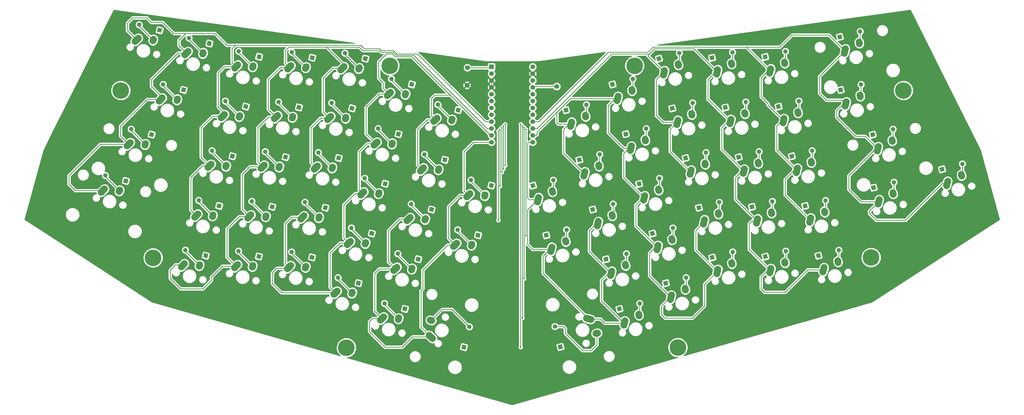
<source format=gtl>
G04 #@! TF.FileFunction,Copper,L1,Top,Signal*
%FSLAX46Y46*%
G04 Gerber Fmt 4.6, Leading zero omitted, Abs format (unit mm)*
G04 Created by KiCad (PCBNEW 4.0.7) date 09/22/18 11:43:43*
%MOMM*%
%LPD*%
G01*
G04 APERTURE LIST*
%ADD10C,0.100000*%
%ADD11C,2.500000*%
%ADD12C,1.600000*%
%ADD13C,1.800000*%
%ADD14R,1.752600X1.752600*%
%ADD15C,1.752600*%
%ADD16C,6.100000*%
%ADD17C,0.600000*%
%ADD18C,0.250000*%
%ADD19C,0.254000*%
G04 APERTURE END LIST*
D10*
D11*
X223549808Y-75963356D02*
X223144384Y-77583396D01*
X228620971Y-73487091D02*
X228732633Y-74056241D01*
X313419273Y-61743910D02*
X313013849Y-63363950D01*
X318490436Y-59267645D02*
X318602098Y-59836795D01*
X1718555Y-64602580D02*
X557427Y-65802864D01*
X7348442Y-64993652D02*
X7160570Y-65542382D01*
D10*
G36*
X59860247Y-15090457D02*
X59446136Y-16635938D01*
X57900655Y-16221827D01*
X58314766Y-14676346D01*
X59860247Y-15090457D01*
X59860247Y-15090457D01*
G37*
D12*
X51346229Y-13637354D03*
D10*
G36*
X41459360Y-10159954D02*
X41045249Y-11705435D01*
X39499768Y-11291324D01*
X39913879Y-9745843D01*
X41459360Y-10159954D01*
X41459360Y-10159954D01*
G37*
D12*
X32945342Y-8706851D03*
D10*
G36*
X23058473Y-5229452D02*
X22644362Y-6774933D01*
X21098881Y-6360822D01*
X21512992Y-4815341D01*
X23058473Y-5229452D01*
X23058473Y-5229452D01*
G37*
D12*
X14544455Y-3776349D03*
D10*
G36*
X54929744Y-33491344D02*
X54515633Y-35036825D01*
X52970152Y-34622714D01*
X53384263Y-33077233D01*
X54929744Y-33491344D01*
X54929744Y-33491344D01*
G37*
D12*
X46415726Y-32038241D03*
D10*
G36*
X31928636Y-27328216D02*
X31514525Y-28873697D01*
X29969044Y-28459586D01*
X30383155Y-26914105D01*
X31928636Y-27328216D01*
X31928636Y-27328216D01*
G37*
D12*
X23414618Y-25875113D03*
D10*
G36*
X49999242Y-51892231D02*
X49585131Y-53437712D01*
X48039650Y-53023601D01*
X48453761Y-51478120D01*
X49999242Y-51892231D01*
X49999242Y-51892231D01*
G37*
D12*
X41485224Y-50439128D03*
D10*
G36*
X20097800Y-43880164D02*
X19683689Y-45425645D01*
X18138208Y-45011534D01*
X18552319Y-43466053D01*
X20097800Y-43880164D01*
X20097800Y-43880164D01*
G37*
D12*
X11583782Y-42427061D03*
D10*
G36*
X45068739Y-70293118D02*
X44654628Y-71838599D01*
X43109147Y-71424488D01*
X43523258Y-69879007D01*
X45068739Y-70293118D01*
X45068739Y-70293118D01*
G37*
D12*
X36554721Y-68840015D03*
D10*
G36*
X10567076Y-61048425D02*
X10152965Y-62593906D01*
X8607484Y-62179795D01*
X9021595Y-60634314D01*
X10567076Y-61048425D01*
X10567076Y-61048425D01*
G37*
D12*
X2053058Y-59595322D03*
D10*
G36*
X79493760Y-15420738D02*
X79079649Y-16966219D01*
X77534168Y-16552108D01*
X77948279Y-15006627D01*
X79493760Y-15420738D01*
X79493760Y-15420738D01*
G37*
D12*
X70979742Y-13967635D03*
D10*
G36*
X99127273Y-15751019D02*
X98713162Y-17296500D01*
X97167681Y-16882389D01*
X97581792Y-15336908D01*
X99127273Y-15751019D01*
X99127273Y-15751019D01*
G37*
D12*
X90613255Y-14297916D03*
D10*
G36*
X94196770Y-34151906D02*
X93782659Y-35697387D01*
X92237178Y-35283276D01*
X92651289Y-33737795D01*
X94196770Y-34151906D01*
X94196770Y-34151906D01*
G37*
D12*
X85682752Y-32698803D03*
D10*
G36*
X74563257Y-33821625D02*
X74149146Y-35367106D01*
X72603665Y-34952995D01*
X73017776Y-33407514D01*
X74563257Y-33821625D01*
X74563257Y-33821625D01*
G37*
D12*
X66049239Y-32368522D03*
D10*
G36*
X89266267Y-52552793D02*
X88852156Y-54098274D01*
X87306675Y-53684163D01*
X87720786Y-52138682D01*
X89266267Y-52552793D01*
X89266267Y-52552793D01*
G37*
D12*
X80752249Y-51099690D03*
D10*
G36*
X69632754Y-52222512D02*
X69218643Y-53767993D01*
X67673162Y-53353882D01*
X68087273Y-51808401D01*
X69632754Y-52222512D01*
X69632754Y-52222512D01*
G37*
D12*
X61118736Y-50769409D03*
D10*
G36*
X64702251Y-70623399D02*
X64288140Y-72168880D01*
X62742659Y-71754769D01*
X63156770Y-70209288D01*
X64702251Y-70623399D01*
X64702251Y-70623399D01*
G37*
D12*
X56188233Y-69170296D03*
D10*
G36*
X59771749Y-89024286D02*
X59357638Y-90569767D01*
X57812157Y-90155656D01*
X58226268Y-88610175D01*
X59771749Y-89024286D01*
X59771749Y-89024286D01*
G37*
D12*
X51257731Y-87571183D03*
D10*
G36*
X40138236Y-88694005D02*
X39724125Y-90239486D01*
X38178644Y-89825375D01*
X38592755Y-88279894D01*
X40138236Y-88694005D01*
X40138236Y-88694005D01*
G37*
D12*
X31624218Y-87240902D03*
D10*
G36*
X133463795Y-34812468D02*
X133049684Y-36357949D01*
X131504203Y-35943838D01*
X131918314Y-34398357D01*
X133463795Y-34812468D01*
X133463795Y-34812468D01*
G37*
D12*
X124949777Y-33359365D03*
D10*
G36*
X116295534Y-25281744D02*
X115881423Y-26827225D01*
X114335942Y-26413114D01*
X114750053Y-24867633D01*
X116295534Y-25281744D01*
X116295534Y-25281744D01*
G37*
D12*
X107781516Y-23828641D03*
D10*
G36*
X111365031Y-43682631D02*
X110950920Y-45228112D01*
X109405439Y-44814001D01*
X109819550Y-43268520D01*
X111365031Y-43682631D01*
X111365031Y-43682631D01*
G37*
D12*
X102851013Y-42229528D03*
D10*
G36*
X128533292Y-53213355D02*
X128119181Y-54758836D01*
X126573700Y-54344725D01*
X126987811Y-52799244D01*
X128533292Y-53213355D01*
X128533292Y-53213355D01*
G37*
D12*
X120019274Y-51760252D03*
D10*
G36*
X106434528Y-62083518D02*
X106020417Y-63628999D01*
X104474936Y-63214888D01*
X104889047Y-61669407D01*
X106434528Y-62083518D01*
X106434528Y-62083518D01*
G37*
D12*
X97920510Y-60630415D03*
D10*
G36*
X84335764Y-70953680D02*
X83921653Y-72499161D01*
X82376172Y-72085050D01*
X82790283Y-70539569D01*
X84335764Y-70953680D01*
X84335764Y-70953680D01*
G37*
D12*
X75821746Y-69500577D03*
D10*
G36*
X101504025Y-80484405D02*
X101089914Y-82029886D01*
X99544433Y-81615775D01*
X99958544Y-80070294D01*
X101504025Y-80484405D01*
X101504025Y-80484405D01*
G37*
D12*
X92990007Y-79031302D03*
D10*
G36*
X79405261Y-89354567D02*
X78991150Y-90900048D01*
X77445669Y-90485937D01*
X77859780Y-88940456D01*
X79405261Y-89354567D01*
X79405261Y-89354567D01*
G37*
D12*
X70891243Y-87901464D03*
D10*
G36*
X96573523Y-98885292D02*
X96159412Y-100430773D01*
X94613931Y-100016662D01*
X95028042Y-98471181D01*
X96573523Y-98885292D01*
X96573523Y-98885292D01*
G37*
D12*
X88059505Y-97432189D03*
D10*
G36*
X145701554Y-62744080D02*
X145287443Y-64289561D01*
X143741962Y-63875450D01*
X144156073Y-62329969D01*
X145701554Y-62744080D01*
X145701554Y-62744080D01*
G37*
D12*
X137187536Y-61290977D03*
D10*
G36*
X123602790Y-71614242D02*
X123188679Y-73159723D01*
X121643198Y-72745612D01*
X122057309Y-71200131D01*
X123602790Y-71614242D01*
X123602790Y-71614242D01*
G37*
D12*
X115088772Y-70161139D03*
D10*
G36*
X140771051Y-81144967D02*
X140356940Y-82690448D01*
X138811459Y-82276337D01*
X139225570Y-80730856D01*
X140771051Y-81144967D01*
X140771051Y-81144967D01*
G37*
D12*
X132257033Y-79691864D03*
D10*
G36*
X118672287Y-90015129D02*
X118258176Y-91560610D01*
X116712695Y-91146499D01*
X117126806Y-89601018D01*
X118672287Y-90015129D01*
X118672287Y-90015129D01*
G37*
D12*
X110158269Y-88562026D03*
D10*
G36*
X113741784Y-108416016D02*
X113327673Y-109961497D01*
X111782192Y-109547386D01*
X112196303Y-108001905D01*
X113741784Y-108416016D01*
X113741784Y-108416016D01*
G37*
D12*
X105227766Y-106962913D03*
D10*
G36*
X135145586Y-124152608D02*
X133600105Y-123738497D01*
X134014216Y-122193016D01*
X135559697Y-122607127D01*
X135145586Y-124152608D01*
X135145586Y-124152608D01*
G37*
D12*
X136598689Y-115638590D03*
D10*
G36*
X159525370Y-64311142D02*
X159111259Y-62765661D01*
X160656740Y-62351550D01*
X161070851Y-63897031D01*
X159525370Y-64311142D01*
X159525370Y-64311142D01*
G37*
D12*
X167625277Y-61312558D03*
D10*
G36*
X181624135Y-73181305D02*
X181210024Y-71635824D01*
X182755505Y-71221713D01*
X183169616Y-72767194D01*
X181624135Y-73181305D01*
X181624135Y-73181305D01*
G37*
D12*
X189724042Y-70182721D03*
D10*
G36*
X164455873Y-82712029D02*
X164041762Y-81166548D01*
X165587243Y-80752437D01*
X166001354Y-82297918D01*
X164455873Y-82712029D01*
X164455873Y-82712029D01*
G37*
D12*
X172555780Y-79713445D03*
D10*
G36*
X186554637Y-91582192D02*
X186140526Y-90036711D01*
X187686007Y-89622600D01*
X188100118Y-91168081D01*
X186554637Y-91582192D01*
X186554637Y-91582192D01*
G37*
D12*
X194654544Y-88583608D03*
D10*
G36*
X191485140Y-109983079D02*
X191071029Y-108437598D01*
X192616510Y-108023487D01*
X193030621Y-109568968D01*
X191485140Y-109983079D01*
X191485140Y-109983079D01*
G37*
D12*
X199585047Y-106984495D03*
D10*
G36*
X171231626Y-123641340D02*
X169686145Y-124055451D01*
X169272034Y-122509970D01*
X170817515Y-122095859D01*
X171231626Y-123641340D01*
X171231626Y-123641340D01*
G37*
D12*
X168233042Y-115541433D03*
D10*
G36*
X171763129Y-36379531D02*
X171349018Y-34834050D01*
X172894499Y-34419939D01*
X173308610Y-35965420D01*
X171763129Y-36379531D01*
X171763129Y-36379531D01*
G37*
D12*
X179863036Y-33380947D03*
D10*
G36*
X188931390Y-26848806D02*
X188517279Y-25303325D01*
X190062760Y-24889214D01*
X190476871Y-26434695D01*
X188931390Y-26848806D01*
X188931390Y-26848806D01*
G37*
D12*
X197031297Y-23850222D03*
D10*
G36*
X193861893Y-45249693D02*
X193447782Y-43704212D01*
X194993263Y-43290101D01*
X195407374Y-44835582D01*
X193861893Y-45249693D01*
X193861893Y-45249693D01*
G37*
D12*
X201961800Y-42251109D03*
D10*
G36*
X176693632Y-54780418D02*
X176279521Y-53234937D01*
X177825002Y-52820826D01*
X178239113Y-54366307D01*
X176693632Y-54780418D01*
X176693632Y-54780418D01*
G37*
D12*
X184793539Y-51781834D03*
D10*
G36*
X198792396Y-63650580D02*
X198378285Y-62105099D01*
X199923766Y-61690988D01*
X200337877Y-63236469D01*
X198792396Y-63650580D01*
X198792396Y-63650580D01*
G37*
D12*
X206892303Y-60651996D03*
D10*
G36*
X220891160Y-72520743D02*
X220477049Y-70975262D01*
X222022530Y-70561151D01*
X222436641Y-72106632D01*
X220891160Y-72520743D01*
X220891160Y-72520743D01*
G37*
D12*
X228991067Y-69522159D03*
D10*
G36*
X203722899Y-82051467D02*
X203308788Y-80505986D01*
X204854269Y-80091875D01*
X205268380Y-81637356D01*
X203722899Y-82051467D01*
X203722899Y-82051467D01*
G37*
D12*
X211822806Y-79052883D03*
D10*
G36*
X225821663Y-90921630D02*
X225407552Y-89376149D01*
X226953033Y-88962038D01*
X227367144Y-90507519D01*
X225821663Y-90921630D01*
X225821663Y-90921630D01*
G37*
D12*
X233921570Y-87923046D03*
D10*
G36*
X208653401Y-100452354D02*
X208239290Y-98906873D01*
X209784771Y-98492762D01*
X210198882Y-100038243D01*
X208653401Y-100452354D01*
X208653401Y-100452354D01*
G37*
D12*
X216753308Y-97453770D03*
D10*
G36*
X225733164Y-16987801D02*
X225319053Y-15442320D01*
X226864534Y-15028209D01*
X227278645Y-16573690D01*
X225733164Y-16987801D01*
X225733164Y-16987801D01*
G37*
D12*
X233833071Y-13989217D03*
D10*
G36*
X206099652Y-17318082D02*
X205685541Y-15772601D01*
X207231022Y-15358490D01*
X207645133Y-16903971D01*
X206099652Y-17318082D01*
X206099652Y-17318082D01*
G37*
D12*
X214199559Y-14319498D03*
D10*
G36*
X211030154Y-35718969D02*
X210616043Y-34173488D01*
X212161524Y-33759377D01*
X212575635Y-35304858D01*
X211030154Y-35718969D01*
X211030154Y-35718969D01*
G37*
D12*
X219130061Y-32720385D03*
D10*
G36*
X230663667Y-35388688D02*
X230249556Y-33843207D01*
X231795037Y-33429096D01*
X232209148Y-34974577D01*
X230663667Y-35388688D01*
X230663667Y-35388688D01*
G37*
D12*
X238763574Y-32390104D03*
D10*
G36*
X215960657Y-54119856D02*
X215546546Y-52574375D01*
X217092027Y-52160264D01*
X217506138Y-53705745D01*
X215960657Y-54119856D01*
X215960657Y-54119856D01*
G37*
D12*
X224060564Y-51121272D03*
D10*
G36*
X235594170Y-53789575D02*
X235180059Y-52244094D01*
X236725540Y-51829983D01*
X237139651Y-53375464D01*
X235594170Y-53789575D01*
X235594170Y-53789575D01*
G37*
D12*
X243694077Y-50790991D03*
D10*
G36*
X240524673Y-72190462D02*
X240110562Y-70644981D01*
X241656043Y-70230870D01*
X242070154Y-71776351D01*
X240524673Y-72190462D01*
X240524673Y-72190462D01*
G37*
D12*
X248624580Y-69191878D03*
D10*
G36*
X245455175Y-90591349D02*
X245041064Y-89045868D01*
X246586545Y-88631757D01*
X247000656Y-90177238D01*
X245455175Y-90591349D01*
X245455175Y-90591349D01*
G37*
D12*
X253555082Y-87592765D03*
D10*
G36*
X265088688Y-90261068D02*
X264674577Y-88715587D01*
X266220058Y-88301476D01*
X266634169Y-89846957D01*
X265088688Y-90261068D01*
X265088688Y-90261068D01*
G37*
D12*
X273188595Y-87262484D03*
D10*
G36*
X245366677Y-16657520D02*
X244952566Y-15112039D01*
X246498047Y-14697928D01*
X246912158Y-16243409D01*
X245366677Y-16657520D01*
X245366677Y-16657520D01*
G37*
D12*
X253466584Y-13658936D03*
D10*
G36*
X272968007Y-9261765D02*
X272553896Y-7716284D01*
X274099377Y-7302173D01*
X274513488Y-8847654D01*
X272968007Y-9261765D01*
X272968007Y-9261765D01*
G37*
D12*
X281067914Y-6263181D03*
D10*
G36*
X273298288Y-28895278D02*
X272884177Y-27349797D01*
X274429658Y-26935686D01*
X274843769Y-28481167D01*
X273298288Y-28895278D01*
X273298288Y-28895278D01*
G37*
D12*
X281398195Y-25896694D03*
D10*
G36*
X250297180Y-35058407D02*
X249883069Y-33512926D01*
X251428550Y-33098815D01*
X251842661Y-34644296D01*
X250297180Y-35058407D01*
X250297180Y-35058407D01*
G37*
D12*
X258397087Y-32059823D03*
D10*
G36*
X285129124Y-45447227D02*
X284715013Y-43901746D01*
X286260494Y-43487635D01*
X286674605Y-45033116D01*
X285129124Y-45447227D01*
X285129124Y-45447227D01*
G37*
D12*
X293229031Y-42448643D03*
D10*
G36*
X255227683Y-53459294D02*
X254813572Y-51913813D01*
X256359053Y-51499702D01*
X256773164Y-53045183D01*
X255227683Y-53459294D01*
X255227683Y-53459294D01*
G37*
D12*
X263327590Y-50460710D03*
D10*
G36*
X260158185Y-71860181D02*
X259744074Y-70314700D01*
X261289555Y-69900589D01*
X261703666Y-71446070D01*
X260158185Y-71860181D01*
X260158185Y-71860181D01*
G37*
D12*
X268258092Y-68861597D03*
D10*
G36*
X285459405Y-65080739D02*
X285045294Y-63535258D01*
X286590775Y-63121147D01*
X287004886Y-64666628D01*
X285459405Y-65080739D01*
X285459405Y-65080739D01*
G37*
D12*
X293559312Y-62082155D03*
D10*
G36*
X310760625Y-58301298D02*
X310346514Y-56755817D01*
X311891995Y-56341706D01*
X312306106Y-57887187D01*
X310760625Y-58301298D01*
X310760625Y-58301298D01*
G37*
D12*
X318860532Y-55302714D03*
D13*
X135731250Y-26193750D03*
X135890000Y-19685000D03*
X168910000Y-26670000D03*
D11*
X248025327Y-20100132D02*
X247619903Y-21720172D01*
X253096490Y-17623867D02*
X253208152Y-18193017D01*
X51011728Y-18644612D02*
X49850600Y-19844896D01*
X56641615Y-19035684D02*
X56453743Y-19584414D01*
X70645240Y-18974893D02*
X69484112Y-20175177D01*
X76275127Y-19365965D02*
X76087255Y-19914695D01*
X90278751Y-19305174D02*
X89117623Y-20505458D01*
X95908638Y-19696246D02*
X95720766Y-20244976D01*
X107447015Y-28835897D02*
X106285887Y-30036181D01*
X113076902Y-29226969D02*
X112889030Y-29775699D01*
X124615276Y-38366623D02*
X123454148Y-39566907D01*
X130245163Y-38757695D02*
X130057291Y-39306425D01*
X174421779Y-39822143D02*
X174016355Y-41442183D01*
X179492942Y-37345878D02*
X179604604Y-37915028D01*
X191590038Y-30291420D02*
X191184614Y-31911460D01*
X196661201Y-27815155D02*
X196772863Y-28384305D01*
X208758302Y-20760695D02*
X208352878Y-22380735D01*
X213829465Y-18284430D02*
X213941127Y-18853580D01*
X228391813Y-20430414D02*
X227986389Y-22050454D01*
X233462976Y-17954149D02*
X233574638Y-18523299D01*
X41150720Y-55446385D02*
X39989592Y-56646669D01*
X46780607Y-55837457D02*
X46592735Y-56386187D01*
X87725004Y-102439445D02*
X86563876Y-103639729D01*
X93354891Y-102830517D02*
X93167019Y-103379247D01*
X109823766Y-93569284D02*
X108662638Y-94769568D01*
X115453653Y-93960356D02*
X115265781Y-94509086D01*
X275626657Y-12704381D02*
X275221233Y-14324421D01*
X280697820Y-10228116D02*
X280809482Y-10797266D01*
X75487244Y-74507834D02*
X74326116Y-75708118D01*
X81117131Y-74898906D02*
X80929259Y-75447636D01*
X257886333Y-56901908D02*
X257480909Y-58521948D01*
X262957496Y-54425643D02*
X263069158Y-54994793D01*
X50923228Y-92578440D02*
X49762100Y-93778724D01*
X56553115Y-92969512D02*
X56365243Y-93518242D01*
X80417746Y-56106948D02*
X79256618Y-57307232D01*
X86047633Y-56498020D02*
X85859761Y-57046750D01*
X14209954Y-8783606D02*
X13048826Y-9983890D01*
X19839841Y-9174678D02*
X19651969Y-9723408D01*
X228480311Y-94364244D02*
X228074887Y-95984284D01*
X233551474Y-91887979D02*
X233663136Y-92457129D01*
X85348249Y-37706060D02*
X84187121Y-38906344D01*
X90978136Y-38097132D02*
X90790264Y-38645862D01*
X181530201Y-112910688D02*
X179910161Y-112505264D01*
X184006466Y-117981851D02*
X183437316Y-118093513D01*
X287787773Y-48889840D02*
X287382349Y-50509880D01*
X292858936Y-46413575D02*
X292970598Y-46982725D01*
X32610840Y-13714109D02*
X31449712Y-14914393D01*
X38240727Y-14105181D02*
X38052855Y-14653911D01*
X97586009Y-65637673D02*
X96424881Y-66837957D01*
X103215896Y-66028745D02*
X103028024Y-66577475D01*
X114754268Y-75168397D02*
X113593140Y-76368681D01*
X120384155Y-75559469D02*
X120196283Y-76108199D01*
X184282785Y-76623918D02*
X183877361Y-78243958D01*
X189353948Y-74147653D02*
X189465610Y-74716803D01*
X213688804Y-39161583D02*
X213283380Y-40781623D01*
X218759967Y-36685318D02*
X218871629Y-37254468D01*
X201451045Y-67093194D02*
X201045621Y-68713234D01*
X206522208Y-64616929D02*
X206633870Y-65186079D01*
X218619305Y-57562469D02*
X218213881Y-59182509D01*
X223690468Y-55086204D02*
X223802130Y-55655354D01*
X238252819Y-57232188D02*
X237847395Y-58852228D01*
X243323982Y-54755923D02*
X243435644Y-55325073D01*
X136821925Y-66353002D02*
X135660797Y-67553286D01*
X142451812Y-66744074D02*
X142263940Y-67292804D01*
X211312051Y-103894969D02*
X210906627Y-105515009D01*
X216383214Y-101418704D02*
X216494876Y-101987854D01*
X31289716Y-92248160D02*
X30128588Y-93448444D01*
X36919603Y-92639232D02*
X36731731Y-93187962D01*
X104893265Y-111970170D02*
X103732137Y-113170454D01*
X110523152Y-112361242D02*
X110335280Y-112909972D01*
X206381547Y-85494082D02*
X205976123Y-87114122D01*
X211452710Y-83017817D02*
X211564372Y-83586967D01*
X189213288Y-95024805D02*
X188807864Y-96644845D01*
X194284451Y-92548540D02*
X194396113Y-93117690D01*
X11249280Y-47434318D02*
X10088152Y-48634602D01*
X16879167Y-47825390D02*
X16691295Y-48374120D01*
X233322316Y-38831302D02*
X232916892Y-40451342D01*
X238393479Y-36355037D02*
X238505141Y-36924187D01*
X252955829Y-38501020D02*
X252550405Y-40121060D01*
X258026992Y-36024755D02*
X258138654Y-36593905D01*
X243183323Y-75633075D02*
X242777899Y-77253115D01*
X248254486Y-73156810D02*
X248366148Y-73725960D01*
X131922531Y-84699121D02*
X130761403Y-85899405D01*
X137552418Y-85090193D02*
X137364546Y-85638923D01*
X167114522Y-86154643D02*
X166709098Y-87774683D01*
X172185685Y-83678378D02*
X172297347Y-84247528D01*
X275956939Y-32337891D02*
X275551515Y-33957931D01*
X281028102Y-29861626D02*
X281139764Y-30430776D01*
X46081225Y-37045499D02*
X44920097Y-38245783D01*
X51711112Y-37436571D02*
X51523240Y-37985301D01*
X102516511Y-47236785D02*
X101355383Y-48437069D01*
X108146398Y-47627857D02*
X107958526Y-48176587D01*
X194143788Y-113425692D02*
X193738364Y-115045732D01*
X199214951Y-110949427D02*
X199326613Y-111518577D01*
X162184020Y-67753756D02*
X161778596Y-69373796D01*
X167255183Y-65277491D02*
X167366845Y-65846641D01*
X267747336Y-93703681D02*
X267341912Y-95323721D01*
X272818499Y-91227416D02*
X272930161Y-91796566D01*
X288118054Y-68523353D02*
X287712630Y-70143393D01*
X293189217Y-66047088D02*
X293300879Y-66616238D01*
X60784234Y-55776667D02*
X59623106Y-56976951D01*
X66414121Y-56167739D02*
X66226249Y-56716469D01*
X262816833Y-75302793D02*
X262411409Y-76922833D01*
X267887996Y-72826528D02*
X267999658Y-73395678D01*
X121748853Y-118802525D02*
X122949137Y-119963653D01*
X122139925Y-113172638D02*
X122688655Y-113360510D01*
X119684773Y-56767510D02*
X118523645Y-57967794D01*
X125314660Y-57158582D02*
X125126788Y-57707312D01*
X23080117Y-30882369D02*
X21918989Y-32082653D01*
X28710004Y-31273441D02*
X28522132Y-31822171D01*
X196520542Y-48692307D02*
X196115118Y-50312347D01*
X201591705Y-46216042D02*
X201703367Y-46785192D01*
X248113826Y-94033963D02*
X247708402Y-95654003D01*
X253184989Y-91557698D02*
X253296651Y-92126848D01*
X92655506Y-84038558D02*
X91494378Y-85238842D01*
X98285393Y-84429630D02*
X98097521Y-84978360D01*
X65714737Y-37375779D02*
X64553609Y-38576063D01*
X71344624Y-37766851D02*
X71156752Y-38315581D01*
X70556741Y-92908722D02*
X69395613Y-94109006D01*
X76186628Y-93299794D02*
X75998756Y-93848524D01*
X55853730Y-74177553D02*
X54692602Y-75377837D01*
X61483617Y-74568625D02*
X61295745Y-75117355D01*
X179352281Y-58223031D02*
X178946857Y-59843071D01*
X184423444Y-55746766D02*
X184535106Y-56315916D01*
X36220219Y-73847273D02*
X35059091Y-75047557D01*
X41850106Y-74238345D02*
X41662234Y-74787075D01*
D14*
X144780000Y-19367500D03*
D15*
X144780000Y-21907500D03*
X144780000Y-24447500D03*
X144780000Y-26987500D03*
X144780000Y-29527500D03*
X144780000Y-32067500D03*
X144780000Y-34607500D03*
X144780000Y-37147500D03*
X144780000Y-39687500D03*
X144780000Y-42227500D03*
X144780000Y-44767500D03*
X144780000Y-47307500D03*
X160020000Y-47307500D03*
X160020000Y-44767500D03*
X160020000Y-42227500D03*
X160020000Y-39687500D03*
X160020000Y-37147500D03*
X160020000Y-34607500D03*
X160020000Y-32067500D03*
X160020000Y-29527500D03*
X160020000Y-26987500D03*
X160020000Y-24447500D03*
X160020000Y-21907500D03*
X160020000Y-19367500D03*
D16*
X91122500Y-123380500D03*
X213677500Y-123317000D03*
X285115000Y-89979500D03*
X19685000Y-90106500D03*
X7747000Y-28130500D03*
X297053000Y-28130500D03*
X107188000Y-18986500D03*
X197675500Y-18986500D03*
D17*
X149225000Y-57150000D03*
X149225000Y-41275000D03*
X149860000Y-55880000D03*
X149860000Y-40640000D03*
X148590000Y-58420000D03*
X148590000Y-41910000D03*
X147955000Y-42545000D03*
X147955000Y-63500000D03*
X147320000Y-76200000D03*
X147320000Y-43180000D03*
X157480000Y-42545000D03*
X157480000Y-81915000D03*
X156845000Y-41910000D03*
X156845000Y-97790000D03*
X156210000Y-41275000D03*
X156210000Y-112395000D03*
X155575000Y-123190000D03*
X155575000Y-40640000D03*
D18*
X51346229Y-13637354D02*
X51346229Y-14108599D01*
X51346229Y-14108599D02*
X56547679Y-19310049D01*
X149225000Y-41275000D02*
X149225000Y-57150000D01*
X32945342Y-8706851D02*
X32945342Y-9178097D01*
X32945342Y-9178097D02*
X38146791Y-14379546D01*
X149860000Y-40640000D02*
X149860000Y-55880000D01*
X14544455Y-3776349D02*
X14544455Y-4247593D01*
X14544455Y-4247593D02*
X19745905Y-9449043D01*
X148590000Y-41910000D02*
X148590000Y-58420000D01*
X46415726Y-32038241D02*
X46415726Y-32509486D01*
X46415726Y-32509486D02*
X51617176Y-37710936D01*
X147955000Y-42545000D02*
X147955000Y-63500000D01*
X23414618Y-25875113D02*
X23414618Y-26346356D01*
X23414618Y-26346356D02*
X28616068Y-31547806D01*
X147320000Y-43180000D02*
X147320000Y-76200000D01*
X41485224Y-50439128D02*
X41485224Y-50910375D01*
X41485224Y-50910375D02*
X46686671Y-56111822D01*
X157480000Y-42545000D02*
X157480000Y-81915000D01*
X11583782Y-42427061D02*
X11583782Y-42898306D01*
X11583782Y-42898306D02*
X16785231Y-48099755D01*
X156845000Y-97790000D02*
X156845000Y-41910000D01*
X36554721Y-68840015D02*
X36554721Y-69311261D01*
X36554721Y-69311261D02*
X41756170Y-74512710D01*
X156210000Y-112395000D02*
X156210000Y-41275000D01*
X2053058Y-59595322D02*
X2053058Y-60066569D01*
X2053058Y-60066569D02*
X7254506Y-65268017D01*
X155575000Y-123190000D02*
X155575000Y-40640000D01*
X70979742Y-13967635D02*
X70979742Y-14438881D01*
X70979742Y-14438881D02*
X76181191Y-19640330D01*
X90613255Y-14297916D02*
X90613255Y-14769164D01*
X90613255Y-14769164D02*
X95814702Y-19970611D01*
X85682752Y-32698803D02*
X85682752Y-33170049D01*
X85682752Y-33170049D02*
X90884200Y-38371497D01*
X66049239Y-32368522D02*
X66049239Y-32839767D01*
X66049239Y-32839767D02*
X71250688Y-38041216D01*
X80752249Y-51099690D02*
X80752249Y-51570937D01*
X80752249Y-51570937D02*
X85953697Y-56772385D01*
X61118736Y-50769409D02*
X61118736Y-51240655D01*
X61118736Y-51240655D02*
X66320185Y-56442104D01*
X56188233Y-69170296D02*
X56188233Y-69641542D01*
X56188233Y-69641542D02*
X61389681Y-74842990D01*
X51257731Y-87571183D02*
X51257731Y-88042429D01*
X51257731Y-88042429D02*
X56459179Y-93243877D01*
X31624218Y-87240902D02*
X31624218Y-87712148D01*
X31624218Y-87712148D02*
X36825667Y-92913597D01*
X124949777Y-33359365D02*
X124949777Y-33830610D01*
X124949777Y-33830610D02*
X130151227Y-39032060D01*
X107781516Y-23828641D02*
X107781516Y-24299884D01*
X107781516Y-24299884D02*
X112982966Y-29501334D01*
X102851013Y-42229528D02*
X102851013Y-42700773D01*
X102851013Y-42700773D02*
X108052462Y-47902222D01*
X120019274Y-51760252D02*
X120019274Y-52231497D01*
X120019274Y-52231497D02*
X125220724Y-57432947D01*
X97920510Y-60630415D02*
X97920510Y-61101660D01*
X97920510Y-61101660D02*
X103121960Y-66303110D01*
X75821746Y-69500577D02*
X75821746Y-69971822D01*
X75821746Y-69971822D02*
X81023195Y-75173271D01*
X92990007Y-79031302D02*
X92990007Y-79502545D01*
X92990007Y-79502545D02*
X98191457Y-84703995D01*
X70891243Y-87901464D02*
X70891243Y-88372710D01*
X70891243Y-88372710D02*
X76092692Y-93574159D01*
X88059505Y-97432189D02*
X88059505Y-97903432D01*
X88059505Y-97903432D02*
X93260955Y-103104882D01*
X137187536Y-61290977D02*
X137187536Y-61762224D01*
X137187536Y-61762224D02*
X142388984Y-66963672D01*
X115088772Y-70161139D02*
X115088772Y-70632387D01*
X115088772Y-70632387D02*
X120290219Y-75833834D01*
X132257033Y-79691864D02*
X132257033Y-80163109D01*
X132257033Y-80163109D02*
X137458482Y-85364558D01*
X110158269Y-88562026D02*
X110158269Y-89033273D01*
X110158269Y-89033273D02*
X115359717Y-94234721D01*
X105227766Y-106962913D02*
X105227766Y-107434157D01*
X105227766Y-107434157D02*
X110429216Y-112635607D01*
X122414290Y-113266574D02*
X122445426Y-113266574D01*
X122445426Y-113266574D02*
X126492000Y-109220000D01*
X130180099Y-109220000D02*
X136598689Y-115638590D01*
X126492000Y-109220000D02*
X130180099Y-109220000D01*
X122812716Y-113665000D02*
X122414290Y-113266574D01*
X167625277Y-61312558D02*
X167625277Y-65247803D01*
X167625277Y-65247803D02*
X167311014Y-65562066D01*
X189724042Y-70182721D02*
X189724042Y-74117965D01*
X189724042Y-74117965D02*
X189409779Y-74432228D01*
X172555780Y-79713445D02*
X172555780Y-83648689D01*
X172555780Y-83648689D02*
X172241516Y-83962953D01*
X194654544Y-88583608D02*
X194654544Y-92518853D01*
X194654544Y-92518853D02*
X194340282Y-92833115D01*
X199585047Y-106984495D02*
X199585047Y-110919737D01*
X199585047Y-110919737D02*
X199270782Y-111234002D01*
X183721891Y-118037682D02*
X183721891Y-122348109D01*
X171421433Y-115541433D02*
X168233042Y-115541433D01*
X172085000Y-116205000D02*
X171421433Y-115541433D01*
X172085000Y-118110000D02*
X172085000Y-116205000D01*
X178435000Y-124460000D02*
X172085000Y-118110000D01*
X181610000Y-124460000D02*
X178435000Y-124460000D01*
X183721891Y-122348109D02*
X181610000Y-124460000D01*
X179863036Y-33380947D02*
X179863036Y-37316190D01*
X179863036Y-37316190D02*
X179548773Y-37630453D01*
X197031297Y-23850222D02*
X197031297Y-27785465D01*
X197031297Y-27785465D02*
X196717032Y-28099730D01*
X201961800Y-42251109D02*
X201961800Y-46186353D01*
X201961800Y-46186353D02*
X201647536Y-46500617D01*
X184793539Y-51781834D02*
X184793539Y-55717077D01*
X184793539Y-55717077D02*
X184479275Y-56031341D01*
X206892303Y-60651996D02*
X206892303Y-64587240D01*
X206892303Y-64587240D02*
X206578039Y-64901504D01*
X228991067Y-69522159D02*
X228991067Y-73457401D01*
X228991067Y-73457401D02*
X228676802Y-73771666D01*
X211822806Y-79052883D02*
X211822806Y-82988127D01*
X211822806Y-82988127D02*
X211508541Y-83302392D01*
X233921570Y-87923046D02*
X233921570Y-91858289D01*
X233921570Y-91858289D02*
X233607305Y-92172554D01*
X216753308Y-97453770D02*
X216753308Y-101389016D01*
X216753308Y-101389016D02*
X216439045Y-101703279D01*
X233833071Y-13989217D02*
X233833071Y-17924460D01*
X233833071Y-17924460D02*
X233518807Y-18238724D01*
X214199559Y-14319498D02*
X214199559Y-18254742D01*
X214199559Y-18254742D02*
X213885296Y-18569005D01*
X219130061Y-32720385D02*
X219130061Y-36655630D01*
X219130061Y-36655630D02*
X218815798Y-36969893D01*
X238763574Y-32390104D02*
X238763574Y-36325348D01*
X238763574Y-36325348D02*
X238449310Y-36639612D01*
X224060564Y-51121272D02*
X224060564Y-55056514D01*
X224060564Y-55056514D02*
X223746299Y-55370779D01*
X243694077Y-50790991D02*
X243694077Y-54726234D01*
X243694077Y-54726234D02*
X243379813Y-55040498D01*
X248624580Y-69191878D02*
X248624580Y-73127122D01*
X248624580Y-73127122D02*
X248310317Y-73441385D01*
X253555082Y-87592765D02*
X253555082Y-91528011D01*
X253555082Y-91528011D02*
X253240820Y-91842273D01*
X273188595Y-87262484D02*
X273188595Y-91197726D01*
X273188595Y-91197726D02*
X272874330Y-91511991D01*
X253466584Y-13658936D02*
X253466584Y-17594179D01*
X253466584Y-17594179D02*
X253152321Y-17908442D01*
X281067914Y-6263181D02*
X281067914Y-10198428D01*
X281067914Y-10198428D02*
X280753651Y-10512691D01*
X281398195Y-25896694D02*
X281398195Y-29831939D01*
X281398195Y-29831939D02*
X281083933Y-30146201D01*
X258397087Y-32059823D02*
X258397087Y-35995066D01*
X258397087Y-35995066D02*
X258082823Y-36309330D01*
X293229031Y-42448643D02*
X293229031Y-46383886D01*
X293229031Y-46383886D02*
X292914767Y-46698150D01*
X263327590Y-50460710D02*
X263327590Y-54395955D01*
X263327590Y-54395955D02*
X263013327Y-54710218D01*
X268258092Y-68861597D02*
X268258092Y-72796838D01*
X268258092Y-72796838D02*
X267943827Y-73111103D01*
X293559312Y-62082155D02*
X293559312Y-66017399D01*
X293559312Y-66017399D02*
X293245048Y-66331663D01*
X318860532Y-55302714D02*
X318860532Y-59237955D01*
X318860532Y-59237955D02*
X318546267Y-59552220D01*
X168275000Y-19685000D02*
X162242500Y-19685000D01*
X162242500Y-19685000D02*
X160020000Y-21907500D01*
X160020000Y-21907500D02*
X147320000Y-21907500D01*
X147320000Y-21907500D02*
X144780000Y-24447500D01*
X144780000Y-24447500D02*
X144780000Y-26987500D01*
X135731250Y-26193750D02*
X143986250Y-26193750D01*
X143986250Y-26193750D02*
X144780000Y-26987500D01*
X135890000Y-19685000D02*
X144462500Y-19685000D01*
X144462500Y-19685000D02*
X144780000Y-19367500D01*
X168910000Y-26670000D02*
X160337500Y-26670000D01*
X160337500Y-26670000D02*
X160020000Y-26987500D01*
X313216561Y-62553930D02*
X311461070Y-62553930D01*
X284480000Y-72768715D02*
X287915342Y-69333373D01*
X284480000Y-73660000D02*
X284480000Y-72768715D01*
X287020000Y-76200000D02*
X284480000Y-73660000D01*
X297815000Y-76200000D02*
X287020000Y-76200000D01*
X311461070Y-62553930D02*
X297815000Y-76200000D01*
X238760000Y-12065000D02*
X251460000Y-12065000D01*
X269529544Y-7620000D02*
X275423945Y-13514401D01*
X255905000Y-7620000D02*
X269529544Y-7620000D01*
X251460000Y-12065000D02*
X255905000Y-7620000D01*
X187960000Y-13970000D02*
X202565000Y-13970000D01*
X204470000Y-12065000D02*
X238760000Y-12065000D01*
X202565000Y-13970000D02*
X204470000Y-12065000D01*
X286850140Y-49699860D02*
X276860000Y-59690000D01*
X281423373Y-69333373D02*
X287915342Y-69333373D01*
X276860000Y-64770000D02*
X281423373Y-69333373D01*
X276860000Y-59690000D02*
X276860000Y-64770000D01*
X287585061Y-49699860D02*
X286850140Y-49699860D01*
X247822615Y-20910152D02*
X247059848Y-20910152D01*
X247059848Y-20910152D02*
X244475000Y-23495000D01*
X247015000Y-33572923D02*
X252753117Y-39311040D01*
X247015000Y-33020000D02*
X247015000Y-33572923D01*
X244475000Y-30480000D02*
X247015000Y-33020000D01*
X244475000Y-23495000D02*
X244475000Y-30480000D01*
X252753117Y-39311040D02*
X252153960Y-39311040D01*
X252153960Y-39311040D02*
X250190000Y-41275000D01*
X250190000Y-50218307D02*
X257683621Y-57711928D01*
X250190000Y-41275000D02*
X250190000Y-50218307D01*
X275754227Y-33147911D02*
X274827089Y-33147911D01*
X274827089Y-33147911D02*
X272415000Y-35560000D01*
X282970201Y-45085000D02*
X287585061Y-49699860D01*
X279400000Y-45085000D02*
X282970201Y-45085000D01*
X272415000Y-38100000D02*
X279400000Y-45085000D01*
X272415000Y-35560000D02*
X272415000Y-38100000D01*
X266065000Y-22873346D02*
X266065000Y-29210000D01*
X266065000Y-29210000D02*
X268605000Y-31750000D01*
X268605000Y-31750000D02*
X274356316Y-31750000D01*
X274356316Y-31750000D02*
X275754227Y-33147911D01*
X275423945Y-13514401D02*
X266065000Y-22873346D01*
X275423945Y-13514401D02*
X275410599Y-13514401D01*
X257683621Y-57711928D02*
X256613072Y-57711928D01*
X256613072Y-57711928D02*
X253365000Y-60960000D01*
X253365000Y-60960000D02*
X253365000Y-66863692D01*
X253365000Y-66863692D02*
X262614121Y-76112813D01*
X160020000Y-39687500D02*
X162242500Y-39687500D01*
X238977463Y-12065000D02*
X247822615Y-20910152D01*
X238760000Y-12065000D02*
X238977463Y-12065000D01*
X162242500Y-39687500D02*
X187960000Y-13970000D01*
X257683621Y-57711928D02*
X257683621Y-59563621D01*
X258245549Y-57150000D02*
X257683621Y-57711928D01*
X252753117Y-39311040D02*
X252753117Y-41298117D01*
X253329157Y-38735000D02*
X252753117Y-39311040D01*
X252753117Y-39311040D02*
X252753117Y-40663117D01*
X247822615Y-20910152D02*
X247822615Y-22397615D01*
X144780000Y-39687500D02*
X142557500Y-39687500D01*
X109753400Y-14605000D02*
X108508800Y-13360400D01*
X97790000Y-12700000D02*
X96520000Y-11430000D01*
X142557500Y-39687500D02*
X117475000Y-14605000D01*
X117475000Y-14605000D02*
X109753400Y-14605000D01*
X108508800Y-13360400D02*
X104165400Y-13360400D01*
X104165400Y-13360400D02*
X103505000Y-12700000D01*
X103505000Y-12700000D02*
X97790000Y-12700000D01*
X96520000Y-11430000D02*
X50165000Y-11430000D01*
X16256000Y-1270000D02*
X17399000Y-1270000D01*
X19050000Y-2921000D02*
X23241000Y-2921000D01*
X17399000Y-1270000D02*
X19050000Y-2921000D01*
X31750000Y-6985000D02*
X27305000Y-6985000D01*
X27305000Y-6985000D02*
X23241000Y-2921000D01*
X10160000Y-5914358D02*
X13629390Y-9383748D01*
X10160000Y-3175000D02*
X10160000Y-5914358D01*
X12065000Y-1270000D02*
X10160000Y-3175000D01*
X16256000Y-1270000D02*
X12065000Y-1270000D01*
X50165000Y-11430000D02*
X46990000Y-11430000D01*
X29210000Y-11493975D02*
X32030276Y-14314251D01*
X29210000Y-9525000D02*
X29210000Y-11493975D01*
X31750000Y-6985000D02*
X29210000Y-9525000D01*
X42545000Y-6985000D02*
X31750000Y-6985000D01*
X46990000Y-11430000D02*
X42545000Y-6985000D01*
X50431164Y-19244754D02*
X48895000Y-17708590D01*
X48895000Y-12700000D02*
X48895000Y-17708590D01*
X50165000Y-11430000D02*
X48895000Y-12700000D01*
X22499553Y-31482511D02*
X22499553Y-30119553D01*
X22499553Y-30119553D02*
X19050000Y-26670000D01*
X28865749Y-14314251D02*
X19050000Y-24130000D01*
X32030276Y-14314251D02*
X28865749Y-14314251D01*
X19050000Y-26670000D02*
X19050000Y-24130000D01*
X40570156Y-56046527D02*
X37933473Y-56046527D01*
X33655000Y-72462760D02*
X35639655Y-74447415D01*
X33655000Y-60325000D02*
X33655000Y-72462760D01*
X37933473Y-56046527D02*
X33655000Y-60325000D01*
X45500661Y-37645641D02*
X41729359Y-37645641D01*
X37465000Y-52941371D02*
X40570156Y-56046527D01*
X37465000Y-41910000D02*
X37465000Y-52941371D01*
X41729359Y-37645641D02*
X37465000Y-41910000D01*
X45500661Y-37645641D02*
X45500661Y-35975661D01*
X45500661Y-35975661D02*
X43815000Y-34290000D01*
X43815000Y-34290000D02*
X43815000Y-21590000D01*
X50431164Y-19244754D02*
X46160246Y-19244754D01*
X46160246Y-19244754D02*
X43815000Y-21590000D01*
X13335000Y-9089358D02*
X13629390Y-9383748D01*
X50431164Y-19244754D02*
X49089754Y-19244754D01*
X10668716Y-48034460D02*
X225540Y-48034460D01*
X-9092278Y-65202722D02*
X1137991Y-65202722D01*
X-11430000Y-62865000D02*
X-9092278Y-65202722D01*
X-11430000Y-59690000D02*
X-11430000Y-62865000D01*
X225540Y-48034460D02*
X-11430000Y-59690000D01*
X22499553Y-31482511D02*
X17412489Y-31482511D01*
X7620000Y-44985744D02*
X10668716Y-48034460D01*
X7620000Y-41275000D02*
X7620000Y-44985744D01*
X17412489Y-31482511D02*
X7620000Y-41275000D01*
X40570156Y-56046527D02*
X39536527Y-56046527D01*
X13629390Y-9383748D02*
X13629390Y-7914390D01*
X144780000Y-42227500D02*
X143192500Y-42227500D01*
X143192500Y-42227500D02*
X116126488Y-15161488D01*
X116126488Y-15161488D02*
X109573288Y-15161488D01*
X109573288Y-15161488D02*
X108432600Y-14020800D01*
X108432600Y-14020800D02*
X104014410Y-14020800D01*
X104014410Y-14020800D02*
X103328610Y-13335000D01*
X103328610Y-13335000D02*
X97155000Y-13335000D01*
X97155000Y-13335000D02*
X95885000Y-12065000D01*
X95885000Y-12065000D02*
X83820000Y-12065000D01*
X89698187Y-19905316D02*
X86139684Y-19905316D01*
X82550000Y-36088517D02*
X84767685Y-38306202D01*
X82550000Y-23495000D02*
X82550000Y-36088517D01*
X86139684Y-19905316D02*
X82550000Y-23495000D01*
X89698187Y-19905316D02*
X89698187Y-17943187D01*
X68580000Y-18090359D02*
X70064676Y-19575035D01*
X68580000Y-13335000D02*
X68580000Y-18090359D01*
X69850000Y-12065000D02*
X68580000Y-13335000D01*
X83820000Y-12065000D02*
X69850000Y-12065000D01*
X89698187Y-17943187D02*
X83820000Y-12065000D01*
X84767685Y-38306202D02*
X81708798Y-38306202D01*
X81708798Y-38306202D02*
X78105000Y-41910000D01*
X78105000Y-41910000D02*
X78105000Y-54974908D01*
X78105000Y-54974908D02*
X79837182Y-56707090D01*
X65134173Y-37975921D02*
X62354079Y-37975921D01*
X58420000Y-54593139D02*
X60203670Y-56376809D01*
X58420000Y-41910000D02*
X58420000Y-54593139D01*
X62354079Y-37975921D02*
X58420000Y-41910000D01*
X70064676Y-19575035D02*
X66784965Y-19575035D01*
X62230000Y-24130000D02*
X62230000Y-35071748D01*
X62230000Y-35071748D02*
X65134173Y-37975921D01*
X66784965Y-19575035D02*
X62230000Y-24130000D01*
X55273166Y-74777695D02*
X51587305Y-74777695D01*
X46990000Y-89825918D02*
X50342664Y-93178582D01*
X46990000Y-79375000D02*
X46990000Y-89825918D01*
X51587305Y-74777695D02*
X46990000Y-79375000D01*
X60203670Y-56376809D02*
X55383191Y-56376809D01*
X55383191Y-56376809D02*
X52705000Y-59055000D01*
X52705000Y-59055000D02*
X52705000Y-72209529D01*
X52705000Y-72209529D02*
X55273166Y-74777695D01*
X60203670Y-56376809D02*
X60186809Y-56376809D01*
X84767685Y-38306202D02*
X83391202Y-38306202D01*
X26035000Y-97790000D02*
X26035000Y-94615000D01*
X26035000Y-94615000D02*
X27940000Y-92710000D01*
X27940000Y-92710000D02*
X30570850Y-92710000D01*
X50342664Y-93178582D02*
X45251418Y-93178582D01*
X29845000Y-101600000D02*
X26035000Y-97790000D01*
X38100000Y-101600000D02*
X29845000Y-101600000D01*
X41275000Y-98425000D02*
X38100000Y-101600000D01*
X41275000Y-97155000D02*
X41275000Y-98425000D01*
X45251418Y-93178582D02*
X41275000Y-97155000D01*
X30570850Y-92710000D02*
X30709152Y-92848302D01*
X109067600Y-15611499D02*
X109067600Y-15468600D01*
X115306499Y-15611499D02*
X109067600Y-15611499D01*
X129540000Y-29845000D02*
X115306499Y-15611499D01*
X104775000Y-25349200D02*
X104775000Y-27344588D01*
X109067600Y-15468600D02*
X108127800Y-14528800D01*
X108127800Y-14528800D02*
X106051398Y-14528800D01*
X106051398Y-14528800D02*
X103098600Y-17481598D01*
X103098600Y-17481598D02*
X103098600Y-23672800D01*
X103098600Y-23672800D02*
X104775000Y-25349200D01*
X104775000Y-27344588D02*
X106866451Y-29436039D01*
X87144440Y-103039587D02*
X67140413Y-103039587D01*
X65405000Y-93936652D02*
X69548389Y-93936652D01*
X63795826Y-95545826D02*
X65405000Y-93936652D01*
X63795826Y-99695000D02*
X63795826Y-95545826D01*
X67140413Y-103039587D02*
X63795826Y-99695000D01*
X69548389Y-93936652D02*
X69976177Y-93508864D01*
X144780000Y-44767500D02*
X144462500Y-44767500D01*
X144462500Y-44767500D02*
X129540000Y-29845000D01*
X129540000Y-29845000D02*
X123825000Y-29845000D01*
X123825000Y-29845000D02*
X122555000Y-31115000D01*
X122555000Y-31115000D02*
X122555000Y-37487053D01*
X122555000Y-37487053D02*
X124034712Y-38966765D01*
X124034712Y-38966765D02*
X121053235Y-38966765D01*
X117475000Y-55738443D02*
X119104209Y-57367652D01*
X117475000Y-42545000D02*
X117475000Y-55738443D01*
X121053235Y-38966765D02*
X117475000Y-42545000D01*
X101935947Y-47836927D02*
X98848073Y-47836927D01*
X98848073Y-47836927D02*
X95885000Y-50800000D01*
X95885000Y-50800000D02*
X95885000Y-65117370D01*
X95885000Y-65117370D02*
X97005445Y-66237815D01*
X97005445Y-66237815D02*
X94417185Y-66237815D01*
X94417185Y-66237815D02*
X90170000Y-70485000D01*
X90170000Y-70485000D02*
X90170000Y-82733758D01*
X90170000Y-82733758D02*
X92074942Y-84638700D01*
X74906680Y-75107976D02*
X70942024Y-75107976D01*
X68580000Y-92112687D02*
X69976177Y-93508864D01*
X68580000Y-77470000D02*
X68580000Y-92112687D01*
X70942024Y-75107976D02*
X68580000Y-77470000D01*
X92074942Y-84638700D02*
X88716300Y-84638700D01*
X88716300Y-84638700D02*
X85090000Y-88265000D01*
X85090000Y-88265000D02*
X85090000Y-100985147D01*
X85090000Y-100985147D02*
X87144440Y-103039587D01*
X103278961Y-29436039D02*
X106866451Y-29436039D01*
X106866451Y-29436039D02*
X103278961Y-29436039D01*
X98425000Y-44325980D02*
X101935947Y-47836927D01*
X103278961Y-29436039D02*
X98425000Y-34290000D01*
X98425000Y-34290000D02*
X98425000Y-44325980D01*
X106866451Y-29436039D02*
X106866451Y-30928549D01*
X161671000Y-43434000D02*
X163322000Y-41783000D01*
X160020000Y-44767500D02*
X161259275Y-44767500D01*
X161259275Y-44767500D02*
X161671000Y-44355775D01*
X161671000Y-44355775D02*
X161671000Y-43434000D01*
X163322000Y-41783000D02*
X168910000Y-36195000D01*
X174219067Y-40632163D02*
X173362837Y-40632163D01*
X173362837Y-40632163D02*
X171450000Y-42545000D01*
X171450000Y-51333482D02*
X179149569Y-59033051D01*
X171450000Y-42545000D02*
X171450000Y-51333482D01*
X211109339Y-104704989D02*
X210890011Y-104704989D01*
X210890011Y-104704989D02*
X207645000Y-107950000D01*
X223520000Y-99931863D02*
X228277599Y-95174264D01*
X223520000Y-107950000D02*
X223520000Y-99931863D01*
X219075000Y-112395000D02*
X223520000Y-107950000D01*
X208915000Y-112395000D02*
X219075000Y-112395000D01*
X207645000Y-111125000D02*
X208915000Y-112395000D01*
X207645000Y-107950000D02*
X207645000Y-111125000D01*
X201248333Y-67903214D02*
X200701786Y-67903214D01*
X200701786Y-67903214D02*
X198120000Y-70485000D01*
X198120000Y-78245267D02*
X206178835Y-86304102D01*
X198120000Y-70485000D02*
X198120000Y-78245267D01*
X206178835Y-86304102D02*
X205160898Y-86304102D01*
X205160898Y-86304102D02*
X203200000Y-88265000D01*
X203200000Y-96795650D02*
X211109339Y-104704989D01*
X203200000Y-88265000D02*
X203200000Y-96795650D01*
X223347096Y-76773376D02*
X223347096Y-77007904D01*
X223347096Y-77007904D02*
X220345000Y-80010000D01*
X220345000Y-87241665D02*
X228277599Y-95174264D01*
X220345000Y-80010000D02*
X220345000Y-87241665D01*
X196317830Y-49502327D02*
X195607673Y-49502327D01*
X195607673Y-49502327D02*
X193675000Y-51435000D01*
X193675000Y-60329881D02*
X201248333Y-67903214D01*
X193675000Y-51435000D02*
X193675000Y-60329881D01*
X191387326Y-31101440D02*
X190513560Y-31101440D01*
X190513560Y-31101440D02*
X187960000Y-33655000D01*
X193647327Y-49502327D02*
X196317830Y-49502327D01*
X187960000Y-43815000D02*
X193647327Y-49502327D01*
X187960000Y-33655000D02*
X187960000Y-43815000D01*
X191387326Y-31101440D02*
X174003560Y-31101440D01*
X169537163Y-40632163D02*
X174219067Y-40632163D01*
X168910000Y-40005000D02*
X169537163Y-40632163D01*
X168910000Y-36195000D02*
X168910000Y-40005000D01*
X174003560Y-31101440D02*
X168910000Y-36195000D01*
X179149569Y-59033051D02*
X178456949Y-59033051D01*
X228277599Y-95174264D02*
X228040736Y-95174264D01*
X228277599Y-95174264D02*
X227405736Y-95174264D01*
X211674328Y-104140000D02*
X211109339Y-104704989D01*
X206178835Y-86304102D02*
X206178835Y-88068835D01*
X223347096Y-76773376D02*
X222946624Y-76773376D01*
X206757937Y-85725000D02*
X206178835Y-86304102D01*
X201248333Y-67903214D02*
X201248333Y-69168333D01*
X179149569Y-59033051D02*
X179149569Y-60404569D01*
X191387326Y-31101440D02*
X191387326Y-32637326D01*
X188328300Y-15506700D02*
X189179200Y-14655800D01*
X203149200Y-14655800D02*
X203504800Y-14300200D01*
X189179200Y-14655800D02*
X203149200Y-14655800D01*
X202565000Y-15240000D02*
X208555590Y-21230590D01*
X208555590Y-21230590D02*
X208555590Y-21570715D01*
X219648667Y-12700000D02*
X228189101Y-21240434D01*
X205105000Y-12700000D02*
X219648667Y-12700000D01*
X203504800Y-14300200D02*
X205105000Y-12700000D01*
X202565000Y-15240000D02*
X203504800Y-14300200D01*
X213486092Y-39971603D02*
X213393397Y-39971603D01*
X213393397Y-39971603D02*
X210820000Y-42545000D01*
X210820000Y-50775896D02*
X218416593Y-58372489D01*
X210820000Y-42545000D02*
X210820000Y-50775896D01*
X233119604Y-39641322D02*
X232138678Y-39641322D01*
X232138678Y-39641322D02*
X229870000Y-41910000D01*
X229870000Y-49862101D02*
X238050107Y-58042208D01*
X229870000Y-41910000D02*
X229870000Y-49862101D01*
X228189101Y-21240434D02*
X227679566Y-21240434D01*
X227679566Y-21240434D02*
X224790000Y-24130000D01*
X224790000Y-24130000D02*
X224790000Y-31311718D01*
X224790000Y-31311718D02*
X233119604Y-39641322D01*
X247911114Y-94843983D02*
X246786017Y-94843983D01*
X246786017Y-94843983D02*
X244475000Y-97155000D01*
X261721299Y-94513701D02*
X267544624Y-94513701D01*
X253365000Y-102870000D02*
X261721299Y-94513701D01*
X245745000Y-102870000D02*
X253365000Y-102870000D01*
X244475000Y-101600000D02*
X245745000Y-102870000D01*
X244475000Y-97155000D02*
X244475000Y-101600000D01*
X242980611Y-76443095D02*
X241056905Y-76443095D01*
X240030000Y-86962869D02*
X247911114Y-94843983D01*
X240030000Y-77470000D02*
X240030000Y-86962869D01*
X241056905Y-76443095D02*
X240030000Y-77470000D01*
X238050107Y-58042208D02*
X237232792Y-58042208D01*
X237232792Y-58042208D02*
X234950000Y-60325000D01*
X234950000Y-68412484D02*
X242980611Y-76443095D01*
X234950000Y-60325000D02*
X234950000Y-68412484D01*
X213486092Y-39971603D02*
X212758397Y-39971603D01*
X208555590Y-21570715D02*
X208299285Y-21570715D01*
X208299285Y-21570715D02*
X205740000Y-24130000D01*
X208246603Y-39971603D02*
X213486092Y-39971603D01*
X205740000Y-24130000D02*
X205740000Y-37465000D01*
X205740000Y-37465000D02*
X208246603Y-39971603D01*
X160020000Y-42227500D02*
X161607500Y-42227500D01*
X161607500Y-42227500D02*
X188328300Y-15506700D01*
X188328300Y-15506700D02*
X188595000Y-15240000D01*
X247911114Y-94843983D02*
X247911114Y-96781114D01*
X267010923Y-93980000D02*
X267544624Y-94513701D01*
X238050107Y-58042208D02*
X238050107Y-59615107D01*
X209171305Y-20955000D02*
X208555590Y-21570715D01*
X131341967Y-85299263D02*
X128695737Y-85299263D01*
X118745000Y-115779094D02*
X122348995Y-119383089D01*
X118745000Y-102235000D02*
X118745000Y-115779094D01*
X119380000Y-101600000D02*
X118745000Y-102235000D01*
X119380000Y-94615000D02*
X119380000Y-101600000D01*
X128695737Y-85299263D02*
X119380000Y-94615000D01*
X114173704Y-75768539D02*
X110921461Y-75768539D01*
X110921461Y-75768539D02*
X106680000Y-80010000D01*
X106680000Y-80010000D02*
X106680000Y-91606224D01*
X106680000Y-91606224D02*
X109243202Y-94169426D01*
X136272469Y-66898377D02*
X133126623Y-66898377D01*
X128905000Y-82862296D02*
X131341967Y-85299263D01*
X128905000Y-71120000D02*
X128905000Y-82862296D01*
X133126623Y-66898377D02*
X128905000Y-71120000D01*
X122348995Y-119383089D02*
X115566911Y-119383089D01*
X115566911Y-119383089D02*
X111760000Y-123190000D01*
X111760000Y-123190000D02*
X105410000Y-123190000D01*
X105410000Y-123190000D02*
X99695000Y-117475000D01*
X99695000Y-117475000D02*
X99695000Y-113665000D01*
X99695000Y-113665000D02*
X100789688Y-112570312D01*
X100789688Y-112570312D02*
X104312701Y-112570312D01*
X109243202Y-94169426D02*
X103315574Y-94169426D01*
X101600000Y-95885000D02*
X101600000Y-109857611D01*
X101600000Y-109857611D02*
X104312701Y-112570312D01*
X103315574Y-94169426D02*
X101600000Y-95885000D01*
X144780000Y-47307500D02*
X138112500Y-47307500D01*
X134620000Y-65245908D02*
X136272469Y-66898377D01*
X134620000Y-50800000D02*
X134620000Y-65245908D01*
X138112500Y-47307500D02*
X134620000Y-50800000D01*
X166911810Y-86964663D02*
X166400337Y-86964663D01*
X166400337Y-86964663D02*
X163830000Y-89535000D01*
X163830000Y-95817795D02*
X180720181Y-112707976D01*
X163830000Y-89535000D02*
X163830000Y-95817795D01*
X161981308Y-68563776D02*
X161941224Y-68563776D01*
X161941224Y-68563776D02*
X158115000Y-72390000D01*
X159989663Y-86964663D02*
X166911810Y-86964663D01*
X158115000Y-85090000D02*
X159989663Y-86964663D01*
X158115000Y-72390000D02*
X158115000Y-85090000D01*
X184080073Y-77433938D02*
X183551062Y-77433938D01*
X183551062Y-77433938D02*
X180975000Y-80010000D01*
X180975000Y-87799249D02*
X189010576Y-95834825D01*
X180975000Y-80010000D02*
X180975000Y-87799249D01*
X189010576Y-95834825D02*
X188010175Y-95834825D01*
X188010175Y-95834825D02*
X185420000Y-98425000D01*
X185420000Y-106045000D02*
X193610712Y-114235712D01*
X185420000Y-98425000D02*
X185420000Y-106045000D01*
X193610712Y-114235712D02*
X193941076Y-114235712D01*
X161981308Y-68563776D02*
X161306224Y-68563776D01*
X160020000Y-47307500D02*
X158432500Y-47307500D01*
X158733776Y-68563776D02*
X161981308Y-68563776D01*
X158115000Y-67945000D02*
X158733776Y-68563776D01*
X158115000Y-47625000D02*
X158115000Y-67945000D01*
X158432500Y-47307500D02*
X158115000Y-47625000D01*
X180720181Y-112707976D02*
X185097976Y-112707976D01*
X186625712Y-114235712D02*
X193941076Y-114235712D01*
X185097976Y-112707976D02*
X186625712Y-114235712D01*
X189010576Y-95834825D02*
X189010576Y-97570576D01*
X166911810Y-86964663D02*
X166911810Y-88806810D01*
X184080073Y-77433938D02*
X182916062Y-77433938D01*
X168151473Y-85725000D02*
X166911810Y-86964663D01*
D19*
G36*
X325564767Y-50260891D02*
X332553713Y-75887029D01*
X285452442Y-106502855D01*
X215802081Y-126402959D01*
X216799669Y-125407110D01*
X217361859Y-124053207D01*
X217363138Y-122587224D01*
X216803312Y-121232342D01*
X215767610Y-120194831D01*
X214413707Y-119632641D01*
X212947724Y-119631362D01*
X211592842Y-120191188D01*
X210555331Y-121226890D01*
X209993141Y-122580793D01*
X209991862Y-124046776D01*
X210551688Y-125401658D01*
X211587390Y-126439169D01*
X212941293Y-127001359D01*
X213705346Y-127002026D01*
X152400000Y-144517839D01*
X105538541Y-131128850D01*
X128643432Y-131128850D01*
X129042815Y-132095431D01*
X129781691Y-132835597D01*
X130747572Y-133236666D01*
X131793413Y-133237579D01*
X132759994Y-132838196D01*
X133500160Y-132099320D01*
X133901229Y-131133439D01*
X133901317Y-131031692D01*
X170929591Y-131031692D01*
X171328974Y-131998273D01*
X172067850Y-132738439D01*
X173033731Y-133139508D01*
X174079572Y-133140421D01*
X175046153Y-132741038D01*
X175786319Y-132002162D01*
X176187388Y-131036281D01*
X176188301Y-129990440D01*
X175788918Y-129023859D01*
X175050042Y-128283693D01*
X174084161Y-127882624D01*
X173038320Y-127881711D01*
X172071739Y-128281094D01*
X171331573Y-129019970D01*
X170930504Y-129985851D01*
X170929591Y-131031692D01*
X133901317Y-131031692D01*
X133902142Y-130087598D01*
X133502759Y-129121017D01*
X132763883Y-128380851D01*
X131798002Y-127979782D01*
X130752161Y-127978869D01*
X129785580Y-128378252D01*
X129045414Y-129117128D01*
X128644345Y-130083009D01*
X128643432Y-131128850D01*
X105538541Y-131128850D01*
X91407424Y-127091388D01*
X114392703Y-127091388D01*
X114720699Y-127885198D01*
X115327505Y-128493065D01*
X116120741Y-128822445D01*
X116979644Y-128823195D01*
X117773454Y-128495199D01*
X118381321Y-127888393D01*
X118710701Y-127095157D01*
X118710789Y-126994230D01*
X186120282Y-126994230D01*
X186448278Y-127788040D01*
X187055084Y-128395907D01*
X187848320Y-128725287D01*
X188707223Y-128726037D01*
X189501033Y-128398041D01*
X190108900Y-127791235D01*
X190438280Y-126997999D01*
X190439030Y-126139096D01*
X190111034Y-125345286D01*
X189504228Y-124737419D01*
X188710992Y-124408039D01*
X187852089Y-124407289D01*
X187058279Y-124735285D01*
X186450412Y-125342091D01*
X186121032Y-126135327D01*
X186120282Y-126994230D01*
X118710789Y-126994230D01*
X118711451Y-126236254D01*
X118383455Y-125442444D01*
X117776649Y-124834577D01*
X116983413Y-124505197D01*
X116124510Y-124504447D01*
X115330700Y-124832443D01*
X114722833Y-125439249D01*
X114393453Y-126232485D01*
X114392703Y-127091388D01*
X91407424Y-127091388D01*
X91317414Y-127065671D01*
X91852276Y-127066138D01*
X93207158Y-126506312D01*
X94244669Y-125470610D01*
X94806859Y-124116707D01*
X94808138Y-122650724D01*
X94248312Y-121295842D01*
X93212610Y-120258331D01*
X91858707Y-119696141D01*
X90392724Y-119694862D01*
X89037842Y-120254688D01*
X88000331Y-121290390D01*
X87438141Y-122644293D01*
X87436862Y-124110276D01*
X87996688Y-125465158D01*
X88906891Y-126376950D01*
X23187808Y-107600069D01*
X86957724Y-107600069D01*
X87357107Y-108566650D01*
X88095983Y-109306816D01*
X89061864Y-109707885D01*
X90107705Y-109708798D01*
X91074286Y-109309415D01*
X91696274Y-108688511D01*
X93007824Y-108688511D01*
X93233562Y-109234839D01*
X93651188Y-109653195D01*
X94197121Y-109879886D01*
X94788249Y-109880402D01*
X95334577Y-109654664D01*
X95752933Y-109237038D01*
X95979624Y-108691105D01*
X95980140Y-108099977D01*
X95754402Y-107553649D01*
X95336776Y-107135293D01*
X94790843Y-106908602D01*
X94199715Y-106908086D01*
X93653387Y-107133824D01*
X93235031Y-107551450D01*
X93008340Y-108097383D01*
X93007824Y-108688511D01*
X91696274Y-108688511D01*
X91814452Y-108570539D01*
X92215521Y-107604658D01*
X92216434Y-106558817D01*
X91817051Y-105592236D01*
X91078175Y-104852070D01*
X90112294Y-104451001D01*
X89066453Y-104450088D01*
X88099872Y-104849471D01*
X87359706Y-105588347D01*
X86958637Y-106554228D01*
X86957724Y-107600069D01*
X23187808Y-107600069D01*
X19347558Y-106502855D01*
X-4754871Y-90836276D01*
X15999362Y-90836276D01*
X16559188Y-92191158D01*
X17594890Y-93228669D01*
X18948793Y-93790859D01*
X20414776Y-93792138D01*
X21769658Y-93232312D01*
X22807169Y-92196610D01*
X23369359Y-90842707D01*
X23370638Y-89376724D01*
X22810812Y-88021842D01*
X22314926Y-87525089D01*
X30188970Y-87525089D01*
X30406975Y-88052702D01*
X30810295Y-88456726D01*
X31337527Y-88675652D01*
X31513073Y-88675805D01*
X35067287Y-92230019D01*
X34934557Y-92617692D01*
X34836649Y-93346637D01*
X35025148Y-94057562D01*
X35471358Y-94642236D01*
X36107346Y-95011647D01*
X36836291Y-95109555D01*
X37547216Y-94921056D01*
X38131890Y-94474846D01*
X38501301Y-93838858D01*
X38716777Y-93209501D01*
X38814685Y-92480557D01*
X38626186Y-91769632D01*
X38179976Y-91184958D01*
X37543988Y-90815547D01*
X36815043Y-90717639D01*
X36104118Y-90906138D01*
X35984386Y-90997514D01*
X34883436Y-89896564D01*
X37535130Y-89896564D01*
X37613526Y-90141318D01*
X37780969Y-90336289D01*
X38011074Y-90450754D01*
X39556555Y-90864865D01*
X39795314Y-90883000D01*
X40040068Y-90804604D01*
X40235039Y-90637161D01*
X40349504Y-90407056D01*
X40763615Y-88861575D01*
X40781750Y-88622816D01*
X40703354Y-88378062D01*
X40535911Y-88183091D01*
X40305806Y-88068626D01*
X38760325Y-87654515D01*
X38521566Y-87636380D01*
X38276812Y-87714776D01*
X38081841Y-87882219D01*
X37967376Y-88112324D01*
X37553265Y-89657805D01*
X37535130Y-89896564D01*
X34883436Y-89896564D01*
X32899208Y-87912336D01*
X33058968Y-87527593D01*
X33059466Y-86956715D01*
X32841461Y-86429102D01*
X32438141Y-86025078D01*
X31910909Y-85806152D01*
X31340031Y-85805654D01*
X30812418Y-86023659D01*
X30408394Y-86426979D01*
X30189468Y-86954211D01*
X30188970Y-87525089D01*
X22314926Y-87525089D01*
X21775110Y-86984331D01*
X20421207Y-86422141D01*
X18955224Y-86420862D01*
X17600342Y-86980688D01*
X16562831Y-88016390D01*
X16000641Y-89370293D01*
X15999362Y-90836276D01*
X-4754871Y-90836276D01*
X-20154214Y-80826703D01*
X10345946Y-80826703D01*
X10745329Y-81793284D01*
X11484205Y-82533450D01*
X12450086Y-82934519D01*
X13495927Y-82935432D01*
X14462508Y-82536049D01*
X15202674Y-81797173D01*
X15603743Y-80831292D01*
X15604656Y-79785451D01*
X15283378Y-79007897D01*
X35452939Y-79007897D01*
X35852322Y-79974478D01*
X36591198Y-80714644D01*
X37557079Y-81115713D01*
X38602920Y-81116626D01*
X39569501Y-80717243D01*
X40191489Y-80096339D01*
X41503039Y-80096339D01*
X41728777Y-80642667D01*
X42146403Y-81061023D01*
X42692336Y-81287714D01*
X43283464Y-81288230D01*
X43829792Y-81062492D01*
X44248148Y-80644866D01*
X44474839Y-80098933D01*
X44475355Y-79507805D01*
X44249617Y-78961477D01*
X43831991Y-78543121D01*
X43286058Y-78316430D01*
X42694930Y-78315914D01*
X42148602Y-78541652D01*
X41730246Y-78959278D01*
X41503555Y-79505211D01*
X41503039Y-80096339D01*
X40191489Y-80096339D01*
X40309667Y-79978367D01*
X40710736Y-79012486D01*
X40711649Y-77966645D01*
X40312266Y-77000064D01*
X39573390Y-76259898D01*
X38607509Y-75858829D01*
X37561668Y-75857916D01*
X36595087Y-76257299D01*
X35854921Y-76996175D01*
X35453852Y-77962056D01*
X35452939Y-79007897D01*
X15283378Y-79007897D01*
X15205273Y-78818870D01*
X14466397Y-78078704D01*
X13500516Y-77677635D01*
X12454675Y-77676722D01*
X11488094Y-78076105D01*
X10747928Y-78814981D01*
X10346859Y-79780862D01*
X10345946Y-80826703D01*
X-20154214Y-80826703D01*
X-27753713Y-75887029D01*
X-27415562Y-74647140D01*
X-12716499Y-74647140D01*
X-12317116Y-75613721D01*
X-11578240Y-76353887D01*
X-10612359Y-76754956D01*
X-9566518Y-76755869D01*
X-8599937Y-76356486D01*
X-7859771Y-75617610D01*
X-7458702Y-74651729D01*
X-7457789Y-73605888D01*
X-7857172Y-72639307D01*
X-8596048Y-71899141D01*
X-9561929Y-71498072D01*
X-10607770Y-71497159D01*
X-11574351Y-71896542D01*
X-12314517Y-72635418D01*
X-12715586Y-73601299D01*
X-12716499Y-74647140D01*
X-27415562Y-74647140D01*
X-26083580Y-69763204D01*
X951275Y-69763204D01*
X1350658Y-70729785D01*
X2089534Y-71469951D01*
X3055415Y-71871020D01*
X4101256Y-71871933D01*
X5067837Y-71472550D01*
X5689825Y-70851646D01*
X7001375Y-70851646D01*
X7227113Y-71397974D01*
X7644739Y-71816330D01*
X8190672Y-72043021D01*
X8781800Y-72043537D01*
X9328128Y-71817799D01*
X9746484Y-71400173D01*
X9973175Y-70854240D01*
X9973691Y-70263112D01*
X9747953Y-69716784D01*
X9330327Y-69298428D01*
X8784394Y-69071737D01*
X8193266Y-69071221D01*
X7646938Y-69296959D01*
X7228582Y-69714585D01*
X7001891Y-70260518D01*
X7001375Y-70851646D01*
X5689825Y-70851646D01*
X5808003Y-70733674D01*
X6209072Y-69767793D01*
X6209985Y-68721952D01*
X5810602Y-67755371D01*
X5071726Y-67015205D01*
X4105845Y-66614136D01*
X3060004Y-66613223D01*
X2093423Y-67012606D01*
X1353257Y-67751482D01*
X952188Y-68717363D01*
X951275Y-69763204D01*
X-26083580Y-69763204D01*
X-20764766Y-50260890D01*
X-16966876Y-42665109D01*
X1228610Y-42665109D01*
X1556606Y-43458919D01*
X2163412Y-44066786D01*
X2956648Y-44396166D01*
X3815551Y-44396916D01*
X4609361Y-44068920D01*
X5217228Y-43462114D01*
X5546608Y-42668878D01*
X5547358Y-41809975D01*
X5219362Y-41016165D01*
X4612556Y-40408298D01*
X3819320Y-40078918D01*
X2960417Y-40078168D01*
X2166607Y-40406164D01*
X1558740Y-41012970D01*
X1229360Y-41806206D01*
X1228610Y-42665109D01*
X-16966876Y-42665109D01*
X-10064460Y-28860276D01*
X4061362Y-28860276D01*
X4621188Y-30215158D01*
X5656890Y-31252669D01*
X7010793Y-31814859D01*
X8476776Y-31816138D01*
X9831658Y-31256312D01*
X10869169Y-30220610D01*
X11431359Y-28866707D01*
X11432638Y-27400724D01*
X10872812Y-26045842D01*
X9837110Y-25008331D01*
X8483207Y-24446141D01*
X7017224Y-24444862D01*
X5662342Y-25004688D01*
X4624831Y-26040390D01*
X4062641Y-27394293D01*
X4061362Y-28860276D01*
X-10064460Y-28860276D01*
X-2606437Y-13944230D01*
X13442674Y-13944230D01*
X13842057Y-14910811D01*
X14580933Y-15650977D01*
X15546814Y-16052046D01*
X16592655Y-16052959D01*
X17559236Y-15653576D01*
X18181224Y-15032672D01*
X19492774Y-15032672D01*
X19718512Y-15579000D01*
X20136138Y-15997356D01*
X20682071Y-16224047D01*
X21273199Y-16224563D01*
X21819527Y-15998825D01*
X22237883Y-15581199D01*
X22464574Y-15035266D01*
X22465090Y-14444138D01*
X22239352Y-13897810D01*
X21821726Y-13479454D01*
X21275793Y-13252763D01*
X20684665Y-13252247D01*
X20138337Y-13477985D01*
X19719981Y-13895611D01*
X19493290Y-14441544D01*
X19492774Y-15032672D01*
X18181224Y-15032672D01*
X18299402Y-14914700D01*
X18700471Y-13948819D01*
X18701384Y-12902978D01*
X18302001Y-11936397D01*
X17563125Y-11196231D01*
X16597244Y-10795162D01*
X15551403Y-10794249D01*
X14584822Y-11193632D01*
X13844656Y-11932508D01*
X13443587Y-12898389D01*
X13442674Y-13944230D01*
X-2606437Y-13944230D01*
X5169849Y1608342D01*
X94187827Y-10670000D01*
X47304802Y-10670000D01*
X43082401Y-6447599D01*
X42835839Y-6282852D01*
X42545000Y-6225000D01*
X27619802Y-6225000D01*
X23778401Y-2383599D01*
X23531839Y-2218852D01*
X23241000Y-2161000D01*
X19364802Y-2161000D01*
X17936401Y-732599D01*
X17689839Y-567852D01*
X17399000Y-510000D01*
X12065000Y-510000D01*
X11774161Y-567852D01*
X11527599Y-732599D01*
X9622599Y-2637599D01*
X9457852Y-2884161D01*
X9400000Y-3175000D01*
X9400000Y-5914358D01*
X9457852Y-6205197D01*
X9622599Y-6451759D01*
X11767821Y-8596981D01*
X11656964Y-8711576D01*
X11258543Y-9329805D01*
X11127036Y-10053443D01*
X11250173Y-10622976D01*
X10870859Y-10622645D01*
X10324531Y-10848383D01*
X9906175Y-11266009D01*
X9679484Y-11811942D01*
X9678968Y-12403070D01*
X9904706Y-12949398D01*
X10322332Y-13367754D01*
X10868265Y-13594445D01*
X11459393Y-13594961D01*
X12005721Y-13369223D01*
X12424077Y-12951597D01*
X12650768Y-12405664D01*
X12651265Y-11835735D01*
X13043029Y-11906930D01*
X13761909Y-11751503D01*
X14366588Y-11332804D01*
X15601816Y-10055920D01*
X16000238Y-9437691D01*
X16131745Y-8714053D01*
X15976318Y-7995172D01*
X15557618Y-7390494D01*
X14939390Y-6992072D01*
X14215751Y-6860565D01*
X13496871Y-7015992D01*
X12892192Y-7434692D01*
X12824800Y-7504356D01*
X10920000Y-5599556D01*
X10920000Y-4060536D01*
X13109207Y-4060536D01*
X13327212Y-4588149D01*
X13730532Y-4992173D01*
X14257764Y-5211099D01*
X14433312Y-5211252D01*
X17987525Y-8765465D01*
X17854795Y-9153138D01*
X17756887Y-9882083D01*
X17945386Y-10593008D01*
X18391596Y-11177682D01*
X19027584Y-11547093D01*
X19756529Y-11645001D01*
X20467454Y-11456502D01*
X21052128Y-11010292D01*
X21421539Y-10374304D01*
X21637015Y-9744947D01*
X21734923Y-9016003D01*
X21546424Y-8305078D01*
X21100214Y-7720404D01*
X20464226Y-7350993D01*
X19735281Y-7253085D01*
X19024356Y-7441584D01*
X18904624Y-7532960D01*
X17803675Y-6432011D01*
X20455367Y-6432011D01*
X20533763Y-6676765D01*
X20701206Y-6871736D01*
X20931311Y-6986201D01*
X22476792Y-7400312D01*
X22715551Y-7418447D01*
X22960305Y-7340051D01*
X23155276Y-7172608D01*
X23269741Y-6942503D01*
X23683852Y-5397022D01*
X23701987Y-5158263D01*
X23623591Y-4913509D01*
X23456148Y-4718538D01*
X23226043Y-4604073D01*
X21680562Y-4189962D01*
X21441803Y-4171827D01*
X21197049Y-4250223D01*
X21002078Y-4417666D01*
X20887613Y-4647771D01*
X20473502Y-6193252D01*
X20455367Y-6432011D01*
X17803675Y-6432011D01*
X15819446Y-4447782D01*
X15979205Y-4063040D01*
X15979703Y-3492162D01*
X15761698Y-2964549D01*
X15358378Y-2560525D01*
X14831146Y-2341599D01*
X14260268Y-2341101D01*
X13732655Y-2559106D01*
X13328631Y-2962426D01*
X13109705Y-3489658D01*
X13109207Y-4060536D01*
X10920000Y-4060536D01*
X10920000Y-3489802D01*
X12379802Y-2030000D01*
X17084198Y-2030000D01*
X18512599Y-3458401D01*
X18759161Y-3623148D01*
X19050000Y-3681000D01*
X22926198Y-3681000D01*
X26767599Y-7522401D01*
X27014161Y-7687148D01*
X27305000Y-7745000D01*
X29915198Y-7745000D01*
X28672599Y-8987599D01*
X28507852Y-9234161D01*
X28450000Y-9525000D01*
X28450000Y-11493975D01*
X28507852Y-11784814D01*
X28672599Y-12031376D01*
X30168707Y-13527484D01*
X30142813Y-13554251D01*
X28865749Y-13554251D01*
X28574909Y-13612103D01*
X28328348Y-13776850D01*
X18512599Y-23592599D01*
X18347852Y-23839161D01*
X18290000Y-24130000D01*
X18290000Y-26670000D01*
X18347852Y-26960839D01*
X18512599Y-27207401D01*
X21308162Y-30002964D01*
X20612090Y-30722511D01*
X17412489Y-30722511D01*
X17121650Y-30780363D01*
X16875088Y-30945110D01*
X7082599Y-40737599D01*
X6917852Y-40984161D01*
X6860000Y-41275000D01*
X6860000Y-44985744D01*
X6917852Y-45276583D01*
X7082599Y-45523145D01*
X8807147Y-47247693D01*
X8781253Y-47274460D01*
X225540Y-47274460D01*
X-65299Y-47332312D01*
X-311861Y-47497059D01*
X-11967401Y-59152599D01*
X-12132148Y-59399161D01*
X-12190000Y-59690000D01*
X-12190000Y-62865000D01*
X-12132148Y-63155839D01*
X-11967401Y-63402401D01*
X-9629679Y-65740123D01*
X-9383117Y-65904870D01*
X-9092278Y-65962722D01*
X-1344838Y-65962722D01*
X-1241226Y-66441950D01*
X-1620540Y-66441619D01*
X-2166868Y-66667357D01*
X-2585224Y-67084983D01*
X-2811915Y-67630916D01*
X-2812431Y-68222044D01*
X-2586693Y-68768372D01*
X-2169067Y-69186728D01*
X-1623134Y-69413419D01*
X-1032006Y-69413935D01*
X-485678Y-69188197D01*
X-67322Y-68770571D01*
X159369Y-68224638D01*
X159866Y-67654709D01*
X551630Y-67725904D01*
X1270510Y-67570477D01*
X1875189Y-67151778D01*
X3110417Y-65874894D01*
X3508839Y-65256665D01*
X3640346Y-64533027D01*
X3484919Y-63814146D01*
X3066219Y-63209468D01*
X2447991Y-62811046D01*
X1724352Y-62679539D01*
X1005472Y-62834966D01*
X400793Y-63253666D01*
X-749472Y-64442722D01*
X-8777476Y-64442722D01*
X-10670000Y-62550198D01*
X-10670000Y-60004802D01*
X-10498569Y-59833371D01*
X-8302115Y-59833371D01*
X-7974119Y-60627181D01*
X-7367313Y-61235048D01*
X-6574077Y-61564428D01*
X-5715174Y-61565178D01*
X-4921364Y-61237182D01*
X-4313497Y-60630376D01*
X-3984117Y-59837140D01*
X-3983367Y-58978237D01*
X-4311363Y-58184427D01*
X-4918169Y-57576560D01*
X-5153413Y-57478878D01*
X-3185774Y-57478878D01*
X-2786391Y-58445459D01*
X-2047515Y-59185625D01*
X-1081634Y-59586694D01*
X-35793Y-59587607D01*
X618300Y-59317341D01*
X617810Y-59879509D01*
X835815Y-60407122D01*
X1239135Y-60811146D01*
X1766367Y-61030072D01*
X1941912Y-61030225D01*
X5496126Y-64584439D01*
X5363396Y-64972112D01*
X5265488Y-65701057D01*
X5453987Y-66411982D01*
X5900197Y-66996656D01*
X6536185Y-67366067D01*
X7265130Y-67463975D01*
X7976055Y-67275476D01*
X8560729Y-66829266D01*
X8930140Y-66193278D01*
X8991884Y-66012935D01*
X14760330Y-66012935D01*
X15088326Y-66806745D01*
X15695132Y-67414612D01*
X16488368Y-67743992D01*
X17347271Y-67744742D01*
X18141081Y-67416746D01*
X18748948Y-66809940D01*
X19078328Y-66016704D01*
X19079078Y-65157801D01*
X18751082Y-64363991D01*
X18144276Y-63756124D01*
X17909029Y-63658441D01*
X19876671Y-63658441D01*
X20276054Y-64625022D01*
X21014930Y-65365188D01*
X21980811Y-65766257D01*
X23026652Y-65767170D01*
X23993233Y-65367787D01*
X24733399Y-64628911D01*
X25134468Y-63663030D01*
X25135381Y-62617189D01*
X24735998Y-61650608D01*
X23997122Y-60910442D01*
X23031241Y-60509373D01*
X21985400Y-60508460D01*
X21018819Y-60907843D01*
X20278653Y-61646719D01*
X19877584Y-62612600D01*
X19876671Y-63658441D01*
X17909029Y-63658441D01*
X17351040Y-63426744D01*
X16492137Y-63425994D01*
X15698327Y-63753990D01*
X15090460Y-64360796D01*
X14761080Y-65154032D01*
X14760330Y-66012935D01*
X8991884Y-66012935D01*
X9145616Y-65563921D01*
X9243524Y-64834977D01*
X9055025Y-64124052D01*
X8608815Y-63539378D01*
X7972827Y-63169967D01*
X7243882Y-63072059D01*
X6532957Y-63260558D01*
X6413225Y-63351934D01*
X5312275Y-62250984D01*
X7963970Y-62250984D01*
X8042366Y-62495738D01*
X8209809Y-62690709D01*
X8439914Y-62805174D01*
X9985395Y-63219285D01*
X10224154Y-63237420D01*
X10468908Y-63159024D01*
X10663879Y-62991581D01*
X10778344Y-62761476D01*
X11192455Y-61215995D01*
X11210590Y-60977236D01*
X11132194Y-60732482D01*
X10964751Y-60537511D01*
X10734646Y-60423046D01*
X9189165Y-60008935D01*
X8950406Y-59990800D01*
X8705652Y-60069196D01*
X8510681Y-60236639D01*
X8396216Y-60466744D01*
X7982105Y-62012225D01*
X7963970Y-62250984D01*
X5312275Y-62250984D01*
X3328048Y-60266757D01*
X3487808Y-59882013D01*
X3488306Y-59311135D01*
X3270301Y-58783522D01*
X2866981Y-58379498D01*
X2339749Y-58160572D01*
X1791063Y-58160093D01*
X2072023Y-57483467D01*
X2072936Y-56437626D01*
X1673553Y-55471045D01*
X934677Y-54730879D01*
X-31204Y-54329810D01*
X-1077045Y-54328897D01*
X-2043626Y-54728280D01*
X-2783792Y-55467156D01*
X-3184861Y-56433037D01*
X-3185774Y-57478878D01*
X-5153413Y-57478878D01*
X-5711405Y-57247180D01*
X-6570308Y-57246430D01*
X-7364118Y-57574426D01*
X-7971985Y-58181232D01*
X-8301365Y-58974468D01*
X-8302115Y-59833371D01*
X-10498569Y-59833371D01*
X-3260140Y-52594942D01*
X10482000Y-52594942D01*
X10881383Y-53561523D01*
X11620259Y-54301689D01*
X12586140Y-54702758D01*
X13631981Y-54703671D01*
X14598562Y-54304288D01*
X15220550Y-53683384D01*
X16532100Y-53683384D01*
X16757838Y-54229712D01*
X17175464Y-54648068D01*
X17721397Y-54874759D01*
X18312525Y-54875275D01*
X18858853Y-54649537D01*
X19277209Y-54231911D01*
X19503900Y-53685978D01*
X19504416Y-53094850D01*
X19278678Y-52548522D01*
X18861052Y-52130166D01*
X18315119Y-51903475D01*
X17723991Y-51902959D01*
X17177663Y-52128697D01*
X16759307Y-52546323D01*
X16532616Y-53092256D01*
X16532100Y-53683384D01*
X15220550Y-53683384D01*
X15338728Y-53565412D01*
X15739797Y-52599531D01*
X15740710Y-51553690D01*
X15341327Y-50587109D01*
X14602451Y-49846943D01*
X13636570Y-49445874D01*
X12590729Y-49444961D01*
X11624148Y-49844344D01*
X10883982Y-50583220D01*
X10482913Y-51549101D01*
X10482000Y-52594942D01*
X-3260140Y-52594942D01*
X540342Y-48794460D01*
X8185887Y-48794460D01*
X8289499Y-49273688D01*
X7910185Y-49273357D01*
X7363857Y-49499095D01*
X6945501Y-49916721D01*
X6718810Y-50462654D01*
X6718294Y-51053782D01*
X6944032Y-51600110D01*
X7361658Y-52018466D01*
X7907591Y-52245157D01*
X8498719Y-52245673D01*
X9045047Y-52019935D01*
X9463403Y-51602309D01*
X9690094Y-51056376D01*
X9690591Y-50486447D01*
X10082355Y-50557642D01*
X10801235Y-50402215D01*
X11405914Y-49983516D01*
X12641142Y-48706632D01*
X13039564Y-48088403D01*
X13171071Y-47364765D01*
X13015644Y-46645884D01*
X12596944Y-46041206D01*
X11978716Y-45642784D01*
X11255077Y-45511277D01*
X10536197Y-45666704D01*
X9931518Y-46085404D01*
X9864126Y-46155068D01*
X8380000Y-44670942D01*
X8380000Y-42711248D01*
X10148534Y-42711248D01*
X10366539Y-43238861D01*
X10769859Y-43642885D01*
X11297091Y-43861811D01*
X11472638Y-43861964D01*
X15026851Y-47416177D01*
X14894121Y-47803850D01*
X14796213Y-48532795D01*
X14984712Y-49243720D01*
X15430922Y-49828394D01*
X16066910Y-50197805D01*
X16795855Y-50295713D01*
X17506780Y-50107214D01*
X18091454Y-49661004D01*
X18460865Y-49025016D01*
X18522609Y-48844673D01*
X24291055Y-48844673D01*
X24619051Y-49638483D01*
X25225857Y-50246350D01*
X26019093Y-50575730D01*
X26877996Y-50576480D01*
X27671806Y-50248484D01*
X28279673Y-49641678D01*
X28609053Y-48848442D01*
X28609803Y-47989539D01*
X28281807Y-47195729D01*
X27675001Y-46587862D01*
X26881765Y-46258482D01*
X26022862Y-46257732D01*
X25229052Y-46585728D01*
X24621185Y-47192534D01*
X24291805Y-47985770D01*
X24291055Y-48844673D01*
X18522609Y-48844673D01*
X18676341Y-48395659D01*
X18774249Y-47666715D01*
X18585750Y-46955790D01*
X18139540Y-46371116D01*
X17503552Y-46001705D01*
X16774607Y-45903797D01*
X16063682Y-46092296D01*
X15943950Y-46183672D01*
X14843001Y-45082723D01*
X17494694Y-45082723D01*
X17573090Y-45327477D01*
X17740533Y-45522448D01*
X17970638Y-45636913D01*
X19516119Y-46051024D01*
X19754878Y-46069159D01*
X19999632Y-45990763D01*
X20194603Y-45823320D01*
X20309068Y-45593215D01*
X20723179Y-44047734D01*
X20741314Y-43808975D01*
X20662918Y-43564221D01*
X20495475Y-43369250D01*
X20265370Y-43254785D01*
X18719889Y-42840674D01*
X18481130Y-42822539D01*
X18236376Y-42900935D01*
X18041405Y-43068378D01*
X17926940Y-43298483D01*
X17512829Y-44843964D01*
X17494694Y-45082723D01*
X14843001Y-45082723D01*
X12858773Y-43098495D01*
X13018532Y-42713752D01*
X13019030Y-42142874D01*
X12801025Y-41615261D01*
X12397705Y-41211237D01*
X11870473Y-40992311D01*
X11299595Y-40991813D01*
X10771982Y-41209818D01*
X10367958Y-41613138D01*
X10149032Y-42140370D01*
X10148534Y-42711248D01*
X8380000Y-42711248D01*
X8380000Y-41589802D01*
X13926809Y-36042993D01*
X22312837Y-36042993D01*
X22712220Y-37009574D01*
X23451096Y-37749740D01*
X24416977Y-38150809D01*
X25462818Y-38151722D01*
X26429399Y-37752339D01*
X27051387Y-37131435D01*
X28362937Y-37131435D01*
X28588675Y-37677763D01*
X29006301Y-38096119D01*
X29552234Y-38322810D01*
X30143362Y-38323326D01*
X30689690Y-38097588D01*
X31108046Y-37679962D01*
X31334737Y-37134029D01*
X31335253Y-36542901D01*
X31109515Y-35996573D01*
X30691889Y-35578217D01*
X30145956Y-35351526D01*
X29554828Y-35351010D01*
X29008500Y-35576748D01*
X28590144Y-35994374D01*
X28363453Y-36540307D01*
X28362937Y-37131435D01*
X27051387Y-37131435D01*
X27169565Y-37013463D01*
X27570634Y-36047582D01*
X27571547Y-35001741D01*
X27172164Y-34035160D01*
X26433288Y-33294994D01*
X25467407Y-32893925D01*
X24421566Y-32893012D01*
X23454985Y-33292395D01*
X22714819Y-34031271D01*
X22313750Y-34997152D01*
X22312837Y-36042993D01*
X13926809Y-36042993D01*
X17727291Y-32242511D01*
X20016724Y-32242511D01*
X20120336Y-32721739D01*
X19741022Y-32721408D01*
X19194694Y-32947146D01*
X18776338Y-33364772D01*
X18549647Y-33910705D01*
X18549131Y-34501833D01*
X18774869Y-35048161D01*
X19192495Y-35466517D01*
X19738428Y-35693208D01*
X20329556Y-35693724D01*
X20875884Y-35467986D01*
X21294240Y-35050360D01*
X21520931Y-34504427D01*
X21521428Y-33934498D01*
X21913192Y-34005693D01*
X22632072Y-33850266D01*
X23236751Y-33431567D01*
X24471979Y-32154683D01*
X24870401Y-31536454D01*
X25001908Y-30812816D01*
X24846481Y-30093935D01*
X24427781Y-29489257D01*
X23809553Y-29090835D01*
X23085914Y-28959328D01*
X22533554Y-29078752D01*
X19810000Y-26355198D01*
X19810000Y-26159300D01*
X21979370Y-26159300D01*
X22197375Y-26686913D01*
X22600695Y-27090937D01*
X23127927Y-27309863D01*
X23303476Y-27310016D01*
X26857688Y-30864228D01*
X26724958Y-31251901D01*
X26627050Y-31980846D01*
X26815549Y-32691771D01*
X27261759Y-33276445D01*
X27897747Y-33645856D01*
X28626692Y-33743764D01*
X29337617Y-33555265D01*
X29922291Y-33109055D01*
X30291702Y-32473067D01*
X30507178Y-31843710D01*
X30605086Y-31114766D01*
X30416587Y-30403841D01*
X29970377Y-29819167D01*
X29334389Y-29449756D01*
X28605444Y-29351848D01*
X27894519Y-29540347D01*
X27774787Y-29631723D01*
X26673839Y-28530775D01*
X29325530Y-28530775D01*
X29403926Y-28775529D01*
X29571369Y-28970500D01*
X29801474Y-29084965D01*
X31346955Y-29499076D01*
X31585714Y-29517211D01*
X31830468Y-29438815D01*
X32025439Y-29271372D01*
X32139904Y-29041267D01*
X32554015Y-27495786D01*
X32572150Y-27257027D01*
X32493754Y-27012273D01*
X32326311Y-26817302D01*
X32096206Y-26702837D01*
X30550725Y-26288726D01*
X30311966Y-26270591D01*
X30067212Y-26348987D01*
X29872241Y-26516430D01*
X29757776Y-26746535D01*
X29343665Y-28292016D01*
X29325530Y-28530775D01*
X26673839Y-28530775D01*
X24689609Y-26546545D01*
X24849368Y-26161804D01*
X24849866Y-25590926D01*
X24631861Y-25063313D01*
X24228541Y-24659289D01*
X23701309Y-24440363D01*
X23130431Y-24439865D01*
X22602818Y-24657870D01*
X22198794Y-25061190D01*
X21979868Y-25588422D01*
X21979370Y-26159300D01*
X19810000Y-26159300D01*
X19810000Y-24444802D01*
X25380069Y-18874733D01*
X31843560Y-18874733D01*
X32242943Y-19841314D01*
X32981819Y-20581480D01*
X33947700Y-20982549D01*
X34993541Y-20983462D01*
X35960122Y-20584079D01*
X36582110Y-19963175D01*
X37893660Y-19963175D01*
X38119398Y-20509503D01*
X38537024Y-20927859D01*
X39082957Y-21154550D01*
X39674085Y-21155066D01*
X40220413Y-20929328D01*
X40638769Y-20511702D01*
X40865460Y-19965769D01*
X40865976Y-19374641D01*
X40640238Y-18828313D01*
X40222612Y-18409957D01*
X39676679Y-18183266D01*
X39085551Y-18182750D01*
X38539223Y-18408488D01*
X38120867Y-18826114D01*
X37894176Y-19372047D01*
X37893660Y-19963175D01*
X36582110Y-19963175D01*
X36700288Y-19845203D01*
X37101357Y-18879322D01*
X37102270Y-17833481D01*
X36702887Y-16866900D01*
X35964011Y-16126734D01*
X34998130Y-15725665D01*
X33952289Y-15724752D01*
X32985708Y-16124135D01*
X32245542Y-16863011D01*
X31844473Y-17828892D01*
X31843560Y-18874733D01*
X25380069Y-18874733D01*
X29180551Y-15074251D01*
X29547447Y-15074251D01*
X29651059Y-15553479D01*
X29271745Y-15553148D01*
X28725417Y-15778886D01*
X28307061Y-16196512D01*
X28080370Y-16742445D01*
X28079854Y-17333573D01*
X28305592Y-17879901D01*
X28723218Y-18298257D01*
X29269151Y-18524948D01*
X29860279Y-18525464D01*
X30406607Y-18299726D01*
X30824963Y-17882100D01*
X31051654Y-17336167D01*
X31052151Y-16766238D01*
X31443915Y-16837433D01*
X32162795Y-16682006D01*
X32767474Y-16263307D01*
X34002702Y-14986423D01*
X34401124Y-14368194D01*
X34532631Y-13644556D01*
X34377204Y-12925675D01*
X33958504Y-12320997D01*
X33340276Y-11922575D01*
X32616637Y-11791068D01*
X31897757Y-11946495D01*
X31293078Y-12365195D01*
X31225686Y-12434859D01*
X29970000Y-11179173D01*
X29970000Y-9839802D01*
X31596478Y-8213324D01*
X31510592Y-8420160D01*
X31510094Y-8991038D01*
X31728099Y-9518651D01*
X32131419Y-9922675D01*
X32658651Y-10141601D01*
X32834197Y-10141754D01*
X36388411Y-13695968D01*
X36255681Y-14083641D01*
X36157773Y-14812586D01*
X36346272Y-15523511D01*
X36792482Y-16108185D01*
X37428470Y-16477596D01*
X38157415Y-16575504D01*
X38868340Y-16387005D01*
X39453014Y-15940795D01*
X39822425Y-15304807D01*
X40037901Y-14675450D01*
X40135809Y-13946506D01*
X39947310Y-13235581D01*
X39501100Y-12650907D01*
X38865112Y-12281496D01*
X38136167Y-12183588D01*
X37425242Y-12372087D01*
X37305510Y-12463463D01*
X36204560Y-11362513D01*
X38856254Y-11362513D01*
X38934650Y-11607267D01*
X39102093Y-11802238D01*
X39332198Y-11916703D01*
X40877679Y-12330814D01*
X41116438Y-12348949D01*
X41361192Y-12270553D01*
X41556163Y-12103110D01*
X41670628Y-11873005D01*
X42084739Y-10327524D01*
X42102874Y-10088765D01*
X42024478Y-9844011D01*
X41857035Y-9649040D01*
X41626930Y-9534575D01*
X40081449Y-9120464D01*
X39842690Y-9102329D01*
X39597936Y-9180725D01*
X39402965Y-9348168D01*
X39288500Y-9578273D01*
X38874389Y-11123754D01*
X38856254Y-11362513D01*
X36204560Y-11362513D01*
X34220332Y-9378285D01*
X34380092Y-8993542D01*
X34380590Y-8422664D01*
X34162585Y-7895051D01*
X34012795Y-7745000D01*
X42230198Y-7745000D01*
X46452599Y-11967401D01*
X46699160Y-12132148D01*
X46990000Y-12190000D01*
X48339290Y-12190000D01*
X48192852Y-12409161D01*
X48135000Y-12700000D01*
X48135000Y-17708590D01*
X48192852Y-17999429D01*
X48357599Y-18245991D01*
X48569595Y-18457987D01*
X48543701Y-18484754D01*
X46160246Y-18484754D01*
X45869407Y-18542606D01*
X45622845Y-18707353D01*
X43277599Y-21052599D01*
X43112852Y-21299161D01*
X43055000Y-21590000D01*
X43055000Y-34290000D01*
X43112852Y-34580839D01*
X43277599Y-34827401D01*
X44460236Y-36010038D01*
X43613198Y-36885641D01*
X41729359Y-36885641D01*
X41438519Y-36943493D01*
X41191958Y-37108240D01*
X36927599Y-41372599D01*
X36762852Y-41619161D01*
X36705000Y-41910000D01*
X36705000Y-52941371D01*
X36762852Y-53232210D01*
X36927599Y-53478772D01*
X38708587Y-55259760D01*
X38682693Y-55286527D01*
X37933473Y-55286527D01*
X37642634Y-55344379D01*
X37396072Y-55509126D01*
X33117599Y-59787599D01*
X32952852Y-60034161D01*
X32895000Y-60325000D01*
X32895000Y-72462760D01*
X32952852Y-72753599D01*
X33117599Y-73000161D01*
X33778086Y-73660648D01*
X33667229Y-73775243D01*
X33268808Y-74393472D01*
X33137301Y-75117110D01*
X33260438Y-75686643D01*
X32881124Y-75686312D01*
X32334796Y-75912050D01*
X31916440Y-76329676D01*
X31689749Y-76875609D01*
X31689233Y-77466737D01*
X31914971Y-78013065D01*
X32332597Y-78431421D01*
X32878530Y-78658112D01*
X33469658Y-78658628D01*
X34015986Y-78432890D01*
X34434342Y-78015264D01*
X34661033Y-77469331D01*
X34661530Y-76899402D01*
X35053294Y-76970597D01*
X35772174Y-76815170D01*
X36376853Y-76396471D01*
X37612081Y-75119587D01*
X38010503Y-74501358D01*
X38142010Y-73777720D01*
X37986583Y-73058839D01*
X37567883Y-72454161D01*
X36949655Y-72055739D01*
X36226016Y-71924232D01*
X35507136Y-72079659D01*
X34902457Y-72498359D01*
X34835065Y-72568023D01*
X34415000Y-72147958D01*
X34415000Y-69124202D01*
X35119473Y-69124202D01*
X35337478Y-69651815D01*
X35740798Y-70055839D01*
X36268030Y-70274765D01*
X36443576Y-70274918D01*
X39997790Y-73829132D01*
X39865060Y-74216805D01*
X39767152Y-74945750D01*
X39955651Y-75656675D01*
X40401861Y-76241349D01*
X41037849Y-76610760D01*
X41766794Y-76708668D01*
X42477719Y-76520169D01*
X43062393Y-76073959D01*
X43431804Y-75437971D01*
X43647280Y-74808614D01*
X43745188Y-74079670D01*
X43556689Y-73368745D01*
X43110479Y-72784071D01*
X42474491Y-72414660D01*
X41745546Y-72316752D01*
X41034621Y-72505251D01*
X40914889Y-72596627D01*
X39813939Y-71495677D01*
X42465633Y-71495677D01*
X42544029Y-71740431D01*
X42711472Y-71935402D01*
X42941577Y-72049867D01*
X44487058Y-72463978D01*
X44725817Y-72482113D01*
X44970571Y-72403717D01*
X45165542Y-72236274D01*
X45280007Y-72006169D01*
X45694118Y-70460688D01*
X45712253Y-70221929D01*
X45633857Y-69977175D01*
X45466414Y-69782204D01*
X45236309Y-69667739D01*
X43690828Y-69253628D01*
X43452069Y-69235493D01*
X43207315Y-69313889D01*
X43012344Y-69481332D01*
X42897879Y-69711437D01*
X42483768Y-71256918D01*
X42465633Y-71495677D01*
X39813939Y-71495677D01*
X37829711Y-69511449D01*
X37989471Y-69126706D01*
X37989969Y-68555828D01*
X37771964Y-68028215D01*
X37368644Y-67624191D01*
X36841412Y-67405265D01*
X36270534Y-67404767D01*
X35742921Y-67622772D01*
X35338897Y-68026092D01*
X35119971Y-68553324D01*
X35119473Y-69124202D01*
X34415000Y-69124202D01*
X34415000Y-60639802D01*
X34447793Y-60607009D01*
X40383440Y-60607009D01*
X40782823Y-61573590D01*
X41521699Y-62313756D01*
X42487580Y-62714825D01*
X43533421Y-62715738D01*
X44500002Y-62316355D01*
X45121990Y-61695451D01*
X46433540Y-61695451D01*
X46659278Y-62241779D01*
X47076904Y-62660135D01*
X47622837Y-62886826D01*
X48213965Y-62887342D01*
X48760293Y-62661604D01*
X49178649Y-62243978D01*
X49405340Y-61698045D01*
X49405856Y-61106917D01*
X49180118Y-60560589D01*
X48762492Y-60142233D01*
X48216559Y-59915542D01*
X47625431Y-59915026D01*
X47079103Y-60140764D01*
X46660747Y-60558390D01*
X46434056Y-61104323D01*
X46433540Y-61695451D01*
X45121990Y-61695451D01*
X45240168Y-61577479D01*
X45641237Y-60611598D01*
X45642150Y-59565757D01*
X45242767Y-58599176D01*
X44503891Y-57859010D01*
X43538010Y-57457941D01*
X42492169Y-57457028D01*
X41525588Y-57856411D01*
X40785422Y-58595287D01*
X40384353Y-59561168D01*
X40383440Y-60607009D01*
X34447793Y-60607009D01*
X36648774Y-58406028D01*
X36620250Y-58474721D01*
X36619734Y-59065849D01*
X36845472Y-59612177D01*
X37263098Y-60030533D01*
X37809031Y-60257224D01*
X38400159Y-60257740D01*
X38946487Y-60032002D01*
X39364843Y-59614376D01*
X39591534Y-59068443D01*
X39592031Y-58498514D01*
X39983795Y-58569709D01*
X40702675Y-58414282D01*
X41307354Y-57995583D01*
X42542582Y-56718699D01*
X42941004Y-56100470D01*
X43072511Y-55376832D01*
X42917084Y-54657951D01*
X42498384Y-54053273D01*
X41880156Y-53654851D01*
X41156517Y-53523344D01*
X40437637Y-53678771D01*
X39832958Y-54097471D01*
X39765566Y-54167135D01*
X38225000Y-52626569D01*
X38225000Y-50723315D01*
X40049976Y-50723315D01*
X40267981Y-51250928D01*
X40671301Y-51654952D01*
X41198533Y-51873878D01*
X41374078Y-51874031D01*
X44928291Y-55428244D01*
X44795561Y-55815917D01*
X44697653Y-56544862D01*
X44886152Y-57255787D01*
X45332362Y-57840461D01*
X45968350Y-58209872D01*
X46697295Y-58307780D01*
X47408220Y-58119281D01*
X47992894Y-57673071D01*
X48362305Y-57037083D01*
X48577781Y-56407726D01*
X48675689Y-55678782D01*
X48487190Y-54967857D01*
X48040980Y-54383183D01*
X47404992Y-54013772D01*
X46676047Y-53915864D01*
X45965122Y-54104363D01*
X45845390Y-54195739D01*
X44744441Y-53094790D01*
X47396136Y-53094790D01*
X47474532Y-53339544D01*
X47641975Y-53534515D01*
X47872080Y-53648980D01*
X49417561Y-54063091D01*
X49656320Y-54081226D01*
X49901074Y-54002830D01*
X50096045Y-53835387D01*
X50210510Y-53605282D01*
X50624621Y-52059801D01*
X50642756Y-51821042D01*
X50564360Y-51576288D01*
X50396917Y-51381317D01*
X50166812Y-51266852D01*
X48621331Y-50852741D01*
X48382572Y-50834606D01*
X48137818Y-50913002D01*
X47942847Y-51080445D01*
X47828382Y-51310550D01*
X47414271Y-52856031D01*
X47396136Y-53094790D01*
X44744441Y-53094790D01*
X42760214Y-51110563D01*
X42919974Y-50725819D01*
X42920472Y-50154941D01*
X42702467Y-49627328D01*
X42299147Y-49223304D01*
X41771915Y-49004378D01*
X41201037Y-49003880D01*
X40673424Y-49221885D01*
X40269400Y-49625205D01*
X40050474Y-50152437D01*
X40049976Y-50723315D01*
X38225000Y-50723315D01*
X38225000Y-42224802D01*
X38243679Y-42206123D01*
X45313945Y-42206123D01*
X45713328Y-43172704D01*
X46452204Y-43912870D01*
X47418085Y-44313939D01*
X48463926Y-44314852D01*
X49430507Y-43915469D01*
X50052495Y-43294565D01*
X51364045Y-43294565D01*
X51589783Y-43840893D01*
X52007409Y-44259249D01*
X52553342Y-44485940D01*
X53144470Y-44486456D01*
X53690798Y-44260718D01*
X54109154Y-43843092D01*
X54335845Y-43297159D01*
X54336361Y-42706031D01*
X54110623Y-42159703D01*
X53692997Y-41741347D01*
X53147064Y-41514656D01*
X52555936Y-41514140D01*
X52009608Y-41739878D01*
X51591252Y-42157504D01*
X51364561Y-42703437D01*
X51364045Y-43294565D01*
X50052495Y-43294565D01*
X50170673Y-43176593D01*
X50571742Y-42210712D01*
X50572655Y-41164871D01*
X50173272Y-40198290D01*
X49434396Y-39458124D01*
X48468515Y-39057055D01*
X47422674Y-39056142D01*
X46456093Y-39455525D01*
X45715927Y-40194401D01*
X45314858Y-41160282D01*
X45313945Y-42206123D01*
X38243679Y-42206123D01*
X42044161Y-38405641D01*
X43017832Y-38405641D01*
X43121444Y-38884869D01*
X42742130Y-38884538D01*
X42195802Y-39110276D01*
X41777446Y-39527902D01*
X41550755Y-40073835D01*
X41550239Y-40664963D01*
X41775977Y-41211291D01*
X42193603Y-41629647D01*
X42739536Y-41856338D01*
X43330664Y-41856854D01*
X43876992Y-41631116D01*
X44295348Y-41213490D01*
X44522039Y-40667557D01*
X44522536Y-40097628D01*
X44914300Y-40168823D01*
X45633180Y-40013396D01*
X46237859Y-39594697D01*
X47473087Y-38317813D01*
X47871509Y-37699584D01*
X48003016Y-36975946D01*
X47847589Y-36257065D01*
X47428889Y-35652387D01*
X46810661Y-35253965D01*
X46087022Y-35122458D01*
X45787104Y-35187302D01*
X44575000Y-33975198D01*
X44575000Y-32322428D01*
X44980478Y-32322428D01*
X45198483Y-32850041D01*
X45601803Y-33254065D01*
X46129035Y-33472991D01*
X46304582Y-33473144D01*
X49858796Y-37027358D01*
X49726066Y-37415031D01*
X49628158Y-38143976D01*
X49816657Y-38854901D01*
X50262867Y-39439575D01*
X50898855Y-39808986D01*
X51627800Y-39906894D01*
X52338725Y-39718395D01*
X52923399Y-39272185D01*
X53292810Y-38636197D01*
X53508286Y-38006840D01*
X53606194Y-37277896D01*
X53417695Y-36566971D01*
X52971485Y-35982297D01*
X52335497Y-35612886D01*
X51606552Y-35514978D01*
X50895627Y-35703477D01*
X50775895Y-35794853D01*
X49674945Y-34693903D01*
X52326638Y-34693903D01*
X52405034Y-34938657D01*
X52572477Y-35133628D01*
X52802582Y-35248093D01*
X54348063Y-35662204D01*
X54586822Y-35680339D01*
X54831576Y-35601943D01*
X55026547Y-35434500D01*
X55141012Y-35204395D01*
X55555123Y-33658914D01*
X55573258Y-33420155D01*
X55494862Y-33175401D01*
X55327419Y-32980430D01*
X55097314Y-32865965D01*
X53551833Y-32451854D01*
X53313074Y-32433719D01*
X53068320Y-32512115D01*
X52873349Y-32679558D01*
X52758884Y-32909663D01*
X52344773Y-34455144D01*
X52326638Y-34693903D01*
X49674945Y-34693903D01*
X47690717Y-32709675D01*
X47850476Y-32324932D01*
X47850974Y-31754054D01*
X47632969Y-31226441D01*
X47229649Y-30822417D01*
X46702417Y-30603491D01*
X46131539Y-30602993D01*
X45603926Y-30820998D01*
X45199902Y-31224318D01*
X44980976Y-31751550D01*
X44980478Y-32322428D01*
X44575000Y-32322428D01*
X44575000Y-23805236D01*
X50244448Y-23805236D01*
X50643831Y-24771817D01*
X51382707Y-25511983D01*
X52348588Y-25913052D01*
X53394429Y-25913965D01*
X54361010Y-25514582D01*
X54982998Y-24893678D01*
X56294548Y-24893678D01*
X56520286Y-25440006D01*
X56937912Y-25858362D01*
X57483845Y-26085053D01*
X58074973Y-26085569D01*
X58621301Y-25859831D01*
X59039657Y-25442205D01*
X59266348Y-24896272D01*
X59266864Y-24305144D01*
X59041126Y-23758816D01*
X58623500Y-23340460D01*
X58077567Y-23113769D01*
X57486439Y-23113253D01*
X56940111Y-23338991D01*
X56521755Y-23756617D01*
X56295064Y-24302550D01*
X56294548Y-24893678D01*
X54982998Y-24893678D01*
X55101176Y-24775706D01*
X55502245Y-23809825D01*
X55503158Y-22763984D01*
X55103775Y-21797403D01*
X54364899Y-21057237D01*
X53399018Y-20656168D01*
X52353177Y-20655255D01*
X51386596Y-21054638D01*
X50646430Y-21793514D01*
X50245361Y-22759395D01*
X50244448Y-23805236D01*
X44575000Y-23805236D01*
X44575000Y-21904802D01*
X46475048Y-20004754D01*
X47948335Y-20004754D01*
X48051947Y-20483982D01*
X47672633Y-20483651D01*
X47126305Y-20709389D01*
X46707949Y-21127015D01*
X46481258Y-21672948D01*
X46480742Y-22264076D01*
X46706480Y-22810404D01*
X47124106Y-23228760D01*
X47670039Y-23455451D01*
X48261167Y-23455967D01*
X48807495Y-23230229D01*
X49225851Y-22812603D01*
X49452542Y-22266670D01*
X49453039Y-21696741D01*
X49844803Y-21767936D01*
X50563683Y-21612509D01*
X51168362Y-21193810D01*
X52403590Y-19916926D01*
X52802012Y-19298697D01*
X52933519Y-18575059D01*
X52778092Y-17856178D01*
X52359392Y-17251500D01*
X51741164Y-16853078D01*
X51017525Y-16721571D01*
X50298645Y-16876998D01*
X49693966Y-17295698D01*
X49655000Y-17335978D01*
X49655000Y-13921541D01*
X49910981Y-13921541D01*
X50128986Y-14449154D01*
X50532306Y-14853178D01*
X51059538Y-15072104D01*
X51235085Y-15072257D01*
X54789299Y-18626471D01*
X54656569Y-19014144D01*
X54558661Y-19743089D01*
X54747160Y-20454014D01*
X55193370Y-21038688D01*
X55829358Y-21408099D01*
X56558303Y-21506007D01*
X57269228Y-21317508D01*
X57853902Y-20871298D01*
X58223313Y-20235310D01*
X58438789Y-19605953D01*
X58536697Y-18877009D01*
X58348198Y-18166084D01*
X57901988Y-17581410D01*
X57266000Y-17211999D01*
X56537055Y-17114091D01*
X55826130Y-17302590D01*
X55706398Y-17393966D01*
X54605448Y-16293016D01*
X57257141Y-16293016D01*
X57335537Y-16537770D01*
X57502980Y-16732741D01*
X57733085Y-16847206D01*
X59278566Y-17261317D01*
X59517325Y-17279452D01*
X59762079Y-17201056D01*
X59957050Y-17033613D01*
X60071515Y-16803508D01*
X60485626Y-15258027D01*
X60503761Y-15019268D01*
X60425365Y-14774514D01*
X60257922Y-14579543D01*
X60027817Y-14465078D01*
X58482336Y-14050967D01*
X58243577Y-14032832D01*
X57998823Y-14111228D01*
X57803852Y-14278671D01*
X57689387Y-14508776D01*
X57275276Y-16054257D01*
X57257141Y-16293016D01*
X54605448Y-16293016D01*
X52621220Y-14308788D01*
X52780979Y-13924045D01*
X52781477Y-13353167D01*
X52563472Y-12825554D01*
X52160152Y-12421530D01*
X51632920Y-12202604D01*
X51062042Y-12202106D01*
X50534429Y-12420111D01*
X50130405Y-12823431D01*
X49911479Y-13350663D01*
X49910981Y-13921541D01*
X49655000Y-13921541D01*
X49655000Y-13014802D01*
X50479802Y-12190000D01*
X68650198Y-12190000D01*
X68042599Y-12797599D01*
X67877852Y-13044161D01*
X67820000Y-13335000D01*
X67820000Y-18090359D01*
X67877852Y-18381198D01*
X68042599Y-18627760D01*
X68203107Y-18788268D01*
X68177213Y-18815035D01*
X66784965Y-18815035D01*
X66494125Y-18872887D01*
X66247564Y-19037634D01*
X61692599Y-23592599D01*
X61527852Y-23839161D01*
X61470000Y-24130000D01*
X61470000Y-35071748D01*
X61527852Y-35362587D01*
X61692599Y-35609149D01*
X63272604Y-37189154D01*
X63246710Y-37215921D01*
X62354079Y-37215921D01*
X62063240Y-37273773D01*
X61816678Y-37438520D01*
X57882599Y-41372599D01*
X57717852Y-41619161D01*
X57660000Y-41910000D01*
X57660000Y-54593139D01*
X57717852Y-54883978D01*
X57882599Y-55130540D01*
X58342101Y-55590042D01*
X58316207Y-55616809D01*
X55383191Y-55616809D01*
X55092352Y-55674661D01*
X54845790Y-55839408D01*
X52167599Y-58517599D01*
X52002852Y-58764161D01*
X51945000Y-59055000D01*
X51945000Y-72209529D01*
X52002852Y-72500368D01*
X52167599Y-72746930D01*
X53411597Y-73990928D01*
X53385703Y-74017695D01*
X51587305Y-74017695D01*
X51296466Y-74075547D01*
X51049904Y-74240294D01*
X46452599Y-78837599D01*
X46287852Y-79084161D01*
X46230000Y-79375000D01*
X46230000Y-89825918D01*
X46287852Y-90116757D01*
X46452599Y-90363319D01*
X48481095Y-92391815D01*
X48455201Y-92418582D01*
X45251418Y-92418582D01*
X44960578Y-92476434D01*
X44714017Y-92641181D01*
X40737599Y-96617599D01*
X40572852Y-96864161D01*
X40515000Y-97155000D01*
X40515000Y-98110198D01*
X37785198Y-100840000D01*
X30159802Y-100840000D01*
X26795000Y-97475198D01*
X26795000Y-97408784D01*
X30522436Y-97408784D01*
X30921819Y-98375365D01*
X31660695Y-99115531D01*
X32626576Y-99516600D01*
X33672417Y-99517513D01*
X34638998Y-99118130D01*
X35260986Y-98497226D01*
X36572536Y-98497226D01*
X36798274Y-99043554D01*
X37215900Y-99461910D01*
X37761833Y-99688601D01*
X38352961Y-99689117D01*
X38899289Y-99463379D01*
X39317645Y-99045753D01*
X39544336Y-98499820D01*
X39544852Y-97908692D01*
X39319114Y-97362364D01*
X38901488Y-96944008D01*
X38355555Y-96717317D01*
X37764427Y-96716801D01*
X37218099Y-96942539D01*
X36799743Y-97360165D01*
X36573052Y-97906098D01*
X36572536Y-98497226D01*
X35260986Y-98497226D01*
X35379164Y-98379254D01*
X35780233Y-97413373D01*
X35781146Y-96367532D01*
X35381763Y-95400951D01*
X34642887Y-94660785D01*
X33677006Y-94259716D01*
X32631165Y-94258803D01*
X31664584Y-94658186D01*
X30924418Y-95397062D01*
X30523349Y-96362943D01*
X30522436Y-97408784D01*
X26795000Y-97408784D01*
X26795000Y-95955404D01*
X26984468Y-96413952D01*
X27402094Y-96832308D01*
X27948027Y-97058999D01*
X28539155Y-97059515D01*
X29085483Y-96833777D01*
X29503839Y-96416151D01*
X29730530Y-95870218D01*
X29731027Y-95300289D01*
X30122791Y-95371484D01*
X30841671Y-95216057D01*
X31446350Y-94797358D01*
X32681578Y-93520474D01*
X33080000Y-92902245D01*
X33211507Y-92178607D01*
X33056080Y-91459726D01*
X32637380Y-90855048D01*
X32019152Y-90456626D01*
X31295513Y-90325119D01*
X30576633Y-90480546D01*
X29971954Y-90899246D01*
X28955479Y-91950000D01*
X27940000Y-91950000D01*
X27649161Y-92007852D01*
X27402599Y-92172599D01*
X25497599Y-94077599D01*
X25332852Y-94324161D01*
X25275000Y-94615000D01*
X25275000Y-97790000D01*
X25332852Y-98080839D01*
X25497599Y-98327401D01*
X29307599Y-102137401D01*
X29554161Y-102302148D01*
X29845000Y-102360000D01*
X38100000Y-102360000D01*
X38390839Y-102302148D01*
X38637401Y-102137401D01*
X41812401Y-98962401D01*
X41977148Y-98715839D01*
X42035000Y-98425000D01*
X42035000Y-97739064D01*
X50155948Y-97739064D01*
X50555331Y-98705645D01*
X51294207Y-99445811D01*
X52260088Y-99846880D01*
X53305929Y-99847793D01*
X54272510Y-99448410D01*
X54894498Y-98827506D01*
X56206048Y-98827506D01*
X56431786Y-99373834D01*
X56849412Y-99792190D01*
X57395345Y-100018881D01*
X57986473Y-100019397D01*
X58532801Y-99793659D01*
X58951157Y-99376033D01*
X59177848Y-98830100D01*
X59178364Y-98238972D01*
X58952626Y-97692644D01*
X58535000Y-97274288D01*
X57989067Y-97047597D01*
X57397939Y-97047081D01*
X56851611Y-97272819D01*
X56433255Y-97690445D01*
X56206564Y-98236378D01*
X56206048Y-98827506D01*
X54894498Y-98827506D01*
X55012676Y-98709534D01*
X55413745Y-97743653D01*
X55414658Y-96697812D01*
X55015275Y-95731231D01*
X54276399Y-94991065D01*
X53310518Y-94589996D01*
X52264677Y-94589083D01*
X51298096Y-94988466D01*
X50557930Y-95727342D01*
X50156861Y-96693223D01*
X50155948Y-97739064D01*
X42035000Y-97739064D01*
X42035000Y-97469802D01*
X45566220Y-93938582D01*
X47859835Y-93938582D01*
X47963447Y-94417810D01*
X47584133Y-94417479D01*
X47037805Y-94643217D01*
X46619449Y-95060843D01*
X46392758Y-95606776D01*
X46392242Y-96197904D01*
X46617980Y-96744232D01*
X47035606Y-97162588D01*
X47581539Y-97389279D01*
X48172667Y-97389795D01*
X48718995Y-97164057D01*
X49137351Y-96746431D01*
X49364042Y-96200498D01*
X49364539Y-95630569D01*
X49756303Y-95701764D01*
X50475183Y-95546337D01*
X51079862Y-95127638D01*
X52315090Y-93850754D01*
X52713512Y-93232525D01*
X52845019Y-92508887D01*
X52689592Y-91790006D01*
X52270892Y-91185328D01*
X51652664Y-90786906D01*
X50929025Y-90655399D01*
X50210145Y-90810826D01*
X49605466Y-91229526D01*
X49538074Y-91299190D01*
X47750000Y-89511116D01*
X47750000Y-87855370D01*
X49822483Y-87855370D01*
X50040488Y-88382983D01*
X50443808Y-88787007D01*
X50971040Y-89005933D01*
X51146586Y-89006086D01*
X54700799Y-92560299D01*
X54568069Y-92947972D01*
X54470161Y-93676917D01*
X54658660Y-94387842D01*
X55104870Y-94972516D01*
X55740858Y-95341927D01*
X56469803Y-95439835D01*
X57180728Y-95251336D01*
X57765402Y-94805126D01*
X58134813Y-94169138D01*
X58350289Y-93539781D01*
X58448197Y-92810837D01*
X58259698Y-92099912D01*
X57813488Y-91515238D01*
X57177500Y-91145827D01*
X56448555Y-91047919D01*
X55737630Y-91236418D01*
X55617898Y-91327794D01*
X54516949Y-90226845D01*
X57168643Y-90226845D01*
X57247039Y-90471599D01*
X57414482Y-90666570D01*
X57644587Y-90781035D01*
X59190068Y-91195146D01*
X59428827Y-91213281D01*
X59673581Y-91134885D01*
X59868552Y-90967442D01*
X59983017Y-90737337D01*
X60397128Y-89191856D01*
X60415263Y-88953097D01*
X60336867Y-88708343D01*
X60169424Y-88513372D01*
X59939319Y-88398907D01*
X58393838Y-87984796D01*
X58155079Y-87966661D01*
X57910325Y-88045057D01*
X57715354Y-88212500D01*
X57600889Y-88442605D01*
X57186778Y-89988086D01*
X57168643Y-90226845D01*
X54516949Y-90226845D01*
X52532721Y-88242617D01*
X52692481Y-87857874D01*
X52692979Y-87286996D01*
X52474974Y-86759383D01*
X52071654Y-86355359D01*
X51544422Y-86136433D01*
X50973544Y-86135935D01*
X50445931Y-86353940D01*
X50041907Y-86757260D01*
X49822981Y-87284492D01*
X49822483Y-87855370D01*
X47750000Y-87855370D01*
X47750000Y-79689802D01*
X48101625Y-79338177D01*
X55086450Y-79338177D01*
X55485833Y-80304758D01*
X56224709Y-81044924D01*
X57190590Y-81445993D01*
X58236431Y-81446906D01*
X59203012Y-81047523D01*
X59825000Y-80426619D01*
X61136550Y-80426619D01*
X61362288Y-80972947D01*
X61779914Y-81391303D01*
X62325847Y-81617994D01*
X62916975Y-81618510D01*
X63463303Y-81392772D01*
X63881659Y-80975146D01*
X64108350Y-80429213D01*
X64108866Y-79838085D01*
X63883128Y-79291757D01*
X63465502Y-78873401D01*
X62919569Y-78646710D01*
X62328441Y-78646194D01*
X61782113Y-78871932D01*
X61363757Y-79289558D01*
X61137066Y-79835491D01*
X61136550Y-80426619D01*
X59825000Y-80426619D01*
X59943178Y-80308647D01*
X60344247Y-79342766D01*
X60345160Y-78296925D01*
X59945777Y-77330344D01*
X59206901Y-76590178D01*
X58241020Y-76189109D01*
X57195179Y-76188196D01*
X56228598Y-76587579D01*
X55488432Y-77326455D01*
X55087363Y-78292336D01*
X55086450Y-79338177D01*
X48101625Y-79338177D01*
X51902107Y-75537695D01*
X52790337Y-75537695D01*
X52893949Y-76016923D01*
X52514635Y-76016592D01*
X51968307Y-76242330D01*
X51549951Y-76659956D01*
X51323260Y-77205889D01*
X51322744Y-77797017D01*
X51548482Y-78343345D01*
X51966108Y-78761701D01*
X52512041Y-78988392D01*
X53103169Y-78988908D01*
X53649497Y-78763170D01*
X54067853Y-78345544D01*
X54294544Y-77799611D01*
X54295041Y-77229682D01*
X54686805Y-77300877D01*
X55405685Y-77145450D01*
X56010364Y-76726751D01*
X57245592Y-75449867D01*
X57644014Y-74831638D01*
X57775521Y-74108000D01*
X57620094Y-73389119D01*
X57201394Y-72784441D01*
X56583166Y-72386019D01*
X55859527Y-72254512D01*
X55140647Y-72409939D01*
X54535968Y-72828639D01*
X54468576Y-72898303D01*
X53465000Y-71894727D01*
X53465000Y-69454483D01*
X54752985Y-69454483D01*
X54970990Y-69982096D01*
X55374310Y-70386120D01*
X55901542Y-70605046D01*
X56077088Y-70605199D01*
X59631301Y-74159412D01*
X59498571Y-74547085D01*
X59400663Y-75276030D01*
X59589162Y-75986955D01*
X60035372Y-76571629D01*
X60671360Y-76941040D01*
X61400305Y-77038948D01*
X62111230Y-76850449D01*
X62695904Y-76404239D01*
X63065315Y-75768251D01*
X63280791Y-75138894D01*
X63378699Y-74409950D01*
X63190200Y-73699025D01*
X62743990Y-73114351D01*
X62108002Y-72744940D01*
X61379057Y-72647032D01*
X60668132Y-72835531D01*
X60548400Y-72926907D01*
X59447451Y-71825958D01*
X62099145Y-71825958D01*
X62177541Y-72070712D01*
X62344984Y-72265683D01*
X62575089Y-72380148D01*
X64120570Y-72794259D01*
X64359329Y-72812394D01*
X64604083Y-72733998D01*
X64799054Y-72566555D01*
X64913519Y-72336450D01*
X65327630Y-70790969D01*
X65345765Y-70552210D01*
X65267369Y-70307456D01*
X65099926Y-70112485D01*
X64869821Y-69998020D01*
X64073940Y-69784764D01*
X74386498Y-69784764D01*
X74604503Y-70312377D01*
X75007823Y-70716401D01*
X75535055Y-70935327D01*
X75710602Y-70935480D01*
X79264815Y-74489693D01*
X79132085Y-74877366D01*
X79034177Y-75606311D01*
X79222676Y-76317236D01*
X79668886Y-76901910D01*
X80304874Y-77271321D01*
X81033819Y-77369229D01*
X81744744Y-77180730D01*
X82329418Y-76734520D01*
X82698829Y-76098532D01*
X82914305Y-75469175D01*
X83012213Y-74740231D01*
X82823714Y-74029306D01*
X82377504Y-73444632D01*
X81741516Y-73075221D01*
X81012571Y-72977313D01*
X80301646Y-73165812D01*
X80181914Y-73257188D01*
X79080965Y-72156239D01*
X81732658Y-72156239D01*
X81811054Y-72400993D01*
X81978497Y-72595964D01*
X82208602Y-72710429D01*
X83754083Y-73124540D01*
X83992842Y-73142675D01*
X84237596Y-73064279D01*
X84432567Y-72896836D01*
X84547032Y-72666731D01*
X84961143Y-71121250D01*
X84979278Y-70882491D01*
X84900882Y-70637737D01*
X84733439Y-70442766D01*
X84503334Y-70328301D01*
X82957853Y-69914190D01*
X82719094Y-69896055D01*
X82474340Y-69974451D01*
X82279369Y-70141894D01*
X82164904Y-70371999D01*
X81750793Y-71917480D01*
X81732658Y-72156239D01*
X79080965Y-72156239D01*
X77096737Y-70172011D01*
X77256496Y-69787268D01*
X77256994Y-69216390D01*
X77038989Y-68688777D01*
X76635669Y-68284753D01*
X76108437Y-68065827D01*
X75537559Y-68065329D01*
X75009946Y-68283334D01*
X74605922Y-68686654D01*
X74386996Y-69213886D01*
X74386498Y-69784764D01*
X64073940Y-69784764D01*
X63324340Y-69583909D01*
X63085581Y-69565774D01*
X62840827Y-69644170D01*
X62645856Y-69811613D01*
X62531391Y-70041718D01*
X62117280Y-71587199D01*
X62099145Y-71825958D01*
X59447451Y-71825958D01*
X57463223Y-69841730D01*
X57622983Y-69456987D01*
X57623481Y-68886109D01*
X57405476Y-68358496D01*
X57002156Y-67954472D01*
X56474924Y-67735546D01*
X55904046Y-67735048D01*
X55376433Y-67953053D01*
X54972409Y-68356373D01*
X54753483Y-68883605D01*
X54752985Y-69454483D01*
X53465000Y-69454483D01*
X53465000Y-60937291D01*
X60016954Y-60937291D01*
X60416337Y-61903872D01*
X61155213Y-62644038D01*
X62121094Y-63045107D01*
X63166935Y-63046020D01*
X64133516Y-62646637D01*
X64755504Y-62025733D01*
X66067054Y-62025733D01*
X66292792Y-62572061D01*
X66710418Y-62990417D01*
X67256351Y-63217108D01*
X67847479Y-63217624D01*
X68393807Y-62991886D01*
X68812163Y-62574260D01*
X69038854Y-62028327D01*
X69039370Y-61437199D01*
X68969282Y-61267572D01*
X79650466Y-61267572D01*
X80049849Y-62234153D01*
X80788725Y-62974319D01*
X81754606Y-63375388D01*
X82800447Y-63376301D01*
X83767028Y-62976918D01*
X84389016Y-62356014D01*
X85700566Y-62356014D01*
X85926304Y-62902342D01*
X86343930Y-63320698D01*
X86889863Y-63547389D01*
X87480991Y-63547905D01*
X88027319Y-63322167D01*
X88445675Y-62904541D01*
X88672366Y-62358608D01*
X88672882Y-61767480D01*
X88447144Y-61221152D01*
X88029518Y-60802796D01*
X87483585Y-60576105D01*
X86892457Y-60575589D01*
X86346129Y-60801327D01*
X85927773Y-61218953D01*
X85701082Y-61764886D01*
X85700566Y-62356014D01*
X84389016Y-62356014D01*
X84507194Y-62238042D01*
X84908263Y-61272161D01*
X84909176Y-60226320D01*
X84509793Y-59259739D01*
X83770917Y-58519573D01*
X82805036Y-58118504D01*
X81759195Y-58117591D01*
X80792614Y-58516974D01*
X80052448Y-59255850D01*
X79651379Y-60221731D01*
X79650466Y-61267572D01*
X68969282Y-61267572D01*
X68813632Y-60890871D01*
X68396006Y-60472515D01*
X67850073Y-60245824D01*
X67258945Y-60245308D01*
X66712617Y-60471046D01*
X66294261Y-60888672D01*
X66067570Y-61434605D01*
X66067054Y-62025733D01*
X64755504Y-62025733D01*
X64873682Y-61907761D01*
X65274751Y-60941880D01*
X65275664Y-59896039D01*
X64876281Y-58929458D01*
X64137405Y-58189292D01*
X63171524Y-57788223D01*
X62125683Y-57787310D01*
X61159102Y-58186693D01*
X60418936Y-58925569D01*
X60017867Y-59891450D01*
X60016954Y-60937291D01*
X53465000Y-60937291D01*
X53465000Y-59369802D01*
X55697993Y-57136809D01*
X57720841Y-57136809D01*
X57824453Y-57616037D01*
X57445139Y-57615706D01*
X56898811Y-57841444D01*
X56480455Y-58259070D01*
X56253764Y-58805003D01*
X56253248Y-59396131D01*
X56478986Y-59942459D01*
X56896612Y-60360815D01*
X57442545Y-60587506D01*
X58033673Y-60588022D01*
X58580001Y-60362284D01*
X58998357Y-59944658D01*
X59225048Y-59398725D01*
X59225545Y-58828796D01*
X59617309Y-58899991D01*
X60336189Y-58744564D01*
X60940868Y-58325865D01*
X62176096Y-57048981D01*
X62574518Y-56430752D01*
X62706025Y-55707114D01*
X62550598Y-54988233D01*
X62131898Y-54383555D01*
X61513670Y-53985133D01*
X60790031Y-53853626D01*
X60071151Y-54009053D01*
X59466472Y-54427753D01*
X59399080Y-54497417D01*
X59180000Y-54278337D01*
X59180000Y-51053596D01*
X59683488Y-51053596D01*
X59901493Y-51581209D01*
X60304813Y-51985233D01*
X60832045Y-52204159D01*
X61007591Y-52204312D01*
X64561805Y-55758526D01*
X64429075Y-56146199D01*
X64331167Y-56875144D01*
X64519666Y-57586069D01*
X64965876Y-58170743D01*
X65601864Y-58540154D01*
X66330809Y-58638062D01*
X67041734Y-58449563D01*
X67626408Y-58003353D01*
X67995819Y-57367365D01*
X68211295Y-56738008D01*
X68309203Y-56009064D01*
X68120704Y-55298139D01*
X67674494Y-54713465D01*
X67038506Y-54344054D01*
X66309561Y-54246146D01*
X65598636Y-54434645D01*
X65478904Y-54526021D01*
X64377954Y-53425071D01*
X67029648Y-53425071D01*
X67108044Y-53669825D01*
X67275487Y-53864796D01*
X67505592Y-53979261D01*
X69051073Y-54393372D01*
X69289832Y-54411507D01*
X69534586Y-54333111D01*
X69729557Y-54165668D01*
X69844022Y-53935563D01*
X70258133Y-52390082D01*
X70276268Y-52151323D01*
X70197872Y-51906569D01*
X70030429Y-51711598D01*
X69800324Y-51597133D01*
X68254843Y-51183022D01*
X68016084Y-51164887D01*
X67771330Y-51243283D01*
X67576359Y-51410726D01*
X67461894Y-51640831D01*
X67047783Y-53186312D01*
X67029648Y-53425071D01*
X64377954Y-53425071D01*
X62393726Y-51440843D01*
X62553486Y-51056100D01*
X62553984Y-50485222D01*
X62335979Y-49957609D01*
X61932659Y-49553585D01*
X61405427Y-49334659D01*
X60834549Y-49334161D01*
X60306936Y-49552166D01*
X59902912Y-49955486D01*
X59683986Y-50482718D01*
X59683488Y-51053596D01*
X59180000Y-51053596D01*
X59180000Y-42536403D01*
X64947457Y-42536403D01*
X65346840Y-43502984D01*
X66085716Y-44243150D01*
X67051597Y-44644219D01*
X68097438Y-44645132D01*
X69064019Y-44245749D01*
X69686007Y-43624845D01*
X70997557Y-43624845D01*
X71223295Y-44171173D01*
X71640921Y-44589529D01*
X72186854Y-44816220D01*
X72777982Y-44816736D01*
X73324310Y-44590998D01*
X73742666Y-44173372D01*
X73969357Y-43627439D01*
X73969873Y-43036311D01*
X73744135Y-42489983D01*
X73326509Y-42071627D01*
X72780576Y-41844936D01*
X72189448Y-41844420D01*
X71643120Y-42070158D01*
X71224764Y-42487784D01*
X70998073Y-43033717D01*
X70997557Y-43624845D01*
X69686007Y-43624845D01*
X69804185Y-43506873D01*
X70205254Y-42540992D01*
X70206167Y-41495151D01*
X69806784Y-40528570D01*
X69067908Y-39788404D01*
X68102027Y-39387335D01*
X67056186Y-39386422D01*
X66089605Y-39785805D01*
X65349439Y-40524681D01*
X64948370Y-41490562D01*
X64947457Y-42536403D01*
X59180000Y-42536403D01*
X59180000Y-42224802D01*
X61314626Y-40090176D01*
X61184267Y-40404115D01*
X61183751Y-40995243D01*
X61409489Y-41541571D01*
X61827115Y-41959927D01*
X62373048Y-42186618D01*
X62964176Y-42187134D01*
X63510504Y-41961396D01*
X63928860Y-41543770D01*
X64155551Y-40997837D01*
X64156048Y-40427908D01*
X64547812Y-40499103D01*
X65266692Y-40343676D01*
X65871371Y-39924977D01*
X67106599Y-38648093D01*
X67505021Y-38029864D01*
X67636528Y-37306226D01*
X67481101Y-36587345D01*
X67062401Y-35982667D01*
X66444173Y-35584245D01*
X65720534Y-35452738D01*
X65001654Y-35608165D01*
X64396975Y-36026865D01*
X64329583Y-36096529D01*
X62990000Y-34756946D01*
X62990000Y-32652709D01*
X64613991Y-32652709D01*
X64831996Y-33180322D01*
X65235316Y-33584346D01*
X65762548Y-33803272D01*
X65938095Y-33803425D01*
X69492308Y-37357638D01*
X69359578Y-37745311D01*
X69261670Y-38474256D01*
X69450169Y-39185181D01*
X69896379Y-39769855D01*
X70532367Y-40139266D01*
X71261312Y-40237174D01*
X71972237Y-40048675D01*
X72556911Y-39602465D01*
X72926322Y-38966477D01*
X73141798Y-38337120D01*
X73239706Y-37608176D01*
X73051207Y-36897251D01*
X72604997Y-36312577D01*
X71969009Y-35943166D01*
X71240064Y-35845258D01*
X70529139Y-36033757D01*
X70409407Y-36125133D01*
X69308458Y-35024184D01*
X71960151Y-35024184D01*
X72038547Y-35268938D01*
X72205990Y-35463909D01*
X72436095Y-35578374D01*
X73981576Y-35992485D01*
X74220335Y-36010620D01*
X74465089Y-35932224D01*
X74660060Y-35764781D01*
X74774525Y-35534676D01*
X75188636Y-33989195D01*
X75206771Y-33750436D01*
X75128375Y-33505682D01*
X74960932Y-33310711D01*
X74730827Y-33196246D01*
X73185346Y-32782135D01*
X72946587Y-32764000D01*
X72701833Y-32842396D01*
X72506862Y-33009839D01*
X72392397Y-33239944D01*
X71978286Y-34785425D01*
X71960151Y-35024184D01*
X69308458Y-35024184D01*
X67324230Y-33039956D01*
X67483989Y-32655213D01*
X67484487Y-32084335D01*
X67266482Y-31556722D01*
X66863162Y-31152698D01*
X66335930Y-30933772D01*
X65765052Y-30933274D01*
X65237439Y-31151279D01*
X64833415Y-31554599D01*
X64614489Y-32081831D01*
X64613991Y-32652709D01*
X62990000Y-32652709D01*
X62990000Y-24444802D01*
X63299285Y-24135517D01*
X69877960Y-24135517D01*
X70277343Y-25102098D01*
X71016219Y-25842264D01*
X71982100Y-26243333D01*
X73027941Y-26244246D01*
X73994522Y-25844863D01*
X74616510Y-25223959D01*
X75928060Y-25223959D01*
X76153798Y-25770287D01*
X76571424Y-26188643D01*
X77117357Y-26415334D01*
X77708485Y-26415850D01*
X78254813Y-26190112D01*
X78673169Y-25772486D01*
X78899860Y-25226553D01*
X78900376Y-24635425D01*
X78674638Y-24089097D01*
X78257012Y-23670741D01*
X77711079Y-23444050D01*
X77119951Y-23443534D01*
X76573623Y-23669272D01*
X76155267Y-24086898D01*
X75928576Y-24632831D01*
X75928060Y-25223959D01*
X74616510Y-25223959D01*
X74734688Y-25105987D01*
X75135757Y-24140106D01*
X75136670Y-23094265D01*
X74737287Y-22127684D01*
X73998411Y-21387518D01*
X73032530Y-20986449D01*
X71986689Y-20985536D01*
X71020108Y-21384919D01*
X70279942Y-22123795D01*
X69878873Y-23089676D01*
X69877960Y-24135517D01*
X63299285Y-24135517D01*
X67099767Y-20335035D01*
X67581847Y-20335035D01*
X67685459Y-20814263D01*
X67306145Y-20813932D01*
X66759817Y-21039670D01*
X66341461Y-21457296D01*
X66114770Y-22003229D01*
X66114254Y-22594357D01*
X66339992Y-23140685D01*
X66757618Y-23559041D01*
X67303551Y-23785732D01*
X67894679Y-23786248D01*
X68441007Y-23560510D01*
X68859363Y-23142884D01*
X69086054Y-22596951D01*
X69086551Y-22027022D01*
X69478315Y-22098217D01*
X70197195Y-21942790D01*
X70801874Y-21524091D01*
X72037102Y-20247207D01*
X72435524Y-19628978D01*
X72567031Y-18905340D01*
X72411604Y-18186459D01*
X71992904Y-17581781D01*
X71374676Y-17183359D01*
X70651037Y-17051852D01*
X69932157Y-17207279D01*
X69340000Y-17617308D01*
X69340000Y-13649802D01*
X69712669Y-13277133D01*
X69544992Y-13680944D01*
X69544494Y-14251822D01*
X69762499Y-14779435D01*
X70165819Y-15183459D01*
X70693051Y-15402385D01*
X70868597Y-15402538D01*
X74422811Y-18956752D01*
X74290081Y-19344425D01*
X74192173Y-20073370D01*
X74380672Y-20784295D01*
X74826882Y-21368969D01*
X75462870Y-21738380D01*
X76191815Y-21836288D01*
X76902740Y-21647789D01*
X77487414Y-21201579D01*
X77856825Y-20565591D01*
X78072301Y-19936234D01*
X78170209Y-19207290D01*
X77981710Y-18496365D01*
X77535500Y-17911691D01*
X76899512Y-17542280D01*
X76170567Y-17444372D01*
X75459642Y-17632871D01*
X75339910Y-17724247D01*
X74238960Y-16623297D01*
X76890654Y-16623297D01*
X76969050Y-16868051D01*
X77136493Y-17063022D01*
X77366598Y-17177487D01*
X78912079Y-17591598D01*
X79150838Y-17609733D01*
X79395592Y-17531337D01*
X79590563Y-17363894D01*
X79705028Y-17133789D01*
X80119139Y-15588308D01*
X80137274Y-15349549D01*
X80058878Y-15104795D01*
X79891435Y-14909824D01*
X79661330Y-14795359D01*
X78115849Y-14381248D01*
X77877090Y-14363113D01*
X77632336Y-14441509D01*
X77437365Y-14608952D01*
X77322900Y-14839057D01*
X76908789Y-16384538D01*
X76890654Y-16623297D01*
X74238960Y-16623297D01*
X72254732Y-14639069D01*
X72414492Y-14254326D01*
X72414990Y-13683448D01*
X72196985Y-13155835D01*
X71866726Y-12825000D01*
X83505198Y-12825000D01*
X88801414Y-18121216D01*
X87810724Y-19145316D01*
X86139684Y-19145316D01*
X85848845Y-19203168D01*
X85602283Y-19367915D01*
X82012599Y-22957599D01*
X81847852Y-23204161D01*
X81790000Y-23495000D01*
X81790000Y-36088517D01*
X81847852Y-36379356D01*
X82012599Y-36625918D01*
X82906116Y-37519435D01*
X82880222Y-37546202D01*
X81708798Y-37546202D01*
X81417959Y-37604054D01*
X81171397Y-37768801D01*
X77567599Y-41372599D01*
X77402852Y-41619161D01*
X77345000Y-41910000D01*
X77345000Y-54974908D01*
X77402852Y-55265747D01*
X77567599Y-55512309D01*
X77975613Y-55920323D01*
X77864756Y-56034918D01*
X77466335Y-56653147D01*
X77334828Y-57376785D01*
X77457965Y-57946318D01*
X77078651Y-57945987D01*
X76532323Y-58171725D01*
X76113967Y-58589351D01*
X75887276Y-59135284D01*
X75886760Y-59726412D01*
X76112498Y-60272740D01*
X76530124Y-60691096D01*
X77076057Y-60917787D01*
X77667185Y-60918303D01*
X78213513Y-60692565D01*
X78631869Y-60274939D01*
X78858560Y-59729006D01*
X78859057Y-59159077D01*
X79250821Y-59230272D01*
X79969701Y-59074845D01*
X80574380Y-58656146D01*
X81809608Y-57379262D01*
X82208030Y-56761033D01*
X82339537Y-56037395D01*
X82184110Y-55318514D01*
X81765410Y-54713836D01*
X81147182Y-54315414D01*
X80423543Y-54183907D01*
X79704663Y-54339334D01*
X79099984Y-54758034D01*
X79032592Y-54827698D01*
X78865000Y-54660106D01*
X78865000Y-51383877D01*
X79317001Y-51383877D01*
X79535006Y-51911490D01*
X79938326Y-52315514D01*
X80465558Y-52534440D01*
X80641103Y-52534593D01*
X84195317Y-56088807D01*
X84062587Y-56476480D01*
X83964679Y-57205425D01*
X84153178Y-57916350D01*
X84599388Y-58501024D01*
X85235376Y-58870435D01*
X85964321Y-58968343D01*
X86675246Y-58779844D01*
X87259920Y-58333634D01*
X87629331Y-57697646D01*
X87844807Y-57068289D01*
X87942715Y-56339345D01*
X87754216Y-55628420D01*
X87308006Y-55043746D01*
X86672018Y-54674335D01*
X85943073Y-54576427D01*
X85232148Y-54764926D01*
X85112416Y-54856302D01*
X84011466Y-53755352D01*
X86663161Y-53755352D01*
X86741557Y-54000106D01*
X86909000Y-54195077D01*
X87139105Y-54309542D01*
X88684586Y-54723653D01*
X88923345Y-54741788D01*
X89168099Y-54663392D01*
X89363070Y-54495949D01*
X89477535Y-54265844D01*
X89891646Y-52720363D01*
X89909781Y-52481604D01*
X89831385Y-52236850D01*
X89663942Y-52041879D01*
X89433837Y-51927414D01*
X87888356Y-51513303D01*
X87649597Y-51495168D01*
X87404843Y-51573564D01*
X87209872Y-51741007D01*
X87095407Y-51971112D01*
X86681296Y-53516593D01*
X86663161Y-53755352D01*
X84011466Y-53755352D01*
X82027239Y-51771125D01*
X82186999Y-51386381D01*
X82187497Y-50815503D01*
X81969492Y-50287890D01*
X81566172Y-49883866D01*
X81038940Y-49664940D01*
X80468062Y-49664442D01*
X79940449Y-49882447D01*
X79536425Y-50285767D01*
X79317499Y-50812999D01*
X79317001Y-51383877D01*
X78865000Y-51383877D01*
X78865000Y-42866684D01*
X84580969Y-42866684D01*
X84980352Y-43833265D01*
X85719228Y-44573431D01*
X86685109Y-44974500D01*
X87730950Y-44975413D01*
X88697531Y-44576030D01*
X89319519Y-43955126D01*
X90631069Y-43955126D01*
X90856807Y-44501454D01*
X91274433Y-44919810D01*
X91820366Y-45146501D01*
X92411494Y-45147017D01*
X92957822Y-44921279D01*
X93376178Y-44503653D01*
X93602869Y-43957720D01*
X93603385Y-43366592D01*
X93377647Y-42820264D01*
X92960021Y-42401908D01*
X92414088Y-42175217D01*
X91822960Y-42174701D01*
X91276632Y-42400439D01*
X90858276Y-42818065D01*
X90631585Y-43363998D01*
X90631069Y-43955126D01*
X89319519Y-43955126D01*
X89437697Y-43837154D01*
X89838766Y-42871273D01*
X89839679Y-41825432D01*
X89440296Y-40858851D01*
X88701420Y-40118685D01*
X87735539Y-39717616D01*
X86689698Y-39716703D01*
X85723117Y-40116086D01*
X84982951Y-40854962D01*
X84581882Y-41820843D01*
X84580969Y-42866684D01*
X78865000Y-42866684D01*
X78865000Y-42224802D01*
X82023600Y-39066202D01*
X82284856Y-39066202D01*
X82388468Y-39545430D01*
X82009154Y-39545099D01*
X81462826Y-39770837D01*
X81044470Y-40188463D01*
X80817779Y-40734396D01*
X80817263Y-41325524D01*
X81043001Y-41871852D01*
X81460627Y-42290208D01*
X82006560Y-42516899D01*
X82597688Y-42517415D01*
X83144016Y-42291677D01*
X83562372Y-41874051D01*
X83789063Y-41328118D01*
X83789560Y-40758189D01*
X84181324Y-40829384D01*
X84900204Y-40673957D01*
X85504883Y-40255258D01*
X86740111Y-38978374D01*
X87138533Y-38360145D01*
X87270040Y-37636507D01*
X87114613Y-36917626D01*
X86695913Y-36312948D01*
X86077685Y-35914526D01*
X85354046Y-35783019D01*
X84635166Y-35938446D01*
X84030487Y-36357146D01*
X83963095Y-36426810D01*
X83310000Y-35773715D01*
X83310000Y-32982990D01*
X84247504Y-32982990D01*
X84465509Y-33510603D01*
X84868829Y-33914627D01*
X85396061Y-34133553D01*
X85571607Y-34133706D01*
X89125820Y-37687919D01*
X88993090Y-38075592D01*
X88895182Y-38804537D01*
X89083681Y-39515462D01*
X89529891Y-40100136D01*
X90165879Y-40469547D01*
X90894824Y-40567455D01*
X91605749Y-40378956D01*
X92190423Y-39932746D01*
X92559834Y-39296758D01*
X92775310Y-38667401D01*
X92873218Y-37938457D01*
X92684719Y-37227532D01*
X92238509Y-36642858D01*
X91602521Y-36273447D01*
X90873576Y-36175539D01*
X90162651Y-36364038D01*
X90042919Y-36455414D01*
X88941970Y-35354465D01*
X91593664Y-35354465D01*
X91672060Y-35599219D01*
X91839503Y-35794190D01*
X92069608Y-35908655D01*
X93615089Y-36322766D01*
X93853848Y-36340901D01*
X94098602Y-36262505D01*
X94293573Y-36095062D01*
X94408038Y-35864957D01*
X94822149Y-34319476D01*
X94840284Y-34080717D01*
X94761888Y-33835963D01*
X94594445Y-33640992D01*
X94364340Y-33526527D01*
X92818859Y-33112416D01*
X92580100Y-33094281D01*
X92335346Y-33172677D01*
X92140375Y-33340120D01*
X92025910Y-33570225D01*
X91611799Y-35115706D01*
X91593664Y-35354465D01*
X88941970Y-35354465D01*
X86957742Y-33370237D01*
X87117502Y-32985494D01*
X87118000Y-32414616D01*
X86899995Y-31887003D01*
X86496675Y-31482979D01*
X85969443Y-31264053D01*
X85398565Y-31263555D01*
X84870952Y-31481560D01*
X84466928Y-31884880D01*
X84248002Y-32412112D01*
X84247504Y-32982990D01*
X83310000Y-32982990D01*
X83310000Y-24465798D01*
X89511471Y-24465798D01*
X89910854Y-25432379D01*
X90649730Y-26172545D01*
X91615611Y-26573614D01*
X92661452Y-26574527D01*
X93628033Y-26175144D01*
X94250021Y-25554240D01*
X95561571Y-25554240D01*
X95787309Y-26100568D01*
X96204935Y-26518924D01*
X96750868Y-26745615D01*
X97341996Y-26746131D01*
X97888324Y-26520393D01*
X98306680Y-26102767D01*
X98533371Y-25556834D01*
X98533887Y-24965706D01*
X98308149Y-24419378D01*
X97890523Y-24001022D01*
X97344590Y-23774331D01*
X96753462Y-23773815D01*
X96207134Y-23999553D01*
X95788778Y-24417179D01*
X95562087Y-24963112D01*
X95561571Y-25554240D01*
X94250021Y-25554240D01*
X94368199Y-25436268D01*
X94769268Y-24470387D01*
X94770181Y-23424546D01*
X94370798Y-22457965D01*
X93631922Y-21717799D01*
X92666041Y-21316730D01*
X91620200Y-21315817D01*
X90653619Y-21715200D01*
X89913453Y-22454076D01*
X89512384Y-23419957D01*
X89511471Y-24465798D01*
X83310000Y-24465798D01*
X83310000Y-23809802D01*
X86454486Y-20665316D01*
X87215358Y-20665316D01*
X87318970Y-21144544D01*
X86939656Y-21144213D01*
X86393328Y-21369951D01*
X85974972Y-21787577D01*
X85748281Y-22333510D01*
X85747765Y-22924638D01*
X85973503Y-23470966D01*
X86391129Y-23889322D01*
X86937062Y-24116013D01*
X87528190Y-24116529D01*
X88074518Y-23890791D01*
X88492874Y-23473165D01*
X88719565Y-22927232D01*
X88720062Y-22357303D01*
X89111826Y-22428498D01*
X89830706Y-22273071D01*
X90435385Y-21854372D01*
X91670613Y-20577488D01*
X92069035Y-19959259D01*
X92200542Y-19235621D01*
X92045115Y-18516740D01*
X91626415Y-17912062D01*
X91008187Y-17513640D01*
X90284548Y-17382133D01*
X90224844Y-17395042D01*
X87411905Y-14582103D01*
X89178007Y-14582103D01*
X89396012Y-15109716D01*
X89799332Y-15513740D01*
X90326564Y-15732666D01*
X90502108Y-15732819D01*
X94056322Y-19287033D01*
X93923592Y-19674706D01*
X93825684Y-20403651D01*
X94014183Y-21114576D01*
X94460393Y-21699250D01*
X95096381Y-22068661D01*
X95825326Y-22166569D01*
X96536251Y-21978070D01*
X97120925Y-21531860D01*
X97490336Y-20895872D01*
X97705812Y-20266515D01*
X97803720Y-19537571D01*
X97615221Y-18826646D01*
X97169011Y-18241972D01*
X96533023Y-17872561D01*
X95804078Y-17774653D01*
X95093153Y-17963152D01*
X94973421Y-18054528D01*
X93872471Y-16953578D01*
X96524167Y-16953578D01*
X96602563Y-17198332D01*
X96770006Y-17393303D01*
X97000111Y-17507768D01*
X98545592Y-17921879D01*
X98784351Y-17940014D01*
X99029105Y-17861618D01*
X99224076Y-17694175D01*
X99338541Y-17464070D01*
X99752652Y-15918589D01*
X99770787Y-15679830D01*
X99692391Y-15435076D01*
X99524948Y-15240105D01*
X99294843Y-15125640D01*
X97749362Y-14711529D01*
X97510603Y-14693394D01*
X97265849Y-14771790D01*
X97070878Y-14939233D01*
X96956413Y-15169338D01*
X96542302Y-16714819D01*
X96524167Y-16953578D01*
X93872471Y-16953578D01*
X91888245Y-14969352D01*
X92048005Y-14584607D01*
X92048503Y-14013729D01*
X91830498Y-13486116D01*
X91427178Y-13082092D01*
X90899946Y-12863166D01*
X90329068Y-12862668D01*
X89801455Y-13080673D01*
X89397431Y-13483993D01*
X89178505Y-14011225D01*
X89178007Y-14582103D01*
X87411905Y-14582103D01*
X85654802Y-12825000D01*
X95570198Y-12825000D01*
X96617599Y-13872401D01*
X96864160Y-14037148D01*
X97155000Y-14095000D01*
X103013808Y-14095000D01*
X103477009Y-14558201D01*
X103723571Y-14722948D01*
X104014410Y-14780800D01*
X104724596Y-14780800D01*
X102561199Y-16944197D01*
X102396452Y-17190759D01*
X102338600Y-17481598D01*
X102338600Y-23672800D01*
X102396452Y-23963639D01*
X102561199Y-24210201D01*
X104015000Y-25664002D01*
X104015000Y-27344588D01*
X104072852Y-27635427D01*
X104237599Y-27881989D01*
X105004882Y-28649272D01*
X104978988Y-28676039D01*
X103278961Y-28676039D01*
X103036375Y-28724293D01*
X102988121Y-28733891D01*
X102741560Y-28898638D01*
X97887599Y-33752599D01*
X97722852Y-33999161D01*
X97665000Y-34290000D01*
X97665000Y-44325980D01*
X97722852Y-44616819D01*
X97887599Y-44863381D01*
X100074378Y-47050160D01*
X100048484Y-47076927D01*
X98848073Y-47076927D01*
X98557234Y-47134779D01*
X98310672Y-47299526D01*
X95347599Y-50262599D01*
X95182852Y-50509161D01*
X95125000Y-50800000D01*
X95125000Y-65117370D01*
X95182852Y-65408209D01*
X95183859Y-65409716D01*
X95117982Y-65477815D01*
X94417185Y-65477815D01*
X94126346Y-65535667D01*
X93879784Y-65700414D01*
X89632599Y-69947599D01*
X89467852Y-70194161D01*
X89410000Y-70485000D01*
X89410000Y-82733758D01*
X89467852Y-83024597D01*
X89632599Y-83271159D01*
X90213373Y-83851933D01*
X90187479Y-83878700D01*
X88716300Y-83878700D01*
X88425461Y-83936552D01*
X88178899Y-84101299D01*
X84552599Y-87727599D01*
X84387852Y-87974161D01*
X84330000Y-88265000D01*
X84330000Y-100985147D01*
X84387852Y-101275986D01*
X84552599Y-101522548D01*
X85282871Y-102252820D01*
X85256977Y-102279587D01*
X67455215Y-102279587D01*
X64555826Y-99380198D01*
X64555826Y-98069346D01*
X69789461Y-98069346D01*
X70188844Y-99035927D01*
X70927720Y-99776093D01*
X71893601Y-100177162D01*
X72939442Y-100178075D01*
X73906023Y-99778692D01*
X74528011Y-99157788D01*
X75839561Y-99157788D01*
X76065299Y-99704116D01*
X76482925Y-100122472D01*
X77028858Y-100349163D01*
X77619986Y-100349679D01*
X78166314Y-100123941D01*
X78584670Y-99706315D01*
X78811361Y-99160382D01*
X78811877Y-98569254D01*
X78586139Y-98022926D01*
X78168513Y-97604570D01*
X77622580Y-97377879D01*
X77031452Y-97377363D01*
X76485124Y-97603101D01*
X76066768Y-98020727D01*
X75840077Y-98566660D01*
X75839561Y-99157788D01*
X74528011Y-99157788D01*
X74646189Y-99039816D01*
X75047258Y-98073935D01*
X75048171Y-97028094D01*
X74648788Y-96061513D01*
X73909912Y-95321347D01*
X72944031Y-94920278D01*
X71898190Y-94919365D01*
X70931609Y-95318748D01*
X70191443Y-96057624D01*
X69790374Y-97023505D01*
X69789461Y-98069346D01*
X64555826Y-98069346D01*
X64555826Y-95860628D01*
X65719802Y-94696652D01*
X67585838Y-94696652D01*
X67596960Y-94748092D01*
X67217646Y-94747761D01*
X66671318Y-94973499D01*
X66252962Y-95391125D01*
X66026271Y-95937058D01*
X66025755Y-96528186D01*
X66251493Y-97074514D01*
X66669119Y-97492870D01*
X67215052Y-97719561D01*
X67806180Y-97720077D01*
X68352508Y-97494339D01*
X68770864Y-97076713D01*
X68997555Y-96530780D01*
X68998052Y-95960851D01*
X69389816Y-96032046D01*
X70108696Y-95876619D01*
X70713375Y-95457920D01*
X71948603Y-94181036D01*
X72347025Y-93562807D01*
X72478532Y-92839169D01*
X72323105Y-92120288D01*
X71904405Y-91515610D01*
X71286177Y-91117188D01*
X70562538Y-90985681D01*
X69843658Y-91141108D01*
X69340000Y-91489858D01*
X69340000Y-88185651D01*
X69455995Y-88185651D01*
X69674000Y-88713264D01*
X70077320Y-89117288D01*
X70604552Y-89336214D01*
X70780098Y-89336367D01*
X74334312Y-92890581D01*
X74201582Y-93278254D01*
X74103674Y-94007199D01*
X74292173Y-94718124D01*
X74738383Y-95302798D01*
X75374371Y-95672209D01*
X76103316Y-95770117D01*
X76814241Y-95581618D01*
X77398915Y-95135408D01*
X77768326Y-94499420D01*
X77983802Y-93870063D01*
X78081710Y-93141119D01*
X77893211Y-92430194D01*
X77447001Y-91845520D01*
X76811013Y-91476109D01*
X76082068Y-91378201D01*
X75371143Y-91566700D01*
X75251411Y-91658076D01*
X74150461Y-90557126D01*
X76802155Y-90557126D01*
X76880551Y-90801880D01*
X77047994Y-90996851D01*
X77278099Y-91111316D01*
X78823580Y-91525427D01*
X79062339Y-91543562D01*
X79307093Y-91465166D01*
X79502064Y-91297723D01*
X79616529Y-91067618D01*
X80030640Y-89522137D01*
X80048775Y-89283378D01*
X79970379Y-89038624D01*
X79802936Y-88843653D01*
X79572831Y-88729188D01*
X78027350Y-88315077D01*
X77788591Y-88296942D01*
X77543837Y-88375338D01*
X77348866Y-88542781D01*
X77234401Y-88772886D01*
X76820290Y-90318367D01*
X76802155Y-90557126D01*
X74150461Y-90557126D01*
X72166233Y-88572898D01*
X72325993Y-88188155D01*
X72326491Y-87617277D01*
X72108486Y-87089664D01*
X71705166Y-86685640D01*
X71177934Y-86466714D01*
X70607056Y-86466216D01*
X70079443Y-86684221D01*
X69675419Y-87087541D01*
X69456493Y-87614773D01*
X69455995Y-88185651D01*
X69340000Y-88185651D01*
X69340000Y-79668458D01*
X74719964Y-79668458D01*
X75119347Y-80635039D01*
X75858223Y-81375205D01*
X76824104Y-81776274D01*
X77869945Y-81777187D01*
X78836526Y-81377804D01*
X79458514Y-80756900D01*
X80770064Y-80756900D01*
X80995802Y-81303228D01*
X81413428Y-81721584D01*
X81959361Y-81948275D01*
X82550489Y-81948791D01*
X83096817Y-81723053D01*
X83515173Y-81305427D01*
X83741864Y-80759494D01*
X83742380Y-80168366D01*
X83516642Y-79622038D01*
X83099016Y-79203682D01*
X82553083Y-78976991D01*
X81961955Y-78976475D01*
X81415627Y-79202213D01*
X80997271Y-79619839D01*
X80770580Y-80165772D01*
X80770064Y-80756900D01*
X79458514Y-80756900D01*
X79576692Y-80638928D01*
X79977761Y-79673047D01*
X79978674Y-78627206D01*
X79579291Y-77660625D01*
X78840415Y-76920459D01*
X77874534Y-76519390D01*
X76828693Y-76518477D01*
X75862112Y-76917860D01*
X75121946Y-77656736D01*
X74720877Y-78622617D01*
X74719964Y-79668458D01*
X69340000Y-79668458D01*
X69340000Y-77784802D01*
X71256826Y-75867976D01*
X72423851Y-75867976D01*
X72527463Y-76347204D01*
X72148149Y-76346873D01*
X71601821Y-76572611D01*
X71183465Y-76990237D01*
X70956774Y-77536170D01*
X70956258Y-78127298D01*
X71181996Y-78673626D01*
X71599622Y-79091982D01*
X72145555Y-79318673D01*
X72736683Y-79319189D01*
X73283011Y-79093451D01*
X73701367Y-78675825D01*
X73928058Y-78129892D01*
X73928555Y-77559963D01*
X74320319Y-77631158D01*
X75039199Y-77475731D01*
X75643878Y-77057032D01*
X76879106Y-75780148D01*
X77277528Y-75161919D01*
X77409035Y-74438281D01*
X77253608Y-73719400D01*
X76834908Y-73114722D01*
X76216680Y-72716300D01*
X75493041Y-72584793D01*
X74774161Y-72740220D01*
X74169482Y-73158920D01*
X73019217Y-74347976D01*
X70942024Y-74347976D01*
X70651184Y-74405828D01*
X70404623Y-74570575D01*
X68042599Y-76932599D01*
X67877852Y-77179161D01*
X67820000Y-77470000D01*
X67820000Y-92112687D01*
X67877852Y-92403526D01*
X68042599Y-92650088D01*
X68114608Y-92722097D01*
X68003751Y-92836692D01*
X67784662Y-93176652D01*
X65405000Y-93176652D01*
X65114161Y-93234504D01*
X64867599Y-93399251D01*
X63258425Y-95008425D01*
X63093678Y-95254987D01*
X63035826Y-95545826D01*
X63035826Y-99695000D01*
X63093678Y-99985839D01*
X63258425Y-100232401D01*
X66603012Y-103576988D01*
X66849573Y-103741735D01*
X67140413Y-103799587D01*
X84661611Y-103799587D01*
X84765223Y-104278815D01*
X84385909Y-104278484D01*
X83839581Y-104504222D01*
X83421225Y-104921848D01*
X83194534Y-105467781D01*
X83194018Y-106058909D01*
X83419756Y-106605237D01*
X83837382Y-107023593D01*
X84383315Y-107250284D01*
X84974443Y-107250800D01*
X85520771Y-107025062D01*
X85939127Y-106607436D01*
X86165818Y-106061503D01*
X86166315Y-105491574D01*
X86558079Y-105562769D01*
X87276959Y-105407342D01*
X87881638Y-104988643D01*
X89116866Y-103711759D01*
X89515288Y-103093530D01*
X89646795Y-102369892D01*
X89491368Y-101651011D01*
X89072668Y-101046333D01*
X88454440Y-100647911D01*
X87730801Y-100516404D01*
X87011921Y-100671831D01*
X86407242Y-101090531D01*
X86339850Y-101160195D01*
X85850000Y-100670345D01*
X85850000Y-97716376D01*
X86624257Y-97716376D01*
X86842262Y-98243989D01*
X87245582Y-98648013D01*
X87772814Y-98866939D01*
X87948363Y-98867092D01*
X91502575Y-102421304D01*
X91369845Y-102808977D01*
X91271937Y-103537922D01*
X91460436Y-104248847D01*
X91906646Y-104833521D01*
X92542634Y-105202932D01*
X93271579Y-105300840D01*
X93982504Y-105112341D01*
X94567178Y-104666131D01*
X94936589Y-104030143D01*
X95152065Y-103400786D01*
X95249973Y-102671842D01*
X95061474Y-101960917D01*
X94615264Y-101376243D01*
X93979276Y-101006832D01*
X93250331Y-100908924D01*
X92539406Y-101097423D01*
X92419674Y-101188799D01*
X91318726Y-100087851D01*
X93970417Y-100087851D01*
X94048813Y-100332605D01*
X94216256Y-100527576D01*
X94446361Y-100642041D01*
X95991842Y-101056152D01*
X96230601Y-101074287D01*
X96475355Y-100995891D01*
X96670326Y-100828448D01*
X96784791Y-100598343D01*
X97198902Y-99052862D01*
X97217037Y-98814103D01*
X97138641Y-98569349D01*
X96971198Y-98374378D01*
X96741093Y-98259913D01*
X95195612Y-97845802D01*
X94956853Y-97827667D01*
X94712099Y-97906063D01*
X94517128Y-98073506D01*
X94402663Y-98303611D01*
X93988552Y-99849092D01*
X93970417Y-100087851D01*
X91318726Y-100087851D01*
X89334496Y-98103621D01*
X89494255Y-97718880D01*
X89494753Y-97148002D01*
X89276748Y-96620389D01*
X88873428Y-96216365D01*
X88346196Y-95997439D01*
X87775318Y-95996941D01*
X87247705Y-96214946D01*
X86843681Y-96618266D01*
X86624755Y-97145498D01*
X86624257Y-97716376D01*
X85850000Y-97716376D01*
X85850000Y-89199182D01*
X91888226Y-89199182D01*
X92287609Y-90165763D01*
X93026485Y-90905929D01*
X93992366Y-91306998D01*
X95038207Y-91307911D01*
X96004788Y-90908528D01*
X96626776Y-90287624D01*
X97938326Y-90287624D01*
X98164064Y-90833952D01*
X98581690Y-91252308D01*
X99127623Y-91478999D01*
X99718751Y-91479515D01*
X100265079Y-91253777D01*
X100683435Y-90836151D01*
X100910126Y-90290218D01*
X100910642Y-89699090D01*
X100684904Y-89152762D01*
X100267278Y-88734406D01*
X99721345Y-88507715D01*
X99130217Y-88507199D01*
X98583889Y-88732937D01*
X98165533Y-89150563D01*
X97938842Y-89696496D01*
X97938326Y-90287624D01*
X96626776Y-90287624D01*
X96744954Y-90169652D01*
X97146023Y-89203771D01*
X97146936Y-88157930D01*
X96747553Y-87191349D01*
X96008677Y-86451183D01*
X95042796Y-86050114D01*
X93996955Y-86049201D01*
X93030374Y-86448584D01*
X92290208Y-87187460D01*
X91889139Y-88153341D01*
X91888226Y-89199182D01*
X85850000Y-89199182D01*
X85850000Y-88579802D01*
X89031102Y-85398700D01*
X89592113Y-85398700D01*
X89695725Y-85877928D01*
X89316411Y-85877597D01*
X88770083Y-86103335D01*
X88351727Y-86520961D01*
X88125036Y-87066894D01*
X88124520Y-87658022D01*
X88350258Y-88204350D01*
X88767884Y-88622706D01*
X89313817Y-88849397D01*
X89904945Y-88849913D01*
X90451273Y-88624175D01*
X90869629Y-88206549D01*
X91096320Y-87660616D01*
X91096817Y-87090687D01*
X91488581Y-87161882D01*
X92207461Y-87006455D01*
X92812140Y-86587756D01*
X94047368Y-85310872D01*
X94445790Y-84692643D01*
X94577297Y-83969005D01*
X94421870Y-83250124D01*
X94003170Y-82645446D01*
X93384942Y-82247024D01*
X92661303Y-82115517D01*
X91942423Y-82270944D01*
X91337744Y-82689644D01*
X91270352Y-82759308D01*
X90930000Y-82418956D01*
X90930000Y-79315489D01*
X91554759Y-79315489D01*
X91772764Y-79843102D01*
X92176084Y-80247126D01*
X92703316Y-80466052D01*
X92878865Y-80466205D01*
X96433077Y-84020417D01*
X96300347Y-84408090D01*
X96202439Y-85137035D01*
X96390938Y-85847960D01*
X96837148Y-86432634D01*
X97473136Y-86802045D01*
X98202081Y-86899953D01*
X98913006Y-86711454D01*
X99497680Y-86265244D01*
X99867091Y-85629256D01*
X100082567Y-84999899D01*
X100180475Y-84270955D01*
X99991976Y-83560030D01*
X99545766Y-82975356D01*
X98909778Y-82605945D01*
X98180833Y-82508037D01*
X97469908Y-82696536D01*
X97350176Y-82787912D01*
X96249228Y-81686964D01*
X98900919Y-81686964D01*
X98979315Y-81931718D01*
X99146758Y-82126689D01*
X99376863Y-82241154D01*
X100922344Y-82655265D01*
X101161103Y-82673400D01*
X101405857Y-82595004D01*
X101600828Y-82427561D01*
X101715293Y-82197456D01*
X102129404Y-80651975D01*
X102147539Y-80413216D01*
X102069143Y-80168462D01*
X101901700Y-79973491D01*
X101671595Y-79859026D01*
X100126114Y-79444915D01*
X99887355Y-79426780D01*
X99642601Y-79505176D01*
X99447630Y-79672619D01*
X99333165Y-79902724D01*
X98919054Y-81448205D01*
X98900919Y-81686964D01*
X96249228Y-81686964D01*
X94264998Y-79702734D01*
X94424757Y-79317993D01*
X94425255Y-78747115D01*
X94207250Y-78219502D01*
X93803930Y-77815478D01*
X93276698Y-77596552D01*
X92705820Y-77596054D01*
X92178207Y-77814059D01*
X91774183Y-78217379D01*
X91555257Y-78744611D01*
X91554759Y-79315489D01*
X90930000Y-79315489D01*
X90930000Y-70799802D01*
X90931505Y-70798297D01*
X96818729Y-70798297D01*
X97218112Y-71764878D01*
X97956988Y-72505044D01*
X98922869Y-72906113D01*
X99968710Y-72907026D01*
X100935291Y-72507643D01*
X101557279Y-71886739D01*
X102868829Y-71886739D01*
X103094567Y-72433067D01*
X103512193Y-72851423D01*
X104058126Y-73078114D01*
X104649254Y-73078630D01*
X105195582Y-72852892D01*
X105613938Y-72435266D01*
X105840629Y-71889333D01*
X105841145Y-71298205D01*
X105615407Y-70751877D01*
X105309391Y-70445326D01*
X113653524Y-70445326D01*
X113871529Y-70972939D01*
X114274849Y-71376963D01*
X114802081Y-71595889D01*
X114977625Y-71596042D01*
X118531839Y-75150256D01*
X118399109Y-75537929D01*
X118301201Y-76266874D01*
X118489700Y-76977799D01*
X118935910Y-77562473D01*
X119571898Y-77931884D01*
X120300843Y-78029792D01*
X121011768Y-77841293D01*
X121596442Y-77395083D01*
X121965853Y-76759095D01*
X122181329Y-76129738D01*
X122279237Y-75400794D01*
X122090738Y-74689869D01*
X121644528Y-74105195D01*
X121008540Y-73735784D01*
X120279595Y-73637876D01*
X119568670Y-73826375D01*
X119448938Y-73917751D01*
X118347988Y-72816801D01*
X120999684Y-72816801D01*
X121078080Y-73061555D01*
X121245523Y-73256526D01*
X121475628Y-73370991D01*
X123021109Y-73785102D01*
X123259868Y-73803237D01*
X123504622Y-73724841D01*
X123699593Y-73557398D01*
X123814058Y-73327293D01*
X124228169Y-71781812D01*
X124246304Y-71543053D01*
X124167908Y-71298299D01*
X124000465Y-71103328D01*
X123770360Y-70988863D01*
X122224879Y-70574752D01*
X121986120Y-70556617D01*
X121741366Y-70635013D01*
X121546395Y-70802456D01*
X121431930Y-71032561D01*
X121017819Y-72578042D01*
X120999684Y-72816801D01*
X118347988Y-72816801D01*
X116363762Y-70832575D01*
X116523522Y-70447830D01*
X116524020Y-69876952D01*
X116306015Y-69349339D01*
X115902695Y-68945315D01*
X115375463Y-68726389D01*
X114804585Y-68725891D01*
X114276972Y-68943896D01*
X113872948Y-69347216D01*
X113654022Y-69874448D01*
X113653524Y-70445326D01*
X105309391Y-70445326D01*
X105197781Y-70333521D01*
X104651848Y-70106830D01*
X104060720Y-70106314D01*
X103514392Y-70332052D01*
X103096036Y-70749678D01*
X102869345Y-71295611D01*
X102868829Y-71886739D01*
X101557279Y-71886739D01*
X101675457Y-71768767D01*
X102076526Y-70802886D01*
X102077439Y-69757045D01*
X101678056Y-68790464D01*
X100939180Y-68050298D01*
X99973299Y-67649229D01*
X98927458Y-67648316D01*
X97960877Y-68047699D01*
X97220711Y-68786575D01*
X96819642Y-69752456D01*
X96818729Y-70798297D01*
X90931505Y-70798297D01*
X93055532Y-68674270D01*
X93055023Y-69257137D01*
X93280761Y-69803465D01*
X93698387Y-70221821D01*
X94244320Y-70448512D01*
X94835448Y-70449028D01*
X95381776Y-70223290D01*
X95800132Y-69805664D01*
X96026823Y-69259731D01*
X96027320Y-68689802D01*
X96419084Y-68760997D01*
X97137964Y-68605570D01*
X97742643Y-68186871D01*
X98977871Y-66909987D01*
X99376293Y-66291758D01*
X99507800Y-65568120D01*
X99352373Y-64849239D01*
X98933673Y-64244561D01*
X98315445Y-63846139D01*
X97591806Y-63714632D01*
X96872926Y-63870059D01*
X96645000Y-64027883D01*
X96645000Y-61301198D01*
X96703267Y-61442215D01*
X97106587Y-61846239D01*
X97633819Y-62065165D01*
X97809366Y-62065318D01*
X101363580Y-65619532D01*
X101230850Y-66007205D01*
X101132942Y-66736150D01*
X101321441Y-67447075D01*
X101767651Y-68031749D01*
X102403639Y-68401160D01*
X103132584Y-68499068D01*
X103843509Y-68310569D01*
X104428183Y-67864359D01*
X104797594Y-67228371D01*
X105013070Y-66599014D01*
X105110978Y-65870070D01*
X104922479Y-65159145D01*
X104476269Y-64574471D01*
X103840281Y-64205060D01*
X103111336Y-64107152D01*
X102400411Y-64295651D01*
X102280679Y-64387027D01*
X101179729Y-63286077D01*
X103831422Y-63286077D01*
X103909818Y-63530831D01*
X104077261Y-63725802D01*
X104307366Y-63840267D01*
X105852847Y-64254378D01*
X106091606Y-64272513D01*
X106336360Y-64194117D01*
X106531331Y-64026674D01*
X106645796Y-63796569D01*
X107059907Y-62251088D01*
X107078042Y-62012329D01*
X107051074Y-61928134D01*
X118917493Y-61928134D01*
X119316876Y-62894715D01*
X120055752Y-63634881D01*
X121021633Y-64035950D01*
X122067474Y-64036863D01*
X123034055Y-63637480D01*
X123656043Y-63016576D01*
X124967593Y-63016576D01*
X125193331Y-63562904D01*
X125610957Y-63981260D01*
X126156890Y-64207951D01*
X126748018Y-64208467D01*
X127294346Y-63982729D01*
X127712702Y-63565103D01*
X127939393Y-63019170D01*
X127939909Y-62428042D01*
X127714171Y-61881714D01*
X127296545Y-61463358D01*
X126750612Y-61236667D01*
X126159484Y-61236151D01*
X125613156Y-61461889D01*
X125194800Y-61879515D01*
X124968109Y-62425448D01*
X124967593Y-63016576D01*
X123656043Y-63016576D01*
X123774221Y-62898604D01*
X124175290Y-61932723D01*
X124176203Y-60886882D01*
X123776820Y-59920301D01*
X123037944Y-59180135D01*
X122072063Y-58779066D01*
X121026222Y-58778153D01*
X120059641Y-59177536D01*
X119319475Y-59916412D01*
X118918406Y-60882293D01*
X118917493Y-61928134D01*
X107051074Y-61928134D01*
X106999646Y-61767575D01*
X106832203Y-61572604D01*
X106602098Y-61458139D01*
X105056617Y-61044028D01*
X104817858Y-61025893D01*
X104573104Y-61104289D01*
X104378133Y-61271732D01*
X104263668Y-61501837D01*
X103849557Y-63047318D01*
X103831422Y-63286077D01*
X101179729Y-63286077D01*
X99195501Y-61301849D01*
X99355260Y-60917106D01*
X99355758Y-60346228D01*
X99137753Y-59818615D01*
X98734433Y-59414591D01*
X98207201Y-59195665D01*
X97636323Y-59195167D01*
X97108710Y-59413172D01*
X96704686Y-59816492D01*
X96645000Y-59960232D01*
X96645000Y-52397409D01*
X101749231Y-52397409D01*
X102148614Y-53363990D01*
X102887490Y-54104156D01*
X103853371Y-54505225D01*
X104899212Y-54506138D01*
X105865793Y-54106755D01*
X106487781Y-53485851D01*
X107799331Y-53485851D01*
X108025069Y-54032179D01*
X108442695Y-54450535D01*
X108988628Y-54677226D01*
X109579756Y-54677742D01*
X110126084Y-54452004D01*
X110544440Y-54034378D01*
X110771131Y-53488445D01*
X110771647Y-52897317D01*
X110545909Y-52350989D01*
X110128283Y-51932633D01*
X109582350Y-51705942D01*
X108991222Y-51705426D01*
X108444894Y-51931164D01*
X108026538Y-52348790D01*
X107799847Y-52894723D01*
X107799331Y-53485851D01*
X106487781Y-53485851D01*
X106605959Y-53367879D01*
X107007028Y-52401998D01*
X107007941Y-51356157D01*
X106608558Y-50389576D01*
X105869682Y-49649410D01*
X104903801Y-49248341D01*
X103857960Y-49247428D01*
X102891379Y-49646811D01*
X102151213Y-50385687D01*
X101750144Y-51351568D01*
X101749231Y-52397409D01*
X96645000Y-52397409D01*
X96645000Y-51114802D01*
X99162875Y-48596927D01*
X99453118Y-48596927D01*
X99556730Y-49076155D01*
X99177416Y-49075824D01*
X98631088Y-49301562D01*
X98212732Y-49719188D01*
X97986041Y-50265121D01*
X97985525Y-50856249D01*
X98211263Y-51402577D01*
X98628889Y-51820933D01*
X99174822Y-52047624D01*
X99765950Y-52048140D01*
X100312278Y-51822402D01*
X100730634Y-51404776D01*
X100957325Y-50858843D01*
X100957822Y-50288914D01*
X101349586Y-50360109D01*
X102068466Y-50204682D01*
X102673145Y-49785983D01*
X103908373Y-48509099D01*
X104306795Y-47890870D01*
X104438302Y-47167232D01*
X104282875Y-46448351D01*
X103864175Y-45843673D01*
X103245947Y-45445251D01*
X102522308Y-45313744D01*
X101803428Y-45469171D01*
X101198749Y-45887871D01*
X101131357Y-45957535D01*
X99185000Y-44011178D01*
X99185000Y-42513715D01*
X101415765Y-42513715D01*
X101633770Y-43041328D01*
X102037090Y-43445352D01*
X102564322Y-43664278D01*
X102739869Y-43664431D01*
X106294082Y-47218644D01*
X106161352Y-47606317D01*
X106063444Y-48335262D01*
X106251943Y-49046187D01*
X106698153Y-49630861D01*
X107334141Y-50000272D01*
X108063086Y-50098180D01*
X108774011Y-49909681D01*
X109358685Y-49463471D01*
X109728096Y-48827483D01*
X109943572Y-48198126D01*
X110041480Y-47469182D01*
X109852981Y-46758257D01*
X109406771Y-46173583D01*
X108770783Y-45804172D01*
X108041838Y-45706264D01*
X107330913Y-45894763D01*
X107211181Y-45986139D01*
X106110232Y-44885190D01*
X108761925Y-44885190D01*
X108840321Y-45129944D01*
X109007764Y-45324915D01*
X109237869Y-45439380D01*
X110783350Y-45853491D01*
X111022109Y-45871626D01*
X111266863Y-45793230D01*
X111461834Y-45625787D01*
X111576299Y-45395682D01*
X111990410Y-43850201D01*
X112008545Y-43611442D01*
X111930149Y-43366688D01*
X111762706Y-43171717D01*
X111532601Y-43057252D01*
X109987120Y-42643141D01*
X109748361Y-42625006D01*
X109503607Y-42703402D01*
X109308636Y-42870845D01*
X109194171Y-43100950D01*
X108780060Y-44646431D01*
X108761925Y-44885190D01*
X106110232Y-44885190D01*
X104126004Y-42900962D01*
X104285763Y-42516219D01*
X104286261Y-41945341D01*
X104068256Y-41417728D01*
X103664936Y-41013704D01*
X103137704Y-40794778D01*
X102566826Y-40794280D01*
X102039213Y-41012285D01*
X101635189Y-41415605D01*
X101416263Y-41942837D01*
X101415765Y-42513715D01*
X99185000Y-42513715D01*
X99185000Y-34604802D01*
X99793281Y-33996521D01*
X106679735Y-33996521D01*
X107079118Y-34963102D01*
X107817994Y-35703268D01*
X108783875Y-36104337D01*
X109829716Y-36105250D01*
X110796297Y-35705867D01*
X111418285Y-35084963D01*
X112729835Y-35084963D01*
X112955573Y-35631291D01*
X113373199Y-36049647D01*
X113919132Y-36276338D01*
X114510260Y-36276854D01*
X115056588Y-36051116D01*
X115474944Y-35633490D01*
X115701635Y-35087557D01*
X115702151Y-34496429D01*
X115476413Y-33950101D01*
X115058787Y-33531745D01*
X114512854Y-33305054D01*
X113921726Y-33304538D01*
X113375398Y-33530276D01*
X112957042Y-33947902D01*
X112730351Y-34493835D01*
X112729835Y-35084963D01*
X111418285Y-35084963D01*
X111536463Y-34966991D01*
X111937532Y-34001110D01*
X111938445Y-32955269D01*
X111539062Y-31988688D01*
X110800186Y-31248522D01*
X109834305Y-30847453D01*
X108788464Y-30846540D01*
X107821883Y-31245923D01*
X107081717Y-31984799D01*
X106680648Y-32950680D01*
X106679735Y-33996521D01*
X99793281Y-33996521D01*
X103593763Y-30196039D01*
X104383622Y-30196039D01*
X104487234Y-30675267D01*
X104107920Y-30674936D01*
X103561592Y-30900674D01*
X103143236Y-31318300D01*
X102916545Y-31864233D01*
X102916029Y-32455361D01*
X103141767Y-33001689D01*
X103559393Y-33420045D01*
X104105326Y-33646736D01*
X104696454Y-33647252D01*
X105242782Y-33421514D01*
X105661138Y-33003888D01*
X105887829Y-32457955D01*
X105888326Y-31888026D01*
X106280090Y-31959221D01*
X106998970Y-31803794D01*
X107603649Y-31385095D01*
X108838877Y-30108211D01*
X109237299Y-29489982D01*
X109368806Y-28766344D01*
X109213379Y-28047463D01*
X108794679Y-27442785D01*
X108176451Y-27044363D01*
X107452812Y-26912856D01*
X106733932Y-27068283D01*
X106129253Y-27486983D01*
X106061861Y-27556647D01*
X105535000Y-27029786D01*
X105535000Y-25349200D01*
X105477148Y-25058361D01*
X105312401Y-24811799D01*
X103858600Y-23357998D01*
X103858600Y-20578438D01*
X104062188Y-21071158D01*
X105097890Y-22108669D01*
X106451793Y-22670859D01*
X106909751Y-22671259D01*
X106565692Y-23014718D01*
X106346766Y-23541950D01*
X106346268Y-24112828D01*
X106564273Y-24640441D01*
X106967593Y-25044465D01*
X107494825Y-25263391D01*
X107670374Y-25263544D01*
X111224586Y-28817756D01*
X111091856Y-29205429D01*
X110993948Y-29934374D01*
X111182447Y-30645299D01*
X111628657Y-31229973D01*
X112264645Y-31599384D01*
X112993590Y-31697292D01*
X113704515Y-31508793D01*
X114289189Y-31062583D01*
X114658600Y-30426595D01*
X114874076Y-29797238D01*
X114971984Y-29068294D01*
X114783485Y-28357369D01*
X114337275Y-27772695D01*
X113701287Y-27403284D01*
X112972342Y-27305376D01*
X112261417Y-27493875D01*
X112141685Y-27585251D01*
X111040737Y-26484303D01*
X113692428Y-26484303D01*
X113770824Y-26729057D01*
X113938267Y-26924028D01*
X114168372Y-27038493D01*
X115713853Y-27452604D01*
X115952612Y-27470739D01*
X116197366Y-27392343D01*
X116392337Y-27224900D01*
X116506802Y-26994795D01*
X116920913Y-25449314D01*
X116939048Y-25210555D01*
X116860652Y-24965801D01*
X116693209Y-24770830D01*
X116463104Y-24656365D01*
X114917623Y-24242254D01*
X114678864Y-24224119D01*
X114434110Y-24302515D01*
X114239139Y-24469958D01*
X114124674Y-24700063D01*
X113710563Y-26245544D01*
X113692428Y-26484303D01*
X111040737Y-26484303D01*
X109056507Y-24500073D01*
X109216266Y-24115332D01*
X109216764Y-23544454D01*
X108998759Y-23016841D01*
X108595439Y-22612817D01*
X108329051Y-22502203D01*
X109272658Y-22112312D01*
X110310169Y-21076610D01*
X110872359Y-19722707D01*
X110873638Y-18256724D01*
X110313812Y-16901842D01*
X109784394Y-16371499D01*
X114991697Y-16371499D01*
X127705198Y-29085000D01*
X123825000Y-29085000D01*
X123534160Y-29142852D01*
X123287599Y-29307599D01*
X122017599Y-30577599D01*
X121852852Y-30824161D01*
X121795000Y-31115000D01*
X121795000Y-37487053D01*
X121852852Y-37777892D01*
X122017599Y-38024454D01*
X122173143Y-38179998D01*
X122147249Y-38206765D01*
X121053235Y-38206765D01*
X120810649Y-38255019D01*
X120762395Y-38264617D01*
X120515834Y-38429364D01*
X116937599Y-42007599D01*
X116772852Y-42254161D01*
X116715000Y-42545000D01*
X116715000Y-55738443D01*
X116772852Y-56029282D01*
X116937599Y-56275844D01*
X117242640Y-56580885D01*
X117131783Y-56695480D01*
X116733362Y-57313709D01*
X116601855Y-58037347D01*
X116724992Y-58606880D01*
X116345678Y-58606549D01*
X115799350Y-58832287D01*
X115380994Y-59249913D01*
X115154303Y-59795846D01*
X115153787Y-60386974D01*
X115379525Y-60933302D01*
X115797151Y-61351658D01*
X116343084Y-61578349D01*
X116934212Y-61578865D01*
X117480540Y-61353127D01*
X117898896Y-60935501D01*
X118125587Y-60389568D01*
X118126084Y-59819639D01*
X118517848Y-59890834D01*
X119236728Y-59735407D01*
X119841407Y-59316708D01*
X121076635Y-58039824D01*
X121475057Y-57421595D01*
X121606564Y-56697957D01*
X121451137Y-55979076D01*
X121032437Y-55374398D01*
X120414209Y-54975976D01*
X119690570Y-54844469D01*
X118971690Y-54999896D01*
X118367011Y-55418596D01*
X118299619Y-55488260D01*
X118235000Y-55423641D01*
X118235000Y-52044439D01*
X118584026Y-52044439D01*
X118802031Y-52572052D01*
X119205351Y-52976076D01*
X119732583Y-53195002D01*
X119908130Y-53195155D01*
X123462344Y-56749369D01*
X123329614Y-57137042D01*
X123231706Y-57865987D01*
X123420205Y-58576912D01*
X123866415Y-59161586D01*
X124502403Y-59530997D01*
X125231348Y-59628905D01*
X125942273Y-59440406D01*
X126526947Y-58994196D01*
X126896358Y-58358208D01*
X127111834Y-57728851D01*
X127209742Y-56999907D01*
X127021243Y-56288982D01*
X126575033Y-55704308D01*
X125939045Y-55334897D01*
X125210100Y-55236989D01*
X124499175Y-55425488D01*
X124379443Y-55516864D01*
X123278493Y-54415914D01*
X125930186Y-54415914D01*
X126008582Y-54660668D01*
X126176025Y-54855639D01*
X126406130Y-54970104D01*
X127951611Y-55384215D01*
X128190370Y-55402350D01*
X128435124Y-55323954D01*
X128630095Y-55156511D01*
X128744560Y-54926406D01*
X129158671Y-53380925D01*
X129176806Y-53142166D01*
X129098410Y-52897412D01*
X128930967Y-52702441D01*
X128700862Y-52587976D01*
X127155381Y-52173865D01*
X126916622Y-52155730D01*
X126671868Y-52234126D01*
X126476897Y-52401569D01*
X126362432Y-52631674D01*
X125948321Y-54177155D01*
X125930186Y-54415914D01*
X123278493Y-54415914D01*
X121294265Y-52431686D01*
X121454024Y-52046943D01*
X121454522Y-51476065D01*
X121236517Y-50948452D01*
X120833197Y-50544428D01*
X120305965Y-50325502D01*
X119735087Y-50325004D01*
X119207474Y-50543009D01*
X118803450Y-50946329D01*
X118584524Y-51473561D01*
X118584026Y-52044439D01*
X118235000Y-52044439D01*
X118235000Y-43527247D01*
X123847996Y-43527247D01*
X124247379Y-44493828D01*
X124986255Y-45233994D01*
X125952136Y-45635063D01*
X126997977Y-45635976D01*
X127964558Y-45236593D01*
X128586546Y-44615689D01*
X129898096Y-44615689D01*
X130123834Y-45162017D01*
X130541460Y-45580373D01*
X131087393Y-45807064D01*
X131678521Y-45807580D01*
X132224849Y-45581842D01*
X132643205Y-45164216D01*
X132869896Y-44618283D01*
X132870412Y-44027155D01*
X132644674Y-43480827D01*
X132227048Y-43062471D01*
X131681115Y-42835780D01*
X131089987Y-42835264D01*
X130543659Y-43061002D01*
X130125303Y-43478628D01*
X129898612Y-44024561D01*
X129898096Y-44615689D01*
X128586546Y-44615689D01*
X128704724Y-44497717D01*
X129105793Y-43531836D01*
X129106706Y-42485995D01*
X128707323Y-41519414D01*
X127968447Y-40779248D01*
X127002566Y-40378179D01*
X125956725Y-40377266D01*
X124990144Y-40776649D01*
X124249978Y-41515525D01*
X123848909Y-42481406D01*
X123847996Y-43527247D01*
X118235000Y-43527247D01*
X118235000Y-42859802D01*
X121368037Y-39726765D01*
X121551883Y-39726765D01*
X121655495Y-40205993D01*
X121276181Y-40205662D01*
X120729853Y-40431400D01*
X120311497Y-40849026D01*
X120084806Y-41394959D01*
X120084290Y-41986087D01*
X120310028Y-42532415D01*
X120727654Y-42950771D01*
X121273587Y-43177462D01*
X121864715Y-43177978D01*
X122411043Y-42952240D01*
X122829399Y-42534614D01*
X123056090Y-41988681D01*
X123056587Y-41418752D01*
X123448351Y-41489947D01*
X124167231Y-41334520D01*
X124771910Y-40915821D01*
X126007138Y-39638937D01*
X126405560Y-39020708D01*
X126537067Y-38297070D01*
X126381640Y-37578189D01*
X125962940Y-36973511D01*
X125344712Y-36575089D01*
X124621073Y-36443582D01*
X123902193Y-36599009D01*
X123315000Y-37005601D01*
X123315000Y-33643552D01*
X123514529Y-33643552D01*
X123732534Y-34171165D01*
X124135854Y-34575189D01*
X124663086Y-34794115D01*
X124838633Y-34794268D01*
X128392847Y-38348482D01*
X128260117Y-38736155D01*
X128162209Y-39465100D01*
X128350708Y-40176025D01*
X128796918Y-40760699D01*
X129432906Y-41130110D01*
X130161851Y-41228018D01*
X130872776Y-41039519D01*
X131457450Y-40593309D01*
X131826861Y-39957321D01*
X132042337Y-39327964D01*
X132140245Y-38599020D01*
X131951746Y-37888095D01*
X131505536Y-37303421D01*
X130869548Y-36934010D01*
X130140603Y-36836102D01*
X129429678Y-37024601D01*
X129309946Y-37115977D01*
X126224768Y-34030799D01*
X126384527Y-33646056D01*
X126385025Y-33075178D01*
X126167020Y-32547565D01*
X125763700Y-32143541D01*
X125236468Y-31924615D01*
X124665590Y-31924117D01*
X124137977Y-32142122D01*
X123733953Y-32545442D01*
X123515027Y-33072674D01*
X123514529Y-33643552D01*
X123315000Y-33643552D01*
X123315000Y-31429802D01*
X124139802Y-30605000D01*
X129225198Y-30605000D01*
X132505653Y-33885455D01*
X132085884Y-33772978D01*
X131847125Y-33754843D01*
X131602371Y-33833239D01*
X131407400Y-34000682D01*
X131292935Y-34230787D01*
X130878824Y-35776268D01*
X130860689Y-36015027D01*
X130939085Y-36259781D01*
X131106528Y-36454752D01*
X131336633Y-36569217D01*
X132882114Y-36983328D01*
X133120873Y-37001463D01*
X133365627Y-36923067D01*
X133560598Y-36755624D01*
X133675063Y-36525519D01*
X133985849Y-35365651D01*
X143268803Y-44648605D01*
X143268438Y-45066797D01*
X143498035Y-45622464D01*
X143912698Y-46037851D01*
X143499529Y-46450300D01*
X143459168Y-46547500D01*
X138112500Y-46547500D01*
X137821661Y-46605352D01*
X137575099Y-46770099D01*
X134082599Y-50262599D01*
X133917852Y-50509161D01*
X133860000Y-50800000D01*
X133860000Y-65245908D01*
X133917852Y-65536747D01*
X134082599Y-65783309D01*
X134422017Y-66122727D01*
X134406878Y-66138377D01*
X133126623Y-66138377D01*
X132835784Y-66196229D01*
X132589222Y-66360975D01*
X128367599Y-70582599D01*
X128202852Y-70829161D01*
X128145000Y-71120000D01*
X128145000Y-82862296D01*
X128202852Y-83153135D01*
X128367599Y-83399697D01*
X129480398Y-84512496D01*
X129454504Y-84539263D01*
X128695737Y-84539263D01*
X128404898Y-84597115D01*
X128158336Y-84761862D01*
X118842599Y-94077599D01*
X118677852Y-94324161D01*
X118620000Y-94615000D01*
X118620000Y-101285198D01*
X118207599Y-101697599D01*
X118042852Y-101944161D01*
X117985000Y-102235000D01*
X117985000Y-115779094D01*
X118042852Y-116069933D01*
X118207599Y-116316495D01*
X119960014Y-118068910D01*
X119957320Y-118073090D01*
X119857368Y-118623089D01*
X115566911Y-118623089D01*
X115276071Y-118680941D01*
X115029510Y-118845688D01*
X111445198Y-122430000D01*
X105724803Y-122430000D01*
X100455000Y-117160198D01*
X100455000Y-117130794D01*
X104125985Y-117130794D01*
X104525368Y-118097375D01*
X105264244Y-118837541D01*
X106230125Y-119238610D01*
X107275966Y-119239523D01*
X108242547Y-118840140D01*
X108864535Y-118219236D01*
X110176085Y-118219236D01*
X110401823Y-118765564D01*
X110819449Y-119183920D01*
X111365382Y-119410611D01*
X111956510Y-119411127D01*
X112502838Y-119185389D01*
X112921194Y-118767763D01*
X113147885Y-118221830D01*
X113148401Y-117630702D01*
X112922663Y-117084374D01*
X112505037Y-116666018D01*
X111959104Y-116439327D01*
X111367976Y-116438811D01*
X110821648Y-116664549D01*
X110403292Y-117082175D01*
X110176601Y-117628108D01*
X110176085Y-118219236D01*
X108864535Y-118219236D01*
X108982713Y-118101264D01*
X109383782Y-117135383D01*
X109384695Y-116089542D01*
X108985312Y-115122961D01*
X108246436Y-114382795D01*
X107280555Y-113981726D01*
X106234714Y-113980813D01*
X105268133Y-114380196D01*
X104527967Y-115119072D01*
X104126898Y-116084953D01*
X104125985Y-117130794D01*
X100455000Y-117130794D01*
X100455000Y-115814036D01*
X100588017Y-116135962D01*
X101005643Y-116554318D01*
X101551576Y-116781009D01*
X102142704Y-116781525D01*
X102689032Y-116555787D01*
X103107388Y-116138161D01*
X103334079Y-115592228D01*
X103334576Y-115022299D01*
X103726340Y-115093494D01*
X104445220Y-114938067D01*
X105049899Y-114519368D01*
X106285127Y-113242484D01*
X106683549Y-112624255D01*
X106815056Y-111900617D01*
X106659629Y-111181736D01*
X106240929Y-110577058D01*
X105622701Y-110178636D01*
X104899062Y-110047129D01*
X104180182Y-110202556D01*
X103575503Y-110621256D01*
X103508111Y-110690920D01*
X102360000Y-109542809D01*
X102360000Y-107247100D01*
X103792518Y-107247100D01*
X104010523Y-107774713D01*
X104413843Y-108178737D01*
X104941075Y-108397663D01*
X105116623Y-108397816D01*
X108670836Y-111952029D01*
X108538106Y-112339702D01*
X108440198Y-113068647D01*
X108628697Y-113779572D01*
X109074907Y-114364246D01*
X109710895Y-114733657D01*
X110439840Y-114831565D01*
X111150765Y-114643066D01*
X111735439Y-114196856D01*
X112104850Y-113560868D01*
X112320326Y-112931511D01*
X112418234Y-112202567D01*
X112229735Y-111491642D01*
X111783525Y-110906968D01*
X111147537Y-110537557D01*
X110418592Y-110439649D01*
X109707667Y-110628148D01*
X109587935Y-110719524D01*
X108486986Y-109618575D01*
X111138678Y-109618575D01*
X111217074Y-109863329D01*
X111384517Y-110058300D01*
X111614622Y-110172765D01*
X113160103Y-110586876D01*
X113398862Y-110605011D01*
X113643616Y-110526615D01*
X113838587Y-110359172D01*
X113953052Y-110129067D01*
X114367163Y-108583586D01*
X114385298Y-108344827D01*
X114306902Y-108100073D01*
X114139459Y-107905102D01*
X113909354Y-107790637D01*
X112363873Y-107376526D01*
X112125114Y-107358391D01*
X111880360Y-107436787D01*
X111685389Y-107604230D01*
X111570924Y-107834335D01*
X111156813Y-109379816D01*
X111138678Y-109618575D01*
X108486986Y-109618575D01*
X106502757Y-107634346D01*
X106662516Y-107249604D01*
X106663014Y-106678726D01*
X106445009Y-106151113D01*
X106041689Y-105747089D01*
X105514457Y-105528163D01*
X104943579Y-105527665D01*
X104415966Y-105745670D01*
X104011942Y-106148990D01*
X103793016Y-106676222D01*
X103792518Y-107247100D01*
X102360000Y-107247100D01*
X102360000Y-98729908D01*
X109056486Y-98729908D01*
X109455869Y-99696489D01*
X110194745Y-100436655D01*
X111160626Y-100837724D01*
X112206467Y-100838637D01*
X113173048Y-100439254D01*
X113795036Y-99818350D01*
X115106586Y-99818350D01*
X115332324Y-100364678D01*
X115749950Y-100783034D01*
X116295883Y-101009725D01*
X116887011Y-101010241D01*
X117433339Y-100784503D01*
X117851695Y-100366877D01*
X118078386Y-99820944D01*
X118078902Y-99229816D01*
X117853164Y-98683488D01*
X117435538Y-98265132D01*
X116889605Y-98038441D01*
X116298477Y-98037925D01*
X115752149Y-98263663D01*
X115333793Y-98681289D01*
X115107102Y-99227222D01*
X115106586Y-99818350D01*
X113795036Y-99818350D01*
X113913214Y-99700378D01*
X114314283Y-98734497D01*
X114315196Y-97688656D01*
X113915813Y-96722075D01*
X113176937Y-95981909D01*
X112211056Y-95580840D01*
X111165215Y-95579927D01*
X110198634Y-95979310D01*
X109458468Y-96718186D01*
X109057399Y-97684067D01*
X109056486Y-98729908D01*
X102360000Y-98729908D01*
X102360000Y-96199802D01*
X103630376Y-94929426D01*
X106760373Y-94929426D01*
X106863985Y-95408654D01*
X106484671Y-95408323D01*
X105938343Y-95634061D01*
X105519987Y-96051687D01*
X105293296Y-96597620D01*
X105292780Y-97188748D01*
X105518518Y-97735076D01*
X105936144Y-98153432D01*
X106482077Y-98380123D01*
X107073205Y-98380639D01*
X107619533Y-98154901D01*
X108037889Y-97737275D01*
X108264580Y-97191342D01*
X108265077Y-96621413D01*
X108656841Y-96692608D01*
X109375721Y-96537181D01*
X109980400Y-96118482D01*
X111215628Y-94841598D01*
X111614050Y-94223369D01*
X111745557Y-93499731D01*
X111590130Y-92780850D01*
X111171430Y-92176172D01*
X110553202Y-91777750D01*
X109829563Y-91646243D01*
X109110683Y-91801670D01*
X108506004Y-92220370D01*
X108438612Y-92290034D01*
X107440000Y-91291422D01*
X107440000Y-88846213D01*
X108723021Y-88846213D01*
X108941026Y-89373826D01*
X109344346Y-89777850D01*
X109871578Y-89996776D01*
X110047123Y-89996929D01*
X113601337Y-93551143D01*
X113468607Y-93938816D01*
X113370699Y-94667761D01*
X113559198Y-95378686D01*
X114005408Y-95963360D01*
X114641396Y-96332771D01*
X115370341Y-96430679D01*
X116081266Y-96242180D01*
X116665940Y-95795970D01*
X117035351Y-95159982D01*
X117250827Y-94530625D01*
X117348735Y-93801681D01*
X117160236Y-93090756D01*
X116714026Y-92506082D01*
X116078038Y-92136671D01*
X115349093Y-92038763D01*
X114638168Y-92227262D01*
X114518436Y-92318638D01*
X113417486Y-91217688D01*
X116069181Y-91217688D01*
X116147577Y-91462442D01*
X116315020Y-91657413D01*
X116545125Y-91771878D01*
X118090606Y-92185989D01*
X118329365Y-92204124D01*
X118574119Y-92125728D01*
X118769090Y-91958285D01*
X118883555Y-91728180D01*
X119297666Y-90182699D01*
X119315801Y-89943940D01*
X119237405Y-89699186D01*
X119069962Y-89504215D01*
X118839857Y-89389750D01*
X117294376Y-88975639D01*
X117055617Y-88957504D01*
X116810863Y-89035900D01*
X116615892Y-89203343D01*
X116501427Y-89433448D01*
X116087316Y-90978929D01*
X116069181Y-91217688D01*
X113417486Y-91217688D01*
X111433259Y-89233461D01*
X111593019Y-88848717D01*
X111593517Y-88277839D01*
X111375512Y-87750226D01*
X110972192Y-87346202D01*
X110444960Y-87127276D01*
X109874082Y-87126778D01*
X109346469Y-87344783D01*
X108942445Y-87748103D01*
X108723519Y-88275335D01*
X108723021Y-88846213D01*
X107440000Y-88846213D01*
X107440000Y-80329021D01*
X113986988Y-80329021D01*
X114386371Y-81295602D01*
X115125247Y-82035768D01*
X116091128Y-82436837D01*
X117136969Y-82437750D01*
X118103550Y-82038367D01*
X118725538Y-81417463D01*
X120037088Y-81417463D01*
X120262826Y-81963791D01*
X120680452Y-82382147D01*
X121226385Y-82608838D01*
X121817513Y-82609354D01*
X122363841Y-82383616D01*
X122782197Y-81965990D01*
X123008888Y-81420057D01*
X123009404Y-80828929D01*
X122783666Y-80282601D01*
X122366040Y-79864245D01*
X121820107Y-79637554D01*
X121228979Y-79637038D01*
X120682651Y-79862776D01*
X120264295Y-80280402D01*
X120037604Y-80826335D01*
X120037088Y-81417463D01*
X118725538Y-81417463D01*
X118843716Y-81299491D01*
X119244785Y-80333610D01*
X119245698Y-79287769D01*
X118846315Y-78321188D01*
X118107439Y-77581022D01*
X117141558Y-77179953D01*
X116095717Y-77179040D01*
X115129136Y-77578423D01*
X114388970Y-78317299D01*
X113987901Y-79283180D01*
X113986988Y-80329021D01*
X107440000Y-80329021D01*
X107440000Y-80324802D01*
X111236263Y-76528539D01*
X111690875Y-76528539D01*
X111794487Y-77007767D01*
X111415173Y-77007436D01*
X110868845Y-77233174D01*
X110450489Y-77650800D01*
X110223798Y-78196733D01*
X110223282Y-78787861D01*
X110449020Y-79334189D01*
X110866646Y-79752545D01*
X111412579Y-79979236D01*
X112003707Y-79979752D01*
X112550035Y-79754014D01*
X112968391Y-79336388D01*
X113195082Y-78790455D01*
X113195579Y-78220526D01*
X113587343Y-78291721D01*
X114306223Y-78136294D01*
X114910902Y-77717595D01*
X116146130Y-76440711D01*
X116544552Y-75822482D01*
X116676059Y-75098844D01*
X116520632Y-74379963D01*
X116101932Y-73775285D01*
X115483704Y-73376863D01*
X114760065Y-73245356D01*
X114041185Y-73400783D01*
X113436506Y-73819483D01*
X112286241Y-75008539D01*
X110921461Y-75008539D01*
X110630622Y-75066391D01*
X110384060Y-75231138D01*
X106142599Y-79472599D01*
X105977852Y-79719161D01*
X105920000Y-80010000D01*
X105920000Y-91606224D01*
X105977852Y-91897063D01*
X106142599Y-92143625D01*
X107381633Y-93382659D01*
X107355739Y-93409426D01*
X103315574Y-93409426D01*
X103024735Y-93467278D01*
X102778173Y-93632025D01*
X101062599Y-95347599D01*
X100897852Y-95594161D01*
X100840000Y-95885000D01*
X100840000Y-109857611D01*
X100897852Y-110148450D01*
X101062599Y-110395012D01*
X102451132Y-111783545D01*
X102425238Y-111810312D01*
X100789688Y-111810312D01*
X100498849Y-111868164D01*
X100252287Y-112032911D01*
X99157599Y-113127599D01*
X98992852Y-113374161D01*
X98935000Y-113665000D01*
X98935000Y-117475000D01*
X98992852Y-117765839D01*
X99157599Y-118012401D01*
X104872599Y-123727402D01*
X105119161Y-123892148D01*
X105410000Y-123950000D01*
X111760000Y-123950000D01*
X112050839Y-123892148D01*
X112174252Y-123809686D01*
X132956591Y-123809686D01*
X133034987Y-124054440D01*
X133202430Y-124249411D01*
X133432535Y-124363876D01*
X134978016Y-124777987D01*
X135216775Y-124796122D01*
X135461529Y-124717726D01*
X135656500Y-124550283D01*
X135770965Y-124320178D01*
X136185076Y-122774697D01*
X136203211Y-122535938D01*
X136124815Y-122291184D01*
X135957372Y-122096213D01*
X135727267Y-121981748D01*
X134181786Y-121567637D01*
X133943027Y-121549502D01*
X133698273Y-121627898D01*
X133503302Y-121795341D01*
X133388837Y-122025446D01*
X132974726Y-123570927D01*
X132956591Y-123809686D01*
X112174252Y-123809686D01*
X112297401Y-123727401D01*
X115881713Y-120143089D01*
X120423510Y-120143089D01*
X121676823Y-121355515D01*
X122295052Y-121753937D01*
X123018690Y-121885444D01*
X123588223Y-121762307D01*
X123587892Y-122141620D01*
X123813630Y-122687948D01*
X124231256Y-123106304D01*
X124777189Y-123332995D01*
X125368317Y-123333511D01*
X125914645Y-123107773D01*
X126333001Y-122690147D01*
X126559692Y-122144214D01*
X126560208Y-121553086D01*
X126334470Y-121006758D01*
X125916844Y-120588402D01*
X125370911Y-120361711D01*
X124800983Y-120361214D01*
X124872178Y-119969450D01*
X124716751Y-119250570D01*
X124298051Y-118645891D01*
X123073281Y-117461076D01*
X123759496Y-117461076D01*
X124158879Y-118427657D01*
X124897755Y-119167823D01*
X125863636Y-119568892D01*
X126909477Y-119569805D01*
X127876058Y-119170422D01*
X128616224Y-118431546D01*
X129017293Y-117465665D01*
X129018206Y-116419824D01*
X128618823Y-115453243D01*
X127879947Y-114713077D01*
X126914066Y-114312008D01*
X125868225Y-114311095D01*
X124901644Y-114710478D01*
X124161478Y-115449354D01*
X123760409Y-116415235D01*
X123759496Y-117461076D01*
X123073281Y-117461076D01*
X123021167Y-117410663D01*
X122402938Y-117012242D01*
X121679300Y-116880735D01*
X121056168Y-117015460D01*
X119505000Y-115464292D01*
X119505000Y-113277198D01*
X120218332Y-113277198D01*
X120406831Y-113988123D01*
X120853041Y-114572797D01*
X121489029Y-114942208D01*
X122118386Y-115157684D01*
X122847330Y-115255592D01*
X123558255Y-115067093D01*
X124142929Y-114620883D01*
X124512340Y-113984895D01*
X124610248Y-113255950D01*
X124421749Y-112545025D01*
X124343850Y-112442952D01*
X124458988Y-112327814D01*
X126217494Y-112327814D01*
X126443232Y-112874142D01*
X126860858Y-113292498D01*
X127406791Y-113519189D01*
X127997919Y-113519705D01*
X128544247Y-113293967D01*
X128962603Y-112876341D01*
X129189294Y-112330408D01*
X129189810Y-111739280D01*
X128964072Y-111192952D01*
X128546446Y-110774596D01*
X128000513Y-110547905D01*
X127409385Y-110547389D01*
X126863057Y-110773127D01*
X126444701Y-111190753D01*
X126218010Y-111736686D01*
X126217494Y-112327814D01*
X124458988Y-112327814D01*
X126806802Y-109980000D01*
X129865297Y-109980000D01*
X135185433Y-115300136D01*
X135163939Y-115351899D01*
X135163441Y-115922777D01*
X135381446Y-116450390D01*
X135784766Y-116854414D01*
X136311998Y-117073340D01*
X136882876Y-117073838D01*
X137410489Y-116855833D01*
X137814513Y-116452513D01*
X138033439Y-115925281D01*
X138033937Y-115354403D01*
X137815932Y-114826790D01*
X137412612Y-114422766D01*
X136885380Y-114203840D01*
X136314502Y-114203342D01*
X136260540Y-114225639D01*
X130717500Y-108682599D01*
X130470938Y-108517852D01*
X130180099Y-108460000D01*
X126492000Y-108460000D01*
X126201161Y-108517852D01*
X125954599Y-108682599D01*
X123121063Y-111516135D01*
X122710195Y-111375464D01*
X121981250Y-111277556D01*
X121270325Y-111466055D01*
X120685651Y-111912265D01*
X120316240Y-112548253D01*
X120218332Y-113277198D01*
X119505000Y-113277198D01*
X119505000Y-108066405D01*
X134822995Y-108066405D01*
X135222378Y-109032986D01*
X135961254Y-109773152D01*
X136927135Y-110174221D01*
X137972976Y-110175134D01*
X138939557Y-109775751D01*
X139679723Y-109036875D01*
X140080792Y-108070994D01*
X140081705Y-107025153D01*
X139682322Y-106058572D01*
X138943446Y-105318406D01*
X137977565Y-104917337D01*
X136931724Y-104916424D01*
X135965143Y-105315807D01*
X135224977Y-106054683D01*
X134823908Y-107020564D01*
X134822995Y-108066405D01*
X119505000Y-108066405D01*
X119505000Y-104028943D01*
X120572267Y-104028943D01*
X120900263Y-104822753D01*
X121507069Y-105430620D01*
X122300305Y-105760000D01*
X123159208Y-105760750D01*
X123953018Y-105432754D01*
X124560885Y-104825948D01*
X124890265Y-104032712D01*
X124891015Y-103173809D01*
X124563019Y-102379999D01*
X123956213Y-101772132D01*
X123162977Y-101442752D01*
X122304074Y-101442002D01*
X121510264Y-101769998D01*
X120902397Y-102376804D01*
X120573017Y-103170040D01*
X120572267Y-104028943D01*
X119505000Y-104028943D01*
X119505000Y-102549802D01*
X119917401Y-102137401D01*
X120082148Y-101890839D01*
X120140000Y-101600000D01*
X120140000Y-94929802D01*
X125210057Y-89859745D01*
X131155251Y-89859745D01*
X131554634Y-90826326D01*
X132293510Y-91566492D01*
X133259391Y-91967561D01*
X134305232Y-91968474D01*
X135271813Y-91569091D01*
X135893801Y-90948187D01*
X137205351Y-90948187D01*
X137431089Y-91494515D01*
X137848715Y-91912871D01*
X138394648Y-92139562D01*
X138985776Y-92140078D01*
X139532104Y-91914340D01*
X139950460Y-91496714D01*
X140177151Y-90950781D01*
X140177667Y-90359653D01*
X139951929Y-89813325D01*
X139534303Y-89394969D01*
X138988370Y-89168278D01*
X138397242Y-89167762D01*
X137850914Y-89393500D01*
X137432558Y-89811126D01*
X137205867Y-90357059D01*
X137205351Y-90948187D01*
X135893801Y-90948187D01*
X136011979Y-90830215D01*
X136413048Y-89864334D01*
X136413961Y-88818493D01*
X136014578Y-87851912D01*
X135275702Y-87111746D01*
X134309821Y-86710677D01*
X133263980Y-86709764D01*
X132297399Y-87109147D01*
X131557233Y-87848023D01*
X131156164Y-88813904D01*
X131155251Y-89859745D01*
X125210057Y-89859745D01*
X127427364Y-87642438D01*
X127392061Y-87727457D01*
X127391545Y-88318585D01*
X127617283Y-88864913D01*
X128034909Y-89283269D01*
X128580842Y-89509960D01*
X129171970Y-89510476D01*
X129718298Y-89284738D01*
X130136654Y-88867112D01*
X130363345Y-88321179D01*
X130363842Y-87751250D01*
X130755606Y-87822445D01*
X131474486Y-87667018D01*
X132079165Y-87248319D01*
X133314393Y-85971435D01*
X133712815Y-85353206D01*
X133844322Y-84629568D01*
X133688895Y-83910687D01*
X133270195Y-83306009D01*
X132651967Y-82907587D01*
X131928328Y-82776080D01*
X131209448Y-82931507D01*
X130604769Y-83350207D01*
X130537377Y-83419871D01*
X129665000Y-82547494D01*
X129665000Y-79976051D01*
X130821785Y-79976051D01*
X131039790Y-80503664D01*
X131443110Y-80907688D01*
X131970342Y-81126614D01*
X132145889Y-81126767D01*
X135700102Y-84680980D01*
X135567372Y-85068653D01*
X135469464Y-85797598D01*
X135657963Y-86508523D01*
X136104173Y-87093197D01*
X136740161Y-87462608D01*
X137469106Y-87560516D01*
X138180031Y-87372017D01*
X138764705Y-86925807D01*
X139134116Y-86289819D01*
X139349592Y-85660462D01*
X139447500Y-84931518D01*
X139259001Y-84220593D01*
X138812791Y-83635919D01*
X138176803Y-83266508D01*
X137447858Y-83168600D01*
X136736933Y-83357099D01*
X136617201Y-83448475D01*
X135516252Y-82347526D01*
X138167945Y-82347526D01*
X138246341Y-82592280D01*
X138413784Y-82787251D01*
X138643889Y-82901716D01*
X140189370Y-83315827D01*
X140428129Y-83333962D01*
X140672883Y-83255566D01*
X140867854Y-83088123D01*
X140982319Y-82858018D01*
X141396430Y-81312537D01*
X141414565Y-81073778D01*
X141336169Y-80829024D01*
X141168726Y-80634053D01*
X140938621Y-80519588D01*
X139393140Y-80105477D01*
X139154381Y-80087342D01*
X138909627Y-80165738D01*
X138714656Y-80333181D01*
X138600191Y-80563286D01*
X138186080Y-82108767D01*
X138167945Y-82347526D01*
X135516252Y-82347526D01*
X133532024Y-80363298D01*
X133691783Y-79978555D01*
X133692281Y-79407677D01*
X133474276Y-78880064D01*
X133070956Y-78476040D01*
X132543724Y-78257114D01*
X131972846Y-78256616D01*
X131445233Y-78474621D01*
X131041209Y-78877941D01*
X130822283Y-79405173D01*
X130821785Y-79976051D01*
X129665000Y-79976051D01*
X129665000Y-71513626D01*
X136054645Y-71513626D01*
X136454028Y-72480207D01*
X137192904Y-73220373D01*
X138158785Y-73621442D01*
X139204626Y-73622355D01*
X140171207Y-73222972D01*
X140793195Y-72602068D01*
X142104745Y-72602068D01*
X142330483Y-73148396D01*
X142748109Y-73566752D01*
X143294042Y-73793443D01*
X143885170Y-73793959D01*
X144431498Y-73568221D01*
X144849854Y-73150595D01*
X145076545Y-72604662D01*
X145077061Y-72013534D01*
X144851323Y-71467206D01*
X144433697Y-71048850D01*
X143887764Y-70822159D01*
X143296636Y-70821643D01*
X142750308Y-71047381D01*
X142331952Y-71465007D01*
X142105261Y-72010940D01*
X142104745Y-72602068D01*
X140793195Y-72602068D01*
X140911373Y-72484096D01*
X141312442Y-71518215D01*
X141313355Y-70472374D01*
X140913972Y-69505793D01*
X140175096Y-68765627D01*
X139209215Y-68364558D01*
X138163374Y-68363645D01*
X137196793Y-68763028D01*
X136456627Y-69501904D01*
X136055558Y-70467785D01*
X136054645Y-71513626D01*
X129665000Y-71513626D01*
X129665000Y-71434802D01*
X133441426Y-67658377D01*
X133746691Y-67658377D01*
X133862144Y-68192372D01*
X133482830Y-68192041D01*
X132936502Y-68417779D01*
X132518146Y-68835405D01*
X132291455Y-69381338D01*
X132290939Y-69972466D01*
X132516677Y-70518794D01*
X132934303Y-70937150D01*
X133480236Y-71163841D01*
X134071364Y-71164357D01*
X134617692Y-70938619D01*
X135036048Y-70520993D01*
X135262739Y-69975060D01*
X135263236Y-69405131D01*
X135655000Y-69476326D01*
X136373880Y-69320899D01*
X136978559Y-68902200D01*
X138213787Y-67625316D01*
X138612209Y-67007087D01*
X138743716Y-66283449D01*
X138588289Y-65564568D01*
X138169589Y-64959890D01*
X137551361Y-64561468D01*
X136827722Y-64429961D01*
X136108842Y-64585388D01*
X135504163Y-65004088D01*
X135478997Y-65030103D01*
X135380000Y-64931106D01*
X135380000Y-61575164D01*
X135752288Y-61575164D01*
X135970293Y-62102777D01*
X136373613Y-62506801D01*
X136900845Y-62725727D01*
X137076390Y-62725880D01*
X140621398Y-66270888D01*
X140466766Y-66722534D01*
X140368858Y-67451479D01*
X140557357Y-68162404D01*
X141003567Y-68747078D01*
X141639555Y-69116489D01*
X142368500Y-69214397D01*
X143079425Y-69025898D01*
X143664099Y-68579688D01*
X144033510Y-67943700D01*
X144248986Y-67314343D01*
X144346894Y-66585399D01*
X144158395Y-65874474D01*
X143712185Y-65289800D01*
X143076197Y-64920389D01*
X142347252Y-64822481D01*
X141636327Y-65010980D01*
X141565300Y-65065186D01*
X140446753Y-63946639D01*
X143098448Y-63946639D01*
X143176844Y-64191393D01*
X143344287Y-64386364D01*
X143574392Y-64500829D01*
X145119873Y-64914940D01*
X145358632Y-64933075D01*
X145603386Y-64854679D01*
X145798357Y-64687236D01*
X145912822Y-64457131D01*
X146326933Y-62911650D01*
X146345068Y-62672891D01*
X146266672Y-62428137D01*
X146099229Y-62233166D01*
X145869124Y-62118701D01*
X144323643Y-61704590D01*
X144084884Y-61686455D01*
X143840130Y-61764851D01*
X143645159Y-61932294D01*
X143530694Y-62162399D01*
X143116583Y-63707880D01*
X143098448Y-63946639D01*
X140446753Y-63946639D01*
X138462526Y-61962412D01*
X138622286Y-61577668D01*
X138622784Y-61006790D01*
X138404779Y-60479177D01*
X138001459Y-60075153D01*
X137474227Y-59856227D01*
X136903349Y-59855729D01*
X136375736Y-60073734D01*
X135971712Y-60477054D01*
X135752786Y-61004286D01*
X135752288Y-61575164D01*
X135380000Y-61575164D01*
X135380000Y-51114802D01*
X138427302Y-48067500D01*
X143458797Y-48067500D01*
X143498035Y-48162464D01*
X143922800Y-48587971D01*
X144478065Y-48818537D01*
X145079297Y-48819062D01*
X145634964Y-48589465D01*
X146060471Y-48164700D01*
X146291037Y-47609435D01*
X146291562Y-47008203D01*
X146061965Y-46452536D01*
X145647302Y-46037149D01*
X146060471Y-45624700D01*
X146291037Y-45069435D01*
X146291562Y-44468203D01*
X146061965Y-43912536D01*
X145647302Y-43497149D01*
X145779514Y-43365167D01*
X146384838Y-43365167D01*
X146526883Y-43708943D01*
X146560000Y-43742118D01*
X146560000Y-75637537D01*
X146527808Y-75669673D01*
X146385162Y-76013201D01*
X146384838Y-76385167D01*
X146526883Y-76728943D01*
X146789673Y-76992192D01*
X147133201Y-77134838D01*
X147505167Y-77135162D01*
X147848943Y-76993117D01*
X148112192Y-76730327D01*
X148254838Y-76386799D01*
X148255162Y-76014833D01*
X148113117Y-75671057D01*
X148080000Y-75637882D01*
X148080000Y-64435110D01*
X148140167Y-64435162D01*
X148483943Y-64293117D01*
X148747192Y-64030327D01*
X148889838Y-63686799D01*
X148890162Y-63314833D01*
X148748117Y-62971057D01*
X148715000Y-62937882D01*
X148715000Y-59355110D01*
X148775167Y-59355162D01*
X149118943Y-59213117D01*
X149382192Y-58950327D01*
X149524838Y-58606799D01*
X149525162Y-58234833D01*
X149455568Y-58066403D01*
X149753943Y-57943117D01*
X150017192Y-57680327D01*
X150159838Y-57336799D01*
X150160162Y-56964833D01*
X150090568Y-56796403D01*
X150388943Y-56673117D01*
X150652192Y-56410327D01*
X150794838Y-56066799D01*
X150795162Y-55694833D01*
X150653117Y-55351057D01*
X150620000Y-55317882D01*
X150620000Y-41202463D01*
X150652192Y-41170327D01*
X150794838Y-40826799D01*
X150795162Y-40454833D01*
X150653117Y-40111057D01*
X150390327Y-39847808D01*
X150046799Y-39705162D01*
X149674833Y-39704838D01*
X149331057Y-39846883D01*
X149067808Y-40109673D01*
X148958235Y-40373554D01*
X148696057Y-40481883D01*
X148432808Y-40744673D01*
X148323235Y-41008554D01*
X148061057Y-41116883D01*
X147797808Y-41379673D01*
X147688235Y-41643554D01*
X147426057Y-41751883D01*
X147162808Y-42014673D01*
X147053235Y-42278554D01*
X146791057Y-42386883D01*
X146527808Y-42649673D01*
X146385162Y-42993201D01*
X146384838Y-43365167D01*
X145779514Y-43365167D01*
X146060471Y-43084700D01*
X146291037Y-42529435D01*
X146291562Y-41928203D01*
X146061965Y-41372536D01*
X145647302Y-40957149D01*
X146060471Y-40544700D01*
X146291037Y-39989435D01*
X146291562Y-39388203D01*
X146061965Y-38832536D01*
X145647302Y-38417149D01*
X146060471Y-38004700D01*
X146291037Y-37449435D01*
X146291562Y-36848203D01*
X146061965Y-36292536D01*
X145647302Y-35877149D01*
X146060471Y-35464700D01*
X146291037Y-34909435D01*
X146291562Y-34308203D01*
X146061965Y-33752536D01*
X145647302Y-33337149D01*
X146060471Y-32924700D01*
X146291037Y-32369435D01*
X146291562Y-31768203D01*
X146061965Y-31212536D01*
X145647302Y-30797149D01*
X146060471Y-30384700D01*
X146291037Y-29829435D01*
X146291562Y-29228203D01*
X146061965Y-28672536D01*
X145637200Y-28247029D01*
X145603408Y-28232997D01*
X145663396Y-28050501D01*
X144780000Y-27167105D01*
X143896604Y-28050501D01*
X143956447Y-28232556D01*
X143925036Y-28245535D01*
X143499529Y-28670300D01*
X143268963Y-29225565D01*
X143268438Y-29826797D01*
X143498035Y-30382464D01*
X143912698Y-30797851D01*
X143499529Y-31210300D01*
X143268963Y-31765565D01*
X143268438Y-32366797D01*
X143498035Y-32922464D01*
X143912698Y-33337851D01*
X143499529Y-33750300D01*
X143268963Y-34305565D01*
X143268438Y-34906797D01*
X143498035Y-35462464D01*
X143912698Y-35877851D01*
X143499529Y-36290300D01*
X143268963Y-36845565D01*
X143268438Y-37446797D01*
X143498035Y-38002464D01*
X143912698Y-38417851D01*
X143499529Y-38830300D01*
X143459168Y-38927500D01*
X142872302Y-38927500D01*
X131218711Y-27273909D01*
X134830696Y-27273909D01*
X134917102Y-27530393D01*
X135490586Y-27740208D01*
X136100710Y-27714589D01*
X136545398Y-27530393D01*
X136631804Y-27273909D01*
X135731250Y-26373355D01*
X134830696Y-27273909D01*
X131218711Y-27273909D01*
X129897888Y-25953086D01*
X134184792Y-25953086D01*
X134210411Y-26563210D01*
X134394607Y-27007898D01*
X134651091Y-27094304D01*
X135551645Y-26193750D01*
X135910855Y-26193750D01*
X136811409Y-27094304D01*
X137067893Y-27007898D01*
X137161334Y-26752497D01*
X143257118Y-26752497D01*
X143283109Y-27353168D01*
X143462973Y-27787396D01*
X143716999Y-27870896D01*
X144600395Y-26987500D01*
X144959605Y-26987500D01*
X145843001Y-27870896D01*
X146097027Y-27787396D01*
X146302882Y-27222503D01*
X146276891Y-26621832D01*
X146097027Y-26187604D01*
X145843001Y-26104104D01*
X144959605Y-26987500D01*
X144600395Y-26987500D01*
X143716999Y-26104104D01*
X143462973Y-26187604D01*
X143257118Y-26752497D01*
X137161334Y-26752497D01*
X137277708Y-26434414D01*
X137252089Y-25824290D01*
X137122114Y-25510501D01*
X143896604Y-25510501D01*
X143964646Y-25717500D01*
X143896604Y-25924499D01*
X144780000Y-26807895D01*
X145663396Y-25924499D01*
X145595354Y-25717500D01*
X145663396Y-25510501D01*
X144780000Y-24627105D01*
X143896604Y-25510501D01*
X137122114Y-25510501D01*
X137067893Y-25379602D01*
X136811409Y-25293196D01*
X135910855Y-26193750D01*
X135551645Y-26193750D01*
X134651091Y-25293196D01*
X134394607Y-25379602D01*
X134184792Y-25953086D01*
X129897888Y-25953086D01*
X129058393Y-25113591D01*
X134830696Y-25113591D01*
X135731250Y-26014145D01*
X136631804Y-25113591D01*
X136545398Y-24857107D01*
X135971914Y-24647292D01*
X135361790Y-24672911D01*
X134917102Y-24857107D01*
X134830696Y-25113591D01*
X129058393Y-25113591D01*
X128157299Y-24212497D01*
X143257118Y-24212497D01*
X143283109Y-24813168D01*
X143462973Y-25247396D01*
X143716999Y-25330896D01*
X144600395Y-24447500D01*
X144959605Y-24447500D01*
X145843001Y-25330896D01*
X146097027Y-25247396D01*
X146302882Y-24682503D01*
X146276891Y-24081832D01*
X146097027Y-23647604D01*
X145843001Y-23564104D01*
X144959605Y-24447500D01*
X144600395Y-24447500D01*
X143716999Y-23564104D01*
X143462973Y-23647604D01*
X143257118Y-24212497D01*
X128157299Y-24212497D01*
X123933793Y-19988991D01*
X134354735Y-19988991D01*
X134587932Y-20553371D01*
X135019357Y-20985551D01*
X135583330Y-21219733D01*
X136193991Y-21220265D01*
X136758371Y-20987068D01*
X137190551Y-20555643D01*
X137236494Y-20445000D01*
X143294118Y-20445000D01*
X143300538Y-20479117D01*
X143439610Y-20695241D01*
X143651810Y-20840231D01*
X143700157Y-20850022D01*
X143499529Y-21050300D01*
X143268963Y-21605565D01*
X143268438Y-22206797D01*
X143498035Y-22762464D01*
X143922800Y-23187971D01*
X143956592Y-23202003D01*
X143896604Y-23384499D01*
X144780000Y-24267895D01*
X145663396Y-23384499D01*
X145603553Y-23202444D01*
X145634964Y-23189465D01*
X146060471Y-22764700D01*
X146291037Y-22209435D01*
X146291505Y-21672497D01*
X158497118Y-21672497D01*
X158523109Y-22273168D01*
X158702973Y-22707396D01*
X158956999Y-22790896D01*
X159840395Y-21907500D01*
X160199605Y-21907500D01*
X161083001Y-22790896D01*
X161337027Y-22707396D01*
X161542882Y-22142503D01*
X161516891Y-21541832D01*
X161337027Y-21107604D01*
X161083001Y-21024104D01*
X160199605Y-21907500D01*
X159840395Y-21907500D01*
X158956999Y-21024104D01*
X158702973Y-21107604D01*
X158497118Y-21672497D01*
X146291505Y-21672497D01*
X146291562Y-21608203D01*
X146061965Y-21052536D01*
X145862263Y-20852485D01*
X145891617Y-20846962D01*
X146107741Y-20707890D01*
X146252731Y-20495690D01*
X146303740Y-20243800D01*
X146303740Y-19666797D01*
X158508438Y-19666797D01*
X158738035Y-20222464D01*
X159162800Y-20647971D01*
X159196592Y-20662003D01*
X159136604Y-20844499D01*
X160020000Y-21727895D01*
X160903396Y-20844499D01*
X160843553Y-20662444D01*
X160874964Y-20649465D01*
X161300471Y-20224700D01*
X161531037Y-19669435D01*
X161531562Y-19068203D01*
X161301965Y-18512536D01*
X160877200Y-18087029D01*
X160321935Y-17856463D01*
X159720703Y-17855938D01*
X159165036Y-18085535D01*
X158739529Y-18510300D01*
X158508963Y-19065565D01*
X158508438Y-19666797D01*
X146303740Y-19666797D01*
X146303740Y-18491200D01*
X146259462Y-18255883D01*
X146120390Y-18039759D01*
X145908190Y-17894769D01*
X145656300Y-17843760D01*
X143903700Y-17843760D01*
X143668383Y-17888038D01*
X143452259Y-18027110D01*
X143307269Y-18239310D01*
X143256260Y-18491200D01*
X143256260Y-18925000D01*
X137236846Y-18925000D01*
X137192068Y-18816629D01*
X136760643Y-18384449D01*
X136196670Y-18150267D01*
X135586009Y-18149735D01*
X135021629Y-18382932D01*
X134589449Y-18814357D01*
X134355267Y-19378330D01*
X134354735Y-19988991D01*
X123933793Y-19988991D01*
X118012401Y-14067599D01*
X117802214Y-13927157D01*
X142777987Y-17372091D01*
X142826922Y-17369187D01*
X142875000Y-17378750D01*
X161925000Y-17378750D01*
X161973078Y-17369187D01*
X162022013Y-17372091D01*
X186916882Y-13938316D01*
X161927698Y-38927500D01*
X161341203Y-38927500D01*
X161301965Y-38832536D01*
X160887302Y-38417149D01*
X161300471Y-38004700D01*
X161531037Y-37449435D01*
X161531562Y-36848203D01*
X161301965Y-36292536D01*
X160887302Y-35877149D01*
X161300471Y-35464700D01*
X161531037Y-34909435D01*
X161531562Y-34308203D01*
X161301965Y-33752536D01*
X160887302Y-33337149D01*
X161300471Y-32924700D01*
X161531037Y-32369435D01*
X161531562Y-31768203D01*
X161301965Y-31212536D01*
X160887302Y-30797149D01*
X161300471Y-30384700D01*
X161531037Y-29829435D01*
X161531562Y-29228203D01*
X161301965Y-28672536D01*
X160887302Y-28257149D01*
X161300471Y-27844700D01*
X161472669Y-27430000D01*
X167563154Y-27430000D01*
X167607932Y-27538371D01*
X168039357Y-27970551D01*
X168603330Y-28204733D01*
X169213991Y-28205265D01*
X169778371Y-27972068D01*
X170210551Y-27540643D01*
X170444733Y-26976670D01*
X170445265Y-26366009D01*
X170212068Y-25801629D01*
X169780643Y-25369449D01*
X169216670Y-25135267D01*
X168606009Y-25134735D01*
X168041629Y-25367932D01*
X167609449Y-25799357D01*
X167563506Y-25910000D01*
X161079817Y-25910000D01*
X160887302Y-25717149D01*
X161300471Y-25304700D01*
X161531037Y-24749435D01*
X161531562Y-24148203D01*
X161301965Y-23592536D01*
X160877200Y-23167029D01*
X160843408Y-23152997D01*
X160903396Y-22970501D01*
X160020000Y-22087105D01*
X159136604Y-22970501D01*
X159196447Y-23152556D01*
X159165036Y-23165535D01*
X158739529Y-23590300D01*
X158508963Y-24145565D01*
X158508438Y-24746797D01*
X158738035Y-25302464D01*
X159152698Y-25717851D01*
X158739529Y-26130300D01*
X158508963Y-26685565D01*
X158508438Y-27286797D01*
X158738035Y-27842464D01*
X159152698Y-28257851D01*
X158739529Y-28670300D01*
X158508963Y-29225565D01*
X158508438Y-29826797D01*
X158738035Y-30382464D01*
X159152698Y-30797851D01*
X158739529Y-31210300D01*
X158508963Y-31765565D01*
X158508438Y-32366797D01*
X158738035Y-32922464D01*
X159152698Y-33337851D01*
X158739529Y-33750300D01*
X158508963Y-34305565D01*
X158508438Y-34906797D01*
X158738035Y-35462464D01*
X159152698Y-35877851D01*
X158739529Y-36290300D01*
X158508963Y-36845565D01*
X158508438Y-37446797D01*
X158738035Y-38002464D01*
X159152698Y-38417851D01*
X158739529Y-38830300D01*
X158508963Y-39385565D01*
X158508438Y-39986797D01*
X158738035Y-40542464D01*
X159152698Y-40957851D01*
X158739529Y-41370300D01*
X158508963Y-41925565D01*
X158508438Y-42526797D01*
X158738035Y-43082464D01*
X159152698Y-43497851D01*
X158739529Y-43910300D01*
X158508963Y-44465565D01*
X158508438Y-45066797D01*
X158738035Y-45622464D01*
X159152698Y-46037851D01*
X158739529Y-46450300D01*
X158699168Y-46547500D01*
X158432500Y-46547500D01*
X158240000Y-46585791D01*
X158240000Y-43107463D01*
X158272192Y-43075327D01*
X158414838Y-42731799D01*
X158415162Y-42359833D01*
X158273117Y-42016057D01*
X158010327Y-41752808D01*
X157746446Y-41643235D01*
X157638117Y-41381057D01*
X157375327Y-41117808D01*
X157111446Y-41008235D01*
X157003117Y-40746057D01*
X156740327Y-40482808D01*
X156476446Y-40373235D01*
X156368117Y-40111057D01*
X156105327Y-39847808D01*
X155761799Y-39705162D01*
X155389833Y-39704838D01*
X155046057Y-39846883D01*
X154782808Y-40109673D01*
X154640162Y-40453201D01*
X154639838Y-40825167D01*
X154781883Y-41168943D01*
X154815000Y-41202118D01*
X154815000Y-122627537D01*
X154782808Y-122659673D01*
X154640162Y-123003201D01*
X154639838Y-123375167D01*
X154781883Y-123718943D01*
X155044673Y-123982192D01*
X155388201Y-124124838D01*
X155760167Y-124125162D01*
X156103943Y-123983117D01*
X156367192Y-123720327D01*
X156509838Y-123376799D01*
X156510162Y-123004833D01*
X156368117Y-122661057D01*
X156335000Y-122627882D01*
X156335000Y-122421030D01*
X168630732Y-122421030D01*
X168646655Y-122677540D01*
X169060766Y-124223021D01*
X169164440Y-124438860D01*
X169354710Y-124611625D01*
X169597205Y-124696753D01*
X169853715Y-124680830D01*
X171399196Y-124266719D01*
X171615035Y-124163045D01*
X171787800Y-123972775D01*
X171872928Y-123730280D01*
X171857005Y-123473770D01*
X171442894Y-121928289D01*
X171339220Y-121712450D01*
X171148950Y-121539685D01*
X170906455Y-121454557D01*
X170649945Y-121470480D01*
X169104464Y-121884591D01*
X168888625Y-121988265D01*
X168715860Y-122178535D01*
X168630732Y-122421030D01*
X156335000Y-122421030D01*
X156335000Y-115825620D01*
X166797794Y-115825620D01*
X167015799Y-116353233D01*
X167419119Y-116757257D01*
X167946351Y-116976183D01*
X168517229Y-116976681D01*
X169044842Y-116758676D01*
X169448866Y-116355356D01*
X169471257Y-116301433D01*
X171106631Y-116301433D01*
X171325000Y-116519802D01*
X171325000Y-118110000D01*
X171382852Y-118400839D01*
X171547599Y-118647401D01*
X177897599Y-124997401D01*
X178144161Y-125162148D01*
X178435000Y-125220000D01*
X181610000Y-125220000D01*
X181900839Y-125162148D01*
X182147401Y-124997401D01*
X184259292Y-122885510D01*
X184424039Y-122638948D01*
X184481891Y-122348109D01*
X184481891Y-119794313D01*
X185091423Y-119543704D01*
X185612853Y-119024996D01*
X185896092Y-118346231D01*
X185898017Y-117610743D01*
X185618337Y-116930504D01*
X185099630Y-116409074D01*
X184420864Y-116125836D01*
X183685376Y-116123910D01*
X183032598Y-116251980D01*
X182352359Y-116531660D01*
X181830929Y-117050368D01*
X181547691Y-117729133D01*
X181545765Y-118464621D01*
X181825445Y-119144860D01*
X182344153Y-119666290D01*
X182961891Y-119924062D01*
X182961891Y-122033307D01*
X181295198Y-123700000D01*
X178749802Y-123700000D01*
X177094264Y-122044462D01*
X178271525Y-122044462D01*
X178497263Y-122590790D01*
X178914889Y-123009146D01*
X179460822Y-123235837D01*
X180051950Y-123236353D01*
X180598278Y-123010615D01*
X181016634Y-122592989D01*
X181243325Y-122047056D01*
X181243841Y-121455928D01*
X181018103Y-120909600D01*
X180600477Y-120491244D01*
X180054544Y-120264553D01*
X179463416Y-120264037D01*
X178917088Y-120489775D01*
X178498732Y-120907401D01*
X178272041Y-121453334D01*
X178271525Y-122044462D01*
X177094264Y-122044462D01*
X172845000Y-117795198D01*
X172845000Y-117363918D01*
X175813527Y-117363918D01*
X176212910Y-118330499D01*
X176951786Y-119070665D01*
X177917667Y-119471734D01*
X178963508Y-119472647D01*
X179930089Y-119073264D01*
X180670255Y-118334388D01*
X181071324Y-117368507D01*
X181072237Y-116322666D01*
X180672854Y-115356085D01*
X179933978Y-114615919D01*
X178968097Y-114214850D01*
X177922256Y-114213937D01*
X176955675Y-114613320D01*
X176215509Y-115352196D01*
X175814440Y-116318077D01*
X175813527Y-117363918D01*
X172845000Y-117363918D01*
X172845000Y-116205000D01*
X172787148Y-115914161D01*
X172787148Y-115914160D01*
X172622401Y-115667599D01*
X171958834Y-115004032D01*
X171712272Y-114839285D01*
X171421433Y-114781433D01*
X169471688Y-114781433D01*
X169450285Y-114729633D01*
X169046965Y-114325609D01*
X168519733Y-114106683D01*
X167948855Y-114106185D01*
X167421242Y-114324190D01*
X167017218Y-114727510D01*
X166798292Y-115254742D01*
X166797794Y-115825620D01*
X156335000Y-115825620D01*
X156335000Y-113330110D01*
X156395167Y-113330162D01*
X156738943Y-113188117D01*
X157002192Y-112925327D01*
X157144838Y-112581799D01*
X157145162Y-112209833D01*
X157003117Y-111866057D01*
X156970000Y-111832882D01*
X156970000Y-107969247D01*
X164750028Y-107969247D01*
X165149411Y-108935828D01*
X165888287Y-109675994D01*
X166854168Y-110077063D01*
X167900009Y-110077976D01*
X168866590Y-109678593D01*
X169606756Y-108939717D01*
X170007825Y-107973836D01*
X170008738Y-106927995D01*
X169609355Y-105961414D01*
X168870479Y-105221248D01*
X167904598Y-104820179D01*
X166858757Y-104819266D01*
X165892176Y-105218649D01*
X165152010Y-105957525D01*
X164750941Y-106923406D01*
X164750028Y-107969247D01*
X156970000Y-107969247D01*
X156970000Y-98725110D01*
X157030167Y-98725162D01*
X157373943Y-98583117D01*
X157637192Y-98320327D01*
X157779838Y-97976799D01*
X157780162Y-97604833D01*
X157638117Y-97261057D01*
X157605000Y-97227882D01*
X157605000Y-85654802D01*
X159452262Y-87502064D01*
X159698824Y-87666811D01*
X159989663Y-87724663D01*
X164565535Y-87724663D01*
X163292599Y-88997599D01*
X163127852Y-89244161D01*
X163070000Y-89535000D01*
X163070000Y-95817795D01*
X163127852Y-96108634D01*
X163292599Y-96355196D01*
X177388118Y-110450715D01*
X176833814Y-110450231D01*
X176287486Y-110675969D01*
X175869130Y-111093595D01*
X175642439Y-111639528D01*
X175641923Y-112230656D01*
X175867661Y-112776984D01*
X176285287Y-113195340D01*
X176831220Y-113422031D01*
X177422348Y-113422547D01*
X177968676Y-113196809D01*
X178100040Y-113065674D01*
X178241861Y-113461765D01*
X178735905Y-114006620D01*
X179400849Y-114320937D01*
X181124277Y-114752233D01*
X181858889Y-114788161D01*
X182551331Y-114540230D01*
X183096186Y-114046186D01*
X183369505Y-113467976D01*
X184783174Y-113467976D01*
X186088311Y-114773113D01*
X186334873Y-114937860D01*
X186625712Y-114995712D01*
X191879413Y-114995712D01*
X191860891Y-115374420D01*
X192108822Y-116066863D01*
X192498958Y-116497123D01*
X192328894Y-116567392D01*
X191910538Y-116985018D01*
X191683847Y-117530951D01*
X191683331Y-118122079D01*
X191909069Y-118668407D01*
X192326695Y-119086763D01*
X192872628Y-119313454D01*
X193463756Y-119313970D01*
X194010084Y-119088232D01*
X194428440Y-118670606D01*
X194655131Y-118124673D01*
X194655647Y-117533545D01*
X194449090Y-117033637D01*
X195447037Y-117033637D01*
X195846420Y-118000218D01*
X196585296Y-118740384D01*
X197551177Y-119141453D01*
X198597018Y-119142366D01*
X199563599Y-118742983D01*
X200303765Y-118004107D01*
X200704834Y-117038226D01*
X200705747Y-115992385D01*
X200499190Y-115492477D01*
X201497137Y-115492477D01*
X201722875Y-116038805D01*
X202140501Y-116457161D01*
X202686434Y-116683852D01*
X203277562Y-116684368D01*
X203823890Y-116458630D01*
X204242246Y-116041004D01*
X204468937Y-115495071D01*
X204469453Y-114903943D01*
X204243715Y-114357615D01*
X203826089Y-113939259D01*
X203280156Y-113712568D01*
X202689028Y-113712052D01*
X202142700Y-113937790D01*
X201724344Y-114355416D01*
X201497653Y-114901349D01*
X201497137Y-115492477D01*
X200499190Y-115492477D01*
X200306364Y-115025804D01*
X199567488Y-114285638D01*
X198601607Y-113884569D01*
X197555766Y-113883656D01*
X196589185Y-114283039D01*
X195849019Y-115021915D01*
X195447950Y-115987796D01*
X195447037Y-117033637D01*
X194449090Y-117033637D01*
X194429909Y-116987217D01*
X194298774Y-116855853D01*
X194694865Y-116714032D01*
X195239720Y-116219988D01*
X195554037Y-115555044D01*
X195985333Y-113831616D01*
X196021261Y-113097004D01*
X195773330Y-112404562D01*
X195279286Y-111859707D01*
X194614342Y-111545389D01*
X193879730Y-111509461D01*
X193187287Y-111757392D01*
X192673273Y-112223471D01*
X191720319Y-111270517D01*
X197357010Y-111270517D01*
X197485080Y-111923295D01*
X197764760Y-112603534D01*
X198283468Y-113124964D01*
X198962233Y-113408203D01*
X199697721Y-113410128D01*
X200377960Y-113130448D01*
X200899390Y-112611741D01*
X201182628Y-111932975D01*
X201184554Y-111197487D01*
X201056484Y-110544709D01*
X200776804Y-109864470D01*
X200345047Y-109430447D01*
X200345047Y-108223141D01*
X200396847Y-108201738D01*
X200800871Y-107798418D01*
X201019797Y-107271186D01*
X201020295Y-106700308D01*
X200802290Y-106172695D01*
X200398970Y-105768671D01*
X199871738Y-105549745D01*
X199300860Y-105549247D01*
X198773247Y-105767252D01*
X198369223Y-106170572D01*
X198150297Y-106697804D01*
X198149799Y-107268682D01*
X198367804Y-107796295D01*
X198771124Y-108200319D01*
X198825047Y-108222710D01*
X198825047Y-109065604D01*
X198163604Y-109337556D01*
X197642174Y-109856264D01*
X197358936Y-110535029D01*
X197357010Y-111270517D01*
X191720319Y-111270517D01*
X188798460Y-108348658D01*
X190429727Y-108348658D01*
X190445650Y-108605168D01*
X190859761Y-110150649D01*
X190963435Y-110366488D01*
X191153705Y-110539253D01*
X191396200Y-110624381D01*
X191652710Y-110608458D01*
X193198191Y-110194347D01*
X193414030Y-110090673D01*
X193586795Y-109900403D01*
X193671923Y-109657908D01*
X193656000Y-109401398D01*
X193241889Y-107855917D01*
X193138215Y-107640078D01*
X192947945Y-107467313D01*
X192705450Y-107382185D01*
X192448940Y-107398108D01*
X190903459Y-107812219D01*
X190687620Y-107915893D01*
X190514855Y-108106163D01*
X190429727Y-108348658D01*
X188798460Y-108348658D01*
X186180000Y-105730198D01*
X186180000Y-98739802D01*
X187214228Y-97705574D01*
X187568458Y-98096236D01*
X187398394Y-98166505D01*
X186980038Y-98584131D01*
X186753347Y-99130064D01*
X186752831Y-99721192D01*
X186978569Y-100267520D01*
X187396195Y-100685876D01*
X187942128Y-100912567D01*
X188533256Y-100913083D01*
X189079584Y-100687345D01*
X189497940Y-100269719D01*
X189724631Y-99723786D01*
X189725147Y-99132658D01*
X189518590Y-98632750D01*
X190516537Y-98632750D01*
X190915920Y-99599331D01*
X191654796Y-100339497D01*
X192620677Y-100740566D01*
X193666518Y-100741479D01*
X194633099Y-100342096D01*
X195373265Y-99603220D01*
X195774334Y-98637339D01*
X195775247Y-97591498D01*
X195568690Y-97091590D01*
X196566637Y-97091590D01*
X196792375Y-97637918D01*
X197210001Y-98056274D01*
X197755934Y-98282965D01*
X198347062Y-98283481D01*
X198893390Y-98057743D01*
X199311746Y-97640117D01*
X199538437Y-97094184D01*
X199538953Y-96503056D01*
X199313215Y-95956728D01*
X198895589Y-95538372D01*
X198349656Y-95311681D01*
X197758528Y-95311165D01*
X197212200Y-95536903D01*
X196793844Y-95954529D01*
X196567153Y-96500462D01*
X196566637Y-97091590D01*
X195568690Y-97091590D01*
X195375864Y-96624917D01*
X194636988Y-95884751D01*
X193671107Y-95483682D01*
X192625266Y-95482769D01*
X191658685Y-95882152D01*
X190918519Y-96621028D01*
X190517450Y-97586909D01*
X190516537Y-98632750D01*
X189518590Y-98632750D01*
X189499409Y-98586330D01*
X189368274Y-98454966D01*
X189764365Y-98313145D01*
X190309220Y-97819101D01*
X190623537Y-97154157D01*
X191054833Y-95430729D01*
X191090761Y-94696117D01*
X190842830Y-94003675D01*
X190348786Y-93458820D01*
X189683842Y-93144502D01*
X188949230Y-93108574D01*
X188256787Y-93356505D01*
X187916034Y-93665481D01*
X187120183Y-92869630D01*
X192426510Y-92869630D01*
X192554580Y-93522408D01*
X192834260Y-94202647D01*
X193352968Y-94724077D01*
X194031733Y-95007316D01*
X194767221Y-95009241D01*
X195447460Y-94729561D01*
X195968890Y-94210854D01*
X196252128Y-93532088D01*
X196254054Y-92796600D01*
X196125984Y-92143822D01*
X195846304Y-91463583D01*
X195414544Y-91029557D01*
X195414544Y-89822254D01*
X195466344Y-89800851D01*
X195870368Y-89397531D01*
X196089294Y-88870299D01*
X196089792Y-88299421D01*
X195871787Y-87771808D01*
X195468467Y-87367784D01*
X194941235Y-87148858D01*
X194370357Y-87148360D01*
X193842744Y-87366365D01*
X193438720Y-87769685D01*
X193219794Y-88296917D01*
X193219296Y-88867795D01*
X193437301Y-89395408D01*
X193840621Y-89799432D01*
X193894544Y-89821823D01*
X193894544Y-90664718D01*
X193233104Y-90936669D01*
X192711674Y-91455377D01*
X192428436Y-92134142D01*
X192426510Y-92869630D01*
X187120183Y-92869630D01*
X186473559Y-92223006D01*
X186722207Y-92207571D01*
X188267688Y-91793460D01*
X188483527Y-91689786D01*
X188656292Y-91499516D01*
X188741420Y-91257021D01*
X188725497Y-91000511D01*
X188311386Y-89455030D01*
X188207712Y-89239191D01*
X188017442Y-89066426D01*
X187774947Y-88981298D01*
X187518437Y-88997221D01*
X185972956Y-89411332D01*
X185757117Y-89515006D01*
X185584352Y-89705276D01*
X185499224Y-89947771D01*
X185515147Y-90204281D01*
X185903249Y-91652696D01*
X181735000Y-87484447D01*
X181735000Y-80324802D01*
X182507892Y-79551910D01*
X182637955Y-79695349D01*
X182467891Y-79765618D01*
X182049535Y-80183244D01*
X181822844Y-80729177D01*
X181822328Y-81320305D01*
X182048066Y-81866633D01*
X182465692Y-82284989D01*
X183011625Y-82511680D01*
X183602753Y-82512196D01*
X184149081Y-82286458D01*
X184567437Y-81868832D01*
X184794128Y-81322899D01*
X184794644Y-80731771D01*
X184588087Y-80231863D01*
X185586034Y-80231863D01*
X185985417Y-81198444D01*
X186724293Y-81938610D01*
X187690174Y-82339679D01*
X188736015Y-82340592D01*
X189702596Y-81941209D01*
X190442762Y-81202333D01*
X190843831Y-80236452D01*
X190844744Y-79190611D01*
X190638187Y-78690703D01*
X191636134Y-78690703D01*
X191861872Y-79237031D01*
X192279498Y-79655387D01*
X192825431Y-79882078D01*
X193416559Y-79882594D01*
X193962887Y-79656856D01*
X194381243Y-79239230D01*
X194607934Y-78693297D01*
X194608450Y-78102169D01*
X194382712Y-77555841D01*
X193965086Y-77137485D01*
X193419153Y-76910794D01*
X192828025Y-76910278D01*
X192281697Y-77136016D01*
X191863341Y-77553642D01*
X191636650Y-78099575D01*
X191636134Y-78690703D01*
X190638187Y-78690703D01*
X190445361Y-78224030D01*
X189706485Y-77483864D01*
X188740604Y-77082795D01*
X187694763Y-77081882D01*
X186728182Y-77481265D01*
X185988016Y-78220141D01*
X185586947Y-79186022D01*
X185586034Y-80231863D01*
X184588087Y-80231863D01*
X184568906Y-80185443D01*
X184437771Y-80054079D01*
X184833862Y-79912258D01*
X185378717Y-79418214D01*
X185693034Y-78753270D01*
X186124330Y-77029842D01*
X186160258Y-76295230D01*
X185912327Y-75602788D01*
X185418283Y-75057933D01*
X184753339Y-74743615D01*
X184018727Y-74707687D01*
X183326284Y-74955618D01*
X182781429Y-75449662D01*
X182467112Y-76114606D01*
X182035816Y-77838034D01*
X182033947Y-77876251D01*
X180437599Y-79472599D01*
X180272852Y-79719161D01*
X180215000Y-80010000D01*
X180215000Y-87799249D01*
X180272852Y-88090088D01*
X180437599Y-88336650D01*
X187241253Y-95140304D01*
X187111530Y-95658668D01*
X184882599Y-97887599D01*
X184717852Y-98134161D01*
X184660000Y-98425000D01*
X184660000Y-106045000D01*
X184717852Y-106335839D01*
X184882599Y-106582401D01*
X191775910Y-113475712D01*
X186940514Y-113475712D01*
X185635377Y-112170575D01*
X185388815Y-112005828D01*
X185097976Y-111947976D01*
X183192869Y-111947976D01*
X182704457Y-111409332D01*
X182039513Y-111095015D01*
X180316085Y-110663719D01*
X179721654Y-110634647D01*
X173018792Y-103931785D01*
X179940718Y-103931785D01*
X180268714Y-104725595D01*
X180875520Y-105333462D01*
X181668756Y-105662842D01*
X182527659Y-105663592D01*
X183321469Y-105335596D01*
X183929336Y-104728790D01*
X184258716Y-103935554D01*
X184259466Y-103076651D01*
X183931470Y-102282841D01*
X183324664Y-101674974D01*
X182531428Y-101345594D01*
X181672525Y-101344844D01*
X180878715Y-101672840D01*
X180270848Y-102279646D01*
X179941468Y-103072882D01*
X179940718Y-103931785D01*
X173018792Y-103931785D01*
X164590000Y-95502993D01*
X164590000Y-89849802D01*
X165347969Y-89091833D01*
X165469692Y-89226074D01*
X165299628Y-89296343D01*
X164881272Y-89713969D01*
X164654581Y-90259902D01*
X164654065Y-90851030D01*
X164879803Y-91397358D01*
X165297429Y-91815714D01*
X165843362Y-92042405D01*
X166434490Y-92042921D01*
X166980818Y-91817183D01*
X167399174Y-91399557D01*
X167625865Y-90853624D01*
X167626381Y-90262496D01*
X167419824Y-89762588D01*
X168417771Y-89762588D01*
X168817154Y-90729169D01*
X169556030Y-91469335D01*
X170521911Y-91870404D01*
X171567752Y-91871317D01*
X172534333Y-91471934D01*
X173274499Y-90733058D01*
X173675568Y-89767177D01*
X173676481Y-88721336D01*
X173469924Y-88221428D01*
X174467871Y-88221428D01*
X174693609Y-88767756D01*
X175111235Y-89186112D01*
X175657168Y-89412803D01*
X176248296Y-89413319D01*
X176794624Y-89187581D01*
X177212980Y-88769955D01*
X177439671Y-88224022D01*
X177440187Y-87632894D01*
X177214449Y-87086566D01*
X176796823Y-86668210D01*
X176250890Y-86441519D01*
X175659762Y-86441003D01*
X175113434Y-86666741D01*
X174695078Y-87084367D01*
X174468387Y-87630300D01*
X174467871Y-88221428D01*
X173469924Y-88221428D01*
X173277098Y-87754755D01*
X172538222Y-87014589D01*
X171572341Y-86613520D01*
X170526500Y-86612607D01*
X169559919Y-87011990D01*
X168819753Y-87750866D01*
X168418684Y-88716747D01*
X168417771Y-89762588D01*
X167419824Y-89762588D01*
X167400643Y-89716168D01*
X167269508Y-89584804D01*
X167665599Y-89442983D01*
X168210454Y-88948939D01*
X168524771Y-88283995D01*
X168956067Y-86560567D01*
X168991995Y-85825955D01*
X168856007Y-85446157D01*
X168853621Y-85434161D01*
X168849508Y-85428005D01*
X168744064Y-85133513D01*
X168250020Y-84588658D01*
X167585076Y-84274340D01*
X166850464Y-84238412D01*
X166158021Y-84486343D01*
X165613166Y-84980387D01*
X165298849Y-85645331D01*
X165158874Y-86204663D01*
X160304465Y-86204663D01*
X158875000Y-84775198D01*
X158875000Y-83999468D01*
X170327744Y-83999468D01*
X170455814Y-84652246D01*
X170735494Y-85332485D01*
X171254202Y-85853915D01*
X171932967Y-86137154D01*
X172668455Y-86139079D01*
X173348694Y-85859399D01*
X173870124Y-85340692D01*
X174153362Y-84661926D01*
X174155288Y-83926438D01*
X174027218Y-83273660D01*
X173747538Y-82593421D01*
X173315780Y-82159397D01*
X173315780Y-80952091D01*
X173367580Y-80930688D01*
X173771604Y-80527368D01*
X173990530Y-80000136D01*
X173991028Y-79429258D01*
X173773023Y-78901645D01*
X173369703Y-78497621D01*
X172842471Y-78278695D01*
X172271593Y-78278197D01*
X171743980Y-78496202D01*
X171339956Y-78899522D01*
X171121030Y-79426754D01*
X171120532Y-79997632D01*
X171338537Y-80525245D01*
X171741857Y-80929269D01*
X171795780Y-80951660D01*
X171795780Y-81794555D01*
X171134338Y-82066507D01*
X170612908Y-82585215D01*
X170329670Y-83263980D01*
X170327744Y-83999468D01*
X158875000Y-83999468D01*
X158875000Y-81077608D01*
X163400460Y-81077608D01*
X163416383Y-81334118D01*
X163830494Y-82879599D01*
X163934168Y-83095438D01*
X164124438Y-83268203D01*
X164366933Y-83353331D01*
X164623443Y-83337408D01*
X166168924Y-82923297D01*
X166384763Y-82819623D01*
X166557528Y-82629353D01*
X166642656Y-82386858D01*
X166626733Y-82130348D01*
X166212622Y-80584867D01*
X166108948Y-80369028D01*
X165918678Y-80196263D01*
X165676183Y-80111135D01*
X165419673Y-80127058D01*
X163874192Y-80541169D01*
X163658353Y-80644843D01*
X163485588Y-80835113D01*
X163400460Y-81077608D01*
X158875000Y-81077608D01*
X158875000Y-74468743D01*
X187496007Y-74468743D01*
X187624077Y-75121521D01*
X187903757Y-75801760D01*
X188422465Y-76323190D01*
X189101230Y-76606429D01*
X189836718Y-76608354D01*
X190516957Y-76328674D01*
X191038387Y-75809967D01*
X191321625Y-75131201D01*
X191323551Y-74395713D01*
X191195481Y-73742935D01*
X190915801Y-73062696D01*
X190484042Y-72628671D01*
X190484042Y-71421367D01*
X190535842Y-71399964D01*
X190939866Y-70996644D01*
X191158792Y-70469412D01*
X191159290Y-69898534D01*
X190941285Y-69370921D01*
X190537965Y-68966897D01*
X190010733Y-68747971D01*
X189439855Y-68747473D01*
X188912242Y-68965478D01*
X188508218Y-69368798D01*
X188289292Y-69896030D01*
X188288794Y-70466908D01*
X188506799Y-70994521D01*
X188910119Y-71398545D01*
X188964042Y-71420936D01*
X188964042Y-72263831D01*
X188302601Y-72535782D01*
X187781171Y-73054490D01*
X187497933Y-73733255D01*
X187496007Y-74468743D01*
X158875000Y-74468743D01*
X158875000Y-72704802D01*
X159726417Y-71853385D01*
X159724079Y-71859015D01*
X159723563Y-72450143D01*
X159949301Y-72996471D01*
X160366927Y-73414827D01*
X160912860Y-73641518D01*
X161503988Y-73642034D01*
X162050316Y-73416296D01*
X162468672Y-72998670D01*
X162695363Y-72452737D01*
X162695879Y-71861609D01*
X162489322Y-71361701D01*
X163487269Y-71361701D01*
X163886652Y-72328282D01*
X164625528Y-73068448D01*
X165591409Y-73469517D01*
X166637250Y-73470430D01*
X167603831Y-73071047D01*
X168343997Y-72332171D01*
X168670076Y-71546884D01*
X180568722Y-71546884D01*
X180584645Y-71803394D01*
X180998756Y-73348875D01*
X181102430Y-73564714D01*
X181292700Y-73737479D01*
X181535195Y-73822607D01*
X181791705Y-73806684D01*
X183337186Y-73392573D01*
X183553025Y-73288899D01*
X183725790Y-73098629D01*
X183810918Y-72856134D01*
X183794995Y-72599624D01*
X183380884Y-71054143D01*
X183277210Y-70838304D01*
X183086940Y-70665539D01*
X182844445Y-70580411D01*
X182587935Y-70596334D01*
X181042454Y-71010445D01*
X180826615Y-71114119D01*
X180653850Y-71304389D01*
X180568722Y-71546884D01*
X168670076Y-71546884D01*
X168745066Y-71366290D01*
X168745979Y-70320449D01*
X168539422Y-69820541D01*
X169537369Y-69820541D01*
X169763107Y-70366869D01*
X170180733Y-70785225D01*
X170726666Y-71011916D01*
X171317794Y-71012432D01*
X171864122Y-70786694D01*
X172282478Y-70369068D01*
X172509169Y-69823135D01*
X172509685Y-69232007D01*
X172283947Y-68685679D01*
X171866321Y-68267323D01*
X171320388Y-68040632D01*
X170729260Y-68040116D01*
X170182932Y-68265854D01*
X169764576Y-68683480D01*
X169537885Y-69229413D01*
X169537369Y-69820541D01*
X168539422Y-69820541D01*
X168346596Y-69353868D01*
X167607720Y-68613702D01*
X166641839Y-68212633D01*
X165595998Y-68211720D01*
X164629417Y-68611103D01*
X163889251Y-69349979D01*
X163488182Y-70315860D01*
X163487269Y-71361701D01*
X162489322Y-71361701D01*
X162470141Y
... [343168 chars truncated]
</source>
